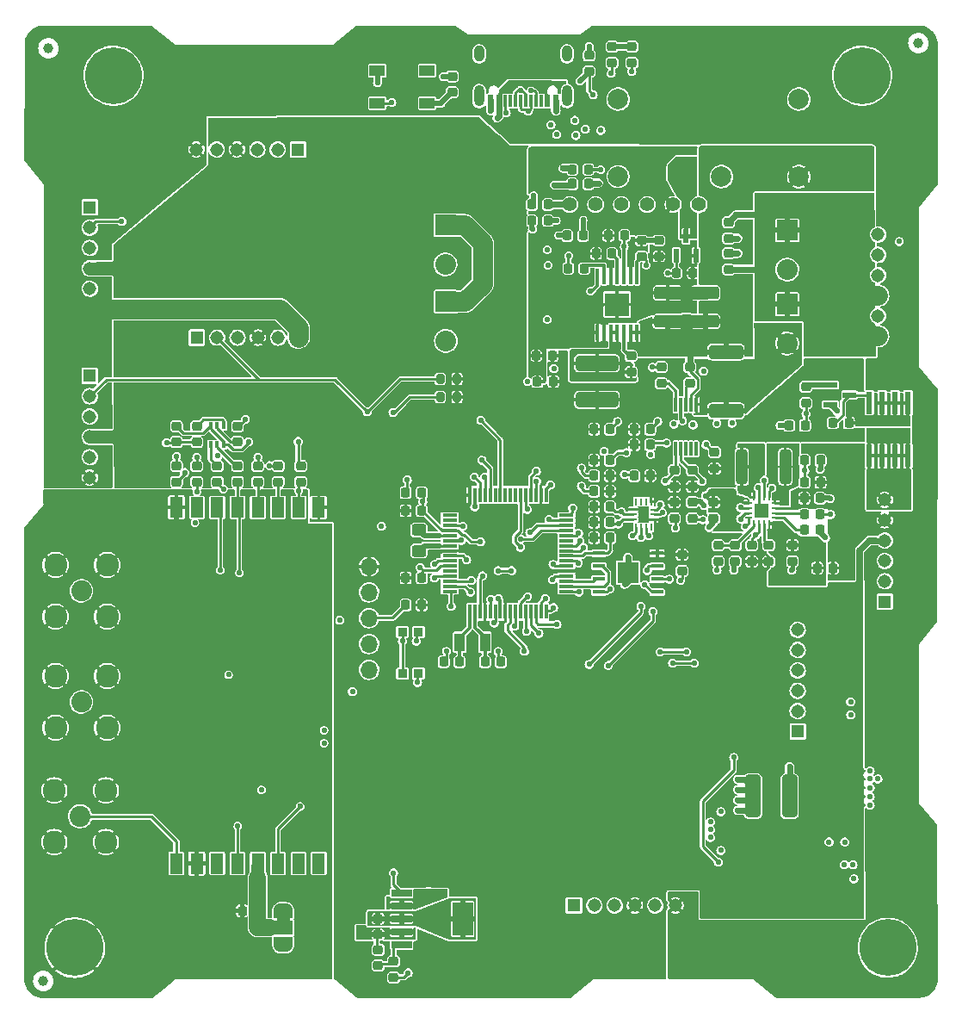
<source format=gtl>
%TF.GenerationSoftware,KiCad,Pcbnew,(6.0.5)*%
%TF.CreationDate,2022-07-09T20:18:52-07:00*%
%TF.ProjectId,mainboard,6d61696e-626f-4617-9264-2e6b69636164,rev?*%
%TF.SameCoordinates,Original*%
%TF.FileFunction,Copper,L1,Top*%
%TF.FilePolarity,Positive*%
%FSLAX46Y46*%
G04 Gerber Fmt 4.6, Leading zero omitted, Abs format (unit mm)*
G04 Created by KiCad (PCBNEW (6.0.5)) date 2022-07-09 20:18:52*
%MOMM*%
%LPD*%
G01*
G04 APERTURE LIST*
G04 Aperture macros list*
%AMRoundRect*
0 Rectangle with rounded corners*
0 $1 Rounding radius*
0 $2 $3 $4 $5 $6 $7 $8 $9 X,Y pos of 4 corners*
0 Add a 4 corners polygon primitive as box body*
4,1,4,$2,$3,$4,$5,$6,$7,$8,$9,$2,$3,0*
0 Add four circle primitives for the rounded corners*
1,1,$1+$1,$2,$3*
1,1,$1+$1,$4,$5*
1,1,$1+$1,$6,$7*
1,1,$1+$1,$8,$9*
0 Add four rect primitives between the rounded corners*
20,1,$1+$1,$2,$3,$4,$5,0*
20,1,$1+$1,$4,$5,$6,$7,0*
20,1,$1+$1,$6,$7,$8,$9,0*
20,1,$1+$1,$8,$9,$2,$3,0*%
%AMFreePoly0*
4,1,24,0.750000,-0.950000,0.000000,-0.950000,0.000000,-0.945015,-0.095001,-0.943523,-0.257687,-0.900844,-0.405497,-0.820589,-0.529897,-0.707394,-0.623705,-0.567793,-0.681505,-0.409846,-0.699153,-0.250000,-0.700000,-0.250000,-0.700000,0.250000,-0.699153,0.250000,-0.699962,0.257330,-0.678008,0.424083,-0.616912,0.580786,-0.520201,0.718391,-0.393458,0.828956,-0.244000,0.906097,-0.080456,0.945361,
0.000000,0.944940,0.000000,0.950000,0.750000,0.950000,0.750000,-0.950000,0.750000,-0.950000,$1*%
%AMFreePoly1*
4,1,22,0.000000,0.944940,0.087733,0.944480,0.250858,0.903506,0.399499,0.824804,0.525078,0.712918,0.620343,0.574307,0.679794,0.416973,0.700000,0.250000,0.700000,-0.250000,0.699846,-0.264660,0.676148,-0.431173,0.613415,-0.587228,0.515268,-0.723813,0.387374,-0.833045,0.237117,-0.908617,0.073170,-0.946165,0.000000,-0.945015,0.000000,-0.950000,-0.750000,-0.950000,-0.750000,0.950000,
0.000000,0.950000,0.000000,0.944940,0.000000,0.944940,$1*%
G04 Aperture macros list end*
%TA.AperFunction,SMDPad,CuDef*%
%ADD10RoundRect,0.218750X0.218750X0.256250X-0.218750X0.256250X-0.218750X-0.256250X0.218750X-0.256250X0*%
%TD*%
%TA.AperFunction,SMDPad,CuDef*%
%ADD11RoundRect,0.218750X-0.256250X0.218750X-0.256250X-0.218750X0.256250X-0.218750X0.256250X0.218750X0*%
%TD*%
%TA.AperFunction,SMDPad,CuDef*%
%ADD12RoundRect,0.218750X-0.218750X-0.256250X0.218750X-0.256250X0.218750X0.256250X-0.218750X0.256250X0*%
%TD*%
%TA.AperFunction,SMDPad,CuDef*%
%ADD13RoundRect,0.218750X0.256250X-0.218750X0.256250X0.218750X-0.256250X0.218750X-0.256250X-0.218750X0*%
%TD*%
%TA.AperFunction,SMDPad,CuDef*%
%ADD14R,0.304800X1.600200*%
%TD*%
%TA.AperFunction,SMDPad,CuDef*%
%ADD15R,2.460000X2.310000*%
%TD*%
%TA.AperFunction,SMDPad,CuDef*%
%ADD16R,1.320800X0.558800*%
%TD*%
%TA.AperFunction,SMDPad,CuDef*%
%ADD17R,0.300000X1.475000*%
%TD*%
%TA.AperFunction,SMDPad,CuDef*%
%ADD18R,1.475000X0.300000*%
%TD*%
%TA.AperFunction,SMDPad,CuDef*%
%ADD19R,0.609600X2.209800*%
%TD*%
%TA.AperFunction,SMDPad,CuDef*%
%ADD20RoundRect,0.250000X-0.312500X-1.450000X0.312500X-1.450000X0.312500X1.450000X-0.312500X1.450000X0*%
%TD*%
%TA.AperFunction,ComponentPad*%
%ADD21O,1.700000X1.700000*%
%TD*%
%TA.AperFunction,SMDPad,CuDef*%
%ADD22R,1.200000X0.450000*%
%TD*%
%TA.AperFunction,SMDPad,CuDef*%
%ADD23R,2.100000X2.100000*%
%TD*%
%TA.AperFunction,SMDPad,CuDef*%
%ADD24R,0.700000X0.250000*%
%TD*%
%TA.AperFunction,SMDPad,CuDef*%
%ADD25R,0.250000X0.700000*%
%TD*%
%TA.AperFunction,SMDPad,CuDef*%
%ADD26R,1.450000X1.450000*%
%TD*%
%TA.AperFunction,ComponentPad*%
%ADD27C,5.600000*%
%TD*%
%TA.AperFunction,SMDPad,CuDef*%
%ADD28C,1.000000*%
%TD*%
%TA.AperFunction,ComponentPad*%
%ADD29C,2.006600*%
%TD*%
%TA.AperFunction,ComponentPad*%
%ADD30C,2.050000*%
%TD*%
%TA.AperFunction,ComponentPad*%
%ADD31C,2.250000*%
%TD*%
%TA.AperFunction,SMDPad,CuDef*%
%ADD32R,1.500000X1.000000*%
%TD*%
%TA.AperFunction,SMDPad,CuDef*%
%ADD33R,0.250000X0.675000*%
%TD*%
%TA.AperFunction,SMDPad,CuDef*%
%ADD34R,0.675000X0.250000*%
%TD*%
%TA.AperFunction,SMDPad,CuDef*%
%ADD35RoundRect,0.250000X-0.450000X0.325000X-0.450000X-0.325000X0.450000X-0.325000X0.450000X0.325000X0*%
%TD*%
%TA.AperFunction,SMDPad,CuDef*%
%ADD36R,1.000000X1.800000*%
%TD*%
%TA.AperFunction,ComponentPad*%
%ADD37R,2.032000X2.032000*%
%TD*%
%TA.AperFunction,ComponentPad*%
%ADD38C,2.032000*%
%TD*%
%TA.AperFunction,SMDPad,CuDef*%
%ADD39RoundRect,0.250000X-1.425000X0.425000X-1.425000X-0.425000X1.425000X-0.425000X1.425000X0.425000X0*%
%TD*%
%TA.AperFunction,SMDPad,CuDef*%
%ADD40RoundRect,0.333000X-1.767000X0.417000X-1.767000X-0.417000X1.767000X-0.417000X1.767000X0.417000X0*%
%TD*%
%TA.AperFunction,SMDPad,CuDef*%
%ADD41R,0.558800X1.320800*%
%TD*%
%TA.AperFunction,SMDPad,CuDef*%
%ADD42RoundRect,0.250000X1.075000X-0.375000X1.075000X0.375000X-1.075000X0.375000X-1.075000X-0.375000X0*%
%TD*%
%TA.AperFunction,SMDPad,CuDef*%
%ADD43R,0.330200X1.350000*%
%TD*%
%TA.AperFunction,SMDPad,CuDef*%
%ADD44R,1.300000X2.000000*%
%TD*%
%TA.AperFunction,SMDPad,CuDef*%
%ADD45R,4.700000X11.500000*%
%TD*%
%TA.AperFunction,SMDPad,CuDef*%
%ADD46R,0.900000X0.900000*%
%TD*%
%TA.AperFunction,SMDPad,CuDef*%
%ADD47R,0.400000X0.650000*%
%TD*%
%TA.AperFunction,SMDPad,CuDef*%
%ADD48R,2.000000X0.650000*%
%TD*%
%TA.AperFunction,SMDPad,CuDef*%
%ADD49R,2.000000X3.200000*%
%TD*%
%TA.AperFunction,SMDPad,CuDef*%
%ADD50FreePoly0,270.000000*%
%TD*%
%TA.AperFunction,SMDPad,CuDef*%
%ADD51R,1.900000X1.400000*%
%TD*%
%TA.AperFunction,SMDPad,CuDef*%
%ADD52FreePoly1,270.000000*%
%TD*%
%TA.AperFunction,SMDPad,CuDef*%
%ADD53R,0.600000X1.150000*%
%TD*%
%TA.AperFunction,SMDPad,CuDef*%
%ADD54R,0.300000X1.150000*%
%TD*%
%TA.AperFunction,ComponentPad*%
%ADD55O,1.000000X2.100000*%
%TD*%
%TA.AperFunction,ComponentPad*%
%ADD56O,1.000000X1.600000*%
%TD*%
%TA.AperFunction,SMDPad,CuDef*%
%ADD57RoundRect,0.200000X0.200000X0.275000X-0.200000X0.275000X-0.200000X-0.275000X0.200000X-0.275000X0*%
%TD*%
%TA.AperFunction,SMDPad,CuDef*%
%ADD58RoundRect,0.333000X0.417000X1.767000X-0.417000X1.767000X-0.417000X-1.767000X0.417000X-1.767000X0*%
%TD*%
%TA.AperFunction,ComponentPad*%
%ADD59R,1.308000X1.308000*%
%TD*%
%TA.AperFunction,ComponentPad*%
%ADD60C,1.308000*%
%TD*%
%TA.AperFunction,ComponentPad*%
%ADD61C,1.400000*%
%TD*%
%TA.AperFunction,ViaPad*%
%ADD62C,0.584200*%
%TD*%
%TA.AperFunction,ViaPad*%
%ADD63C,0.600000*%
%TD*%
%TA.AperFunction,Conductor*%
%ADD64C,0.250000*%
%TD*%
%TA.AperFunction,Conductor*%
%ADD65C,0.279400*%
%TD*%
%TA.AperFunction,Conductor*%
%ADD66C,0.271780*%
%TD*%
%TA.AperFunction,Conductor*%
%ADD67C,0.508000*%
%TD*%
%TA.AperFunction,Conductor*%
%ADD68C,0.300000*%
%TD*%
%TA.AperFunction,Conductor*%
%ADD69C,0.293370*%
%TD*%
%TA.AperFunction,Conductor*%
%ADD70C,0.406400*%
%TD*%
%TA.AperFunction,Conductor*%
%ADD71C,0.234950*%
%TD*%
%TA.AperFunction,Conductor*%
%ADD72C,0.609600*%
%TD*%
%TA.AperFunction,Conductor*%
%ADD73C,1.270000*%
%TD*%
%TA.AperFunction,Conductor*%
%ADD74C,0.330200*%
%TD*%
%TA.AperFunction,Conductor*%
%ADD75C,0.271781*%
%TD*%
%TA.AperFunction,Conductor*%
%ADD76C,0.304800*%
%TD*%
%TA.AperFunction,Conductor*%
%ADD77C,1.905000*%
%TD*%
%TA.AperFunction,Conductor*%
%ADD78C,0.203200*%
%TD*%
%TA.AperFunction,Conductor*%
%ADD79C,0.228600*%
%TD*%
%TA.AperFunction,Conductor*%
%ADD80C,1.651000*%
%TD*%
G04 APERTURE END LIST*
D10*
X176809500Y-95377000D03*
X175234500Y-95377000D03*
D11*
X174053500Y-103733500D03*
X174053500Y-105308500D03*
D12*
X176475600Y-105966096D03*
X178050600Y-105966096D03*
D13*
X168402000Y-105308500D03*
X168402000Y-103733500D03*
D12*
X175205600Y-99097896D03*
X176780600Y-99097896D03*
X175205600Y-102235000D03*
X176780600Y-102235000D03*
D11*
X166291134Y-99501696D03*
X166291134Y-101076696D03*
D12*
X178028500Y-91694000D03*
X179603500Y-91694000D03*
D14*
X158766134Y-77289496D03*
X158116121Y-77289496D03*
X157466112Y-77289496D03*
X156816100Y-77289496D03*
X156166088Y-77289496D03*
X155516079Y-77289496D03*
X154866066Y-77289496D03*
X154866066Y-82826696D03*
X155516079Y-82826696D03*
X156166088Y-82826696D03*
X156816100Y-82826696D03*
X157466112Y-82826696D03*
X158116121Y-82826696D03*
X158766134Y-82826696D03*
D15*
X156816100Y-80058096D03*
D12*
X148945500Y-87630000D03*
X150520500Y-87630000D03*
X148853100Y-85090000D03*
X150428100Y-85090000D03*
D13*
X158178500Y-86703000D03*
X158178500Y-85128000D03*
D10*
X153568500Y-76517500D03*
X151993500Y-76517500D03*
X156299000Y-75057000D03*
X154724000Y-75057000D03*
D16*
X177783800Y-87995596D03*
X177783800Y-89900596D03*
X179663400Y-88948096D03*
D11*
X166751000Y-103733500D03*
X166751000Y-105308500D03*
D12*
X162661500Y-76962000D03*
X164236500Y-76962000D03*
D17*
X142300000Y-110259000D03*
X142800000Y-110259000D03*
X143300000Y-110259000D03*
X143800000Y-110259000D03*
X144300000Y-110259000D03*
X144800000Y-110259000D03*
X145300000Y-110259000D03*
X145800000Y-110259000D03*
X146300000Y-110259000D03*
X146800000Y-110259000D03*
X147300000Y-110259000D03*
X147800000Y-110259000D03*
X148300000Y-110259000D03*
X148800000Y-110259000D03*
X149300000Y-110259000D03*
X149800000Y-110259000D03*
D18*
X151788000Y-108271000D03*
X151788000Y-107771000D03*
X151788000Y-107271000D03*
X151788000Y-106771000D03*
X151788000Y-106271000D03*
X151788000Y-105771000D03*
X151788000Y-105271000D03*
X151788000Y-104771000D03*
X151788000Y-104271000D03*
X151788000Y-103771000D03*
X151788000Y-103271000D03*
X151788000Y-102771000D03*
X151788000Y-102271000D03*
X151788000Y-101771000D03*
X151788000Y-101271000D03*
X151788000Y-100771000D03*
D17*
X149800000Y-98783000D03*
X149300000Y-98783000D03*
X148800000Y-98783000D03*
X148300000Y-98783000D03*
X147800000Y-98783000D03*
X147300000Y-98783000D03*
X146800000Y-98783000D03*
X146300000Y-98783000D03*
X145800000Y-98783000D03*
X145300000Y-98783000D03*
X144800000Y-98783000D03*
X144300000Y-98783000D03*
X143800000Y-98783000D03*
X143300000Y-98783000D03*
X142800000Y-98783000D03*
X142300000Y-98783000D03*
D18*
X140312000Y-100771000D03*
X140312000Y-101271000D03*
X140312000Y-101771000D03*
X140312000Y-102271000D03*
X140312000Y-102771000D03*
X140312000Y-103271000D03*
X140312000Y-103771000D03*
X140312000Y-104271000D03*
X140312000Y-104771000D03*
X140312000Y-105271000D03*
X140312000Y-105771000D03*
X140312000Y-106271000D03*
X140312000Y-106771000D03*
X140312000Y-107271000D03*
X140312000Y-107771000D03*
X140312000Y-108271000D03*
D19*
X185420000Y-89712800D03*
X184150000Y-89712800D03*
X182880000Y-89712800D03*
X181610000Y-89712800D03*
X181610000Y-94945200D03*
X182880000Y-94945200D03*
X184150000Y-94945200D03*
X185420000Y-94945200D03*
D20*
X169058500Y-96012000D03*
X173333500Y-96012000D03*
D12*
X135991500Y-100330000D03*
X137566500Y-100330000D03*
D21*
X132384800Y-105816400D03*
X132384800Y-108356400D03*
X132384800Y-110896400D03*
X132384800Y-113436400D03*
X132384800Y-115976400D03*
D22*
X154996000Y-104521000D03*
X154996000Y-105791000D03*
X154996000Y-107061000D03*
X154996000Y-108331000D03*
X160726000Y-108331000D03*
X160726000Y-107061000D03*
X160726000Y-105791000D03*
X160726000Y-104521000D03*
D23*
X157861000Y-106426000D03*
D12*
X154533500Y-95377000D03*
X156108500Y-95377000D03*
D24*
X172316100Y-101046496D03*
X172316100Y-100546496D03*
X172316100Y-100046496D03*
X172316100Y-99546496D03*
D25*
X171766100Y-98996496D03*
X171266100Y-98996496D03*
X170766100Y-98996496D03*
X170266100Y-98996496D03*
D24*
X169716100Y-99546496D03*
X169716100Y-100046496D03*
X169716100Y-100546496D03*
X169716100Y-101046496D03*
D25*
X170266100Y-101596496D03*
X170766100Y-101596496D03*
X171266100Y-101596496D03*
X171766100Y-101596496D03*
D26*
X171016100Y-100296496D03*
D10*
X137566500Y-109601000D03*
X135991500Y-109601000D03*
D27*
X107236100Y-57564100D03*
X103426100Y-143294100D03*
X183426100Y-143294100D03*
X180896100Y-57564100D03*
D28*
X100330000Y-146558000D03*
D29*
X156892300Y-67485096D03*
X156892300Y-59865096D03*
X167052300Y-67485096D03*
X174672300Y-59865096D03*
X174672300Y-67485096D03*
D13*
X154051000Y-57155500D03*
X154051000Y-55580500D03*
D11*
X158254700Y-54711500D03*
X158254700Y-56286500D03*
D30*
X104076500Y-108204000D03*
D31*
X101536500Y-105664000D03*
X106616500Y-105664000D03*
X106616500Y-110744000D03*
X101536500Y-110744000D03*
D10*
X153949500Y-66776600D03*
X152374500Y-66776600D03*
D12*
X148437500Y-71818500D03*
X150012500Y-71818500D03*
D11*
X159194500Y-73761500D03*
X159194500Y-75336500D03*
D12*
X151866500Y-73279000D03*
X153441500Y-73279000D03*
D30*
X103949500Y-130365500D03*
D31*
X106489500Y-127825500D03*
X101409500Y-132905500D03*
X106489500Y-132905500D03*
X101409500Y-127825500D03*
D30*
X104076500Y-119126000D03*
D31*
X101536500Y-116586000D03*
X101536500Y-121666000D03*
X106616500Y-121666000D03*
X106616500Y-116586000D03*
D32*
X138086000Y-60274000D03*
X138086000Y-57074000D03*
X133186000Y-57074000D03*
X133186000Y-60274000D03*
D10*
X156108500Y-102997000D03*
X154533500Y-102997000D03*
D11*
X162433000Y-99501696D03*
X162433000Y-101076696D03*
D33*
X158635000Y-101973000D03*
X159135000Y-101973000D03*
X159635000Y-101973000D03*
X160135000Y-101973000D03*
D34*
X160397000Y-101211000D03*
X160397000Y-100711000D03*
X160397000Y-100211000D03*
D33*
X160135000Y-99449000D03*
X159635000Y-99449000D03*
X159135000Y-99449000D03*
X158635000Y-99449000D03*
D34*
X158373000Y-100211000D03*
X158373000Y-100711000D03*
X158373000Y-101211000D03*
D13*
X164211000Y-101076696D03*
X164211000Y-99501696D03*
D11*
X163195000Y-104670596D03*
X163195000Y-106245596D03*
D12*
X135991500Y-106934000D03*
X137566500Y-106934000D03*
D10*
X137566500Y-98552000D03*
X135991500Y-98552000D03*
D35*
X137287000Y-102226000D03*
X137287000Y-104276000D03*
D12*
X175205600Y-100700296D03*
X176780600Y-100700296D03*
X175234500Y-97536000D03*
X176809500Y-97536000D03*
D13*
X140589000Y-59207500D03*
X140589000Y-57632500D03*
D10*
X157505500Y-73279000D03*
X155930500Y-73279000D03*
D12*
X148399500Y-70231000D03*
X149974500Y-70231000D03*
X154533500Y-99949000D03*
X156108500Y-99949000D03*
X154533500Y-101473000D03*
X156108500Y-101473000D03*
D10*
X160045500Y-96901000D03*
X158470500Y-96901000D03*
X156108500Y-98425000D03*
X154533500Y-98425000D03*
D13*
X162433000Y-97942500D03*
X162433000Y-96367500D03*
X164211000Y-97942500D03*
X164211000Y-96367500D03*
D12*
X158470500Y-93853000D03*
X160045500Y-93853000D03*
D13*
X166370000Y-96164500D03*
X166370000Y-94589500D03*
D10*
X156108500Y-96901000D03*
X154533500Y-96901000D03*
D12*
X143789300Y-115183920D03*
X145364300Y-115183920D03*
D36*
X141294800Y-113278920D03*
X143794800Y-113278920D03*
D10*
X141300300Y-115183920D03*
X139725300Y-115183920D03*
D12*
X154533500Y-92329000D03*
X156108500Y-92329000D03*
D37*
X173532800Y-80035400D03*
D38*
X173532800Y-83891000D03*
D13*
X160909000Y-75336500D03*
X160909000Y-73761500D03*
X156293500Y-56286500D03*
X156293500Y-54711500D03*
D39*
X167513000Y-84730000D03*
X167513000Y-90530000D03*
D40*
X154813000Y-85830000D03*
X154813000Y-89430000D03*
D41*
X162623500Y-75234800D03*
X164528500Y-75234800D03*
X163576000Y-73355200D03*
D37*
X139954000Y-79781400D03*
D38*
X139954000Y-83637000D03*
D10*
X175285500Y-91948000D03*
X173710500Y-91948000D03*
D11*
X175387000Y-88160596D03*
X175387000Y-89735596D03*
D42*
X161769100Y-81712096D03*
X161769100Y-78912096D03*
X165481000Y-81712096D03*
X165481000Y-78912096D03*
D12*
X158470500Y-92329000D03*
X160045500Y-92329000D03*
D11*
X167767000Y-71983500D03*
X167767000Y-73558500D03*
X163957000Y-86207500D03*
X163957000Y-87782500D03*
D43*
X164576001Y-89905000D03*
X164075999Y-89905000D03*
X163576000Y-89905000D03*
X163076001Y-89905000D03*
X162575999Y-89905000D03*
X162575999Y-94255000D03*
X163076001Y-94255000D03*
X163576000Y-94255000D03*
X164075999Y-94255000D03*
X164576001Y-94255000D03*
D44*
X113438600Y-135011500D03*
X115438600Y-135011500D03*
X117438600Y-135011500D03*
X119438600Y-135011500D03*
X121438600Y-135011500D03*
X123438600Y-135011500D03*
X125438600Y-135011500D03*
X127438600Y-135011500D03*
X127438600Y-100011500D03*
X125438600Y-100011500D03*
X123438600Y-100011500D03*
X121438600Y-100011500D03*
X119438600Y-100011500D03*
X117438600Y-100011500D03*
X115438600Y-100011500D03*
X113438600Y-100011500D03*
D45*
X121938600Y-120411500D03*
D11*
X133266000Y-143484500D03*
X133266000Y-145059500D03*
X170053000Y-103733500D03*
X170053000Y-105308500D03*
X171703040Y-103733500D03*
X171703040Y-105308500D03*
D46*
X135661500Y-112250000D03*
X135661500Y-116350000D03*
X137261500Y-112250000D03*
X137261500Y-116350000D03*
D13*
X167767000Y-76606500D03*
X167767000Y-75031500D03*
X115438600Y-97498000D03*
X115438600Y-95923000D03*
X113438600Y-97498000D03*
X113438600Y-95923000D03*
D11*
X119438600Y-95923000D03*
X119438600Y-97498000D03*
D13*
X121438600Y-97498000D03*
X121438600Y-95923000D03*
X113438600Y-93586400D03*
X113438600Y-92011400D03*
X119438600Y-93586400D03*
X119438600Y-92011400D03*
D47*
X116788600Y-93850500D03*
X117438600Y-93850500D03*
X118088600Y-93850500D03*
X118088600Y-91950500D03*
X117438600Y-91950500D03*
X116788600Y-91950500D03*
D11*
X115438600Y-92011400D03*
X115438600Y-93586400D03*
X117438600Y-95923000D03*
X117438600Y-97498000D03*
X123438600Y-95923000D03*
X123438600Y-97498000D03*
D13*
X125666500Y-97498000D03*
X125666500Y-95923000D03*
D48*
X135600000Y-137922000D03*
X135600000Y-139192000D03*
X135600000Y-140462000D03*
X135600000Y-141732000D03*
X135600000Y-143002000D03*
D49*
X141600000Y-140462000D03*
D50*
X123939300Y-139625600D03*
D51*
X123939300Y-141325600D03*
D52*
X123939300Y-143025600D03*
D12*
X119913300Y-139674600D03*
X121488300Y-139674600D03*
D11*
X134790000Y-144627500D03*
X134790000Y-146202500D03*
X133266000Y-140436500D03*
X133266000Y-142011500D03*
D12*
X152374500Y-68199000D03*
X153949500Y-68199000D03*
D11*
X161163000Y-86207500D03*
X161163000Y-87782500D03*
D53*
X150752000Y-60038000D03*
X149952000Y-60038000D03*
D54*
X148802000Y-60038000D03*
X147802000Y-60038000D03*
X147302000Y-60038000D03*
X146302000Y-60038000D03*
D53*
X145152000Y-60038000D03*
X144352000Y-60038000D03*
D54*
X145802000Y-60038000D03*
X146802000Y-60038000D03*
X148302000Y-60038000D03*
X149302000Y-60038000D03*
D55*
X143232000Y-59563000D03*
X151872000Y-59563000D03*
D56*
X151872000Y-55413000D03*
X143232000Y-55413000D03*
D57*
X141033000Y-89154000D03*
X139383000Y-89154000D03*
X141033000Y-87376000D03*
X139383000Y-87376000D03*
D58*
X173758000Y-128397000D03*
X170158000Y-128397000D03*
D59*
X182473600Y-83181200D03*
D60*
X182473600Y-81181200D03*
X182473600Y-79181200D03*
X182473600Y-77181200D03*
X182473600Y-75181200D03*
X182473600Y-73181200D03*
D59*
X174561500Y-122030500D03*
D60*
X174561500Y-120030500D03*
X174561500Y-118030500D03*
X174561500Y-116030500D03*
X174561500Y-114030500D03*
X174561500Y-112030500D03*
D59*
X183134000Y-109267000D03*
D60*
X183134000Y-107267000D03*
X183134000Y-105267000D03*
X183134000Y-103267000D03*
X183134000Y-101267000D03*
X183134000Y-99267000D03*
D59*
X152543500Y-139128500D03*
D60*
X154543500Y-139128500D03*
X156543500Y-139128500D03*
X158543500Y-139128500D03*
X160543500Y-139128500D03*
X162543500Y-139128500D03*
D59*
X104902000Y-70501500D03*
D60*
X104902000Y-72501500D03*
X104902000Y-74501500D03*
X104902000Y-76501500D03*
X104902000Y-78501500D03*
X104902000Y-80501500D03*
D59*
X115446800Y-83312000D03*
D60*
X117446800Y-83312000D03*
X119446800Y-83312000D03*
X121446800Y-83312000D03*
X123446800Y-83312000D03*
X125446800Y-83312000D03*
D59*
X125396000Y-64820800D03*
D60*
X123396000Y-64820800D03*
X121396000Y-64820800D03*
X119396000Y-64820800D03*
X117396000Y-64820800D03*
X115396000Y-64820800D03*
D59*
X104902000Y-87075000D03*
D60*
X104902000Y-89075000D03*
X104902000Y-91075000D03*
X104902000Y-93075000D03*
X104902000Y-95075000D03*
X104902000Y-97075000D03*
D37*
X139903200Y-72263000D03*
D38*
X139903200Y-76118600D03*
D37*
X173532800Y-72771000D03*
D38*
X173532800Y-76626600D03*
D28*
X186436000Y-54356000D03*
X100838000Y-54864000D03*
D61*
X152146000Y-70231000D03*
X154686000Y-70231000D03*
X157226000Y-70231000D03*
X159766000Y-70231000D03*
X162306000Y-70231000D03*
X164846000Y-70231000D03*
D62*
X129511100Y-111084196D03*
X115757000Y-111300096D03*
X115706200Y-115262496D03*
X111997800Y-117221000D03*
X108441800Y-112722496D03*
X115757000Y-112468496D03*
X118678000Y-111046096D03*
X113521800Y-110233296D03*
X114592100Y-117345296D03*
X114588600Y-110233296D03*
X108441800Y-113738496D03*
X118678000Y-113992496D03*
X118678000Y-112519296D03*
X172056100Y-98092096D03*
X115757000Y-110233296D03*
X112458500Y-110233296D03*
X108441800Y-114754496D03*
X115706200Y-114297296D03*
X170766100Y-100046496D03*
X171361237Y-100649596D03*
X113191600Y-114856096D03*
X113191600Y-112697096D03*
X111032600Y-114856096D03*
X111032600Y-112697096D03*
D63*
X114490500Y-130492500D03*
X112712500Y-130492500D03*
X108018580Y-129528060D03*
X109283500Y-132667500D03*
X110553500Y-132667500D03*
X109283500Y-131397500D03*
X110553500Y-131397500D03*
X109288580Y-127038860D03*
X111828580Y-129528060D03*
X111828580Y-127038860D03*
X109288580Y-129528060D03*
X110558580Y-127038860D03*
X110558580Y-128308860D03*
X111828580Y-128308860D03*
X109288580Y-128308860D03*
X110558580Y-129528060D03*
D62*
X114617500Y-116306600D03*
D63*
X142156000Y-141605000D03*
X142156000Y-139446000D03*
D62*
X107835700Y-120142000D03*
X108902500Y-120142000D03*
X110426500Y-118618000D03*
X109664500Y-119380000D03*
X111442500Y-118872000D03*
X109918500Y-120396000D03*
X110680500Y-119634000D03*
X108394500Y-107188000D03*
X109410500Y-107696000D03*
X110934500Y-109220000D03*
X110172500Y-108458000D03*
X111188500Y-108204000D03*
X110426500Y-107442000D03*
X109410500Y-106680000D03*
X108290360Y-106166920D03*
X154813000Y-73533000D03*
X145093023Y-114167920D03*
X140004800Y-114167920D03*
X109504480Y-110848140D03*
X108635800Y-117706140D03*
X107904280Y-118437660D03*
X109296200Y-116862860D03*
D63*
X113601500Y-131381500D03*
X108013500Y-131397500D03*
X111823500Y-132667500D03*
X111823500Y-134175500D03*
X115379500Y-136588500D03*
X111823500Y-136588500D03*
X113093500Y-136588500D03*
X114236500Y-136588500D03*
X110553500Y-136588500D03*
X109283500Y-136588500D03*
X110553500Y-134175500D03*
X109283500Y-134175500D03*
X116395500Y-136588500D03*
X113601500Y-129528060D03*
X116395500Y-131635500D03*
D62*
X111188500Y-117856000D03*
X112204500Y-118237000D03*
X111569500Y-109855000D03*
X112077500Y-109093000D03*
X112098378Y-113778150D03*
D63*
X141013000Y-141605000D03*
X172847028Y-91948000D03*
X111823500Y-135318500D03*
X110553500Y-135318500D03*
X109283500Y-135318500D03*
X116395500Y-132667500D03*
D62*
X114998500Y-132675400D03*
D63*
X135600000Y-140462000D03*
X118688600Y-123444000D03*
X120078500Y-123444000D03*
X119443500Y-121856500D03*
X119443500Y-124777500D03*
X141600000Y-140462000D03*
X141013000Y-139446000D03*
X139362000Y-140462000D03*
D62*
X137160000Y-117221000D03*
X139700000Y-57657968D03*
X160274000Y-86233000D03*
X118681500Y-115316000D03*
X157558670Y-107554376D03*
X157861000Y-104902000D03*
X177291990Y-102997000D03*
X161036000Y-99758500D03*
X150241000Y-97789990D03*
X141478000Y-103251000D03*
X163039415Y-107164853D03*
X165862000Y-101981000D03*
X162534600Y-102044500D03*
X169416121Y-101880720D03*
X170688000Y-98057978D03*
X178435000Y-90550992D03*
X177736512Y-99123500D03*
X163228020Y-91485720D03*
X161226500Y-100520500D03*
X176784000Y-96265946D03*
X133223000Y-58229500D03*
X159880538Y-102796073D03*
X136230508Y-145763830D03*
X150495000Y-105613194D03*
X114998500Y-131635500D03*
X173990000Y-106172026D03*
X163576000Y-75691990D03*
X156083000Y-108004589D03*
X165353581Y-99822000D03*
X113445596Y-101663500D03*
X137033000Y-113157000D03*
X159131000Y-102976402D03*
X168275004Y-106172000D03*
X142787262Y-99949008D03*
X145109398Y-108964855D03*
X132905500Y-128143000D03*
X130683000Y-145921200D03*
X123420500Y-143025600D03*
X124447300Y-143025600D03*
X147891500Y-105791000D03*
X141478000Y-98044000D03*
X152984198Y-106222800D03*
X162687000Y-86360036D03*
X134175500Y-128143000D03*
X161284439Y-101229348D03*
X140991989Y-66805564D03*
X114490500Y-97599506D03*
X135890000Y-102616000D03*
X129857500Y-127635000D03*
X165290500Y-86614000D03*
X139446000Y-60261500D03*
X145112578Y-107801400D03*
X135445500Y-128143000D03*
X165417500Y-96329500D03*
X129667000Y-145921200D03*
X148977822Y-100028890D03*
X163309300Y-97398840D03*
X132884707Y-96647000D03*
X159639000Y-76200054D03*
X151447500Y-85026500D03*
X121794254Y-127775956D03*
X142450000Y-107190600D03*
X141986000Y-105156000D03*
X138862333Y-105615821D03*
X143353747Y-103387546D03*
X137667998Y-99440984D03*
X135661400Y-113131600D03*
X137750000Y-138250000D03*
X181688000Y-126697000D03*
X147977860Y-87627462D03*
X149923500Y-81534000D03*
X138250000Y-137750000D03*
X165484200Y-98853386D03*
X181688000Y-129286000D03*
X168783000Y-99187000D03*
X181688000Y-127557000D03*
X149923500Y-74676000D03*
X181688000Y-125906000D03*
X182450000Y-126697000D03*
X181688000Y-128446000D03*
X142748000Y-97028038D03*
X147269194Y-58978800D03*
X150291802Y-62382400D03*
X143764000Y-97028000D03*
X150850602Y-63347600D03*
X148056596Y-61061600D03*
X152999440Y-102562660D03*
X161797996Y-76962000D03*
X180594000Y-90424000D03*
X180085958Y-89662000D03*
X162486000Y-66192400D03*
X165222346Y-101218996D03*
X149733000Y-108966000D03*
X120532173Y-93576117D03*
X150088600Y-101193600D03*
X125412492Y-93535508D03*
X148209022Y-102489000D03*
X121448264Y-95068454D03*
X115436533Y-95098030D03*
X147319996Y-103124000D03*
X122593101Y-95897700D03*
X113439862Y-95017519D03*
X161925000Y-107061000D03*
X152971500Y-105473500D03*
X150444200Y-107111800D03*
X159766000Y-106206909D03*
X153035000Y-108331000D03*
X159512000Y-107612136D03*
X138532000Y-102771000D03*
X152019000Y-75247500D03*
X157479994Y-74358508D03*
X150545649Y-109859944D03*
X166624000Y-106172000D03*
X175260000Y-96392984D03*
X171295947Y-97331943D03*
X168946932Y-101139000D03*
X168940526Y-100029000D03*
X136144000Y-97310585D03*
X143498559Y-95365551D03*
X147980062Y-108780025D03*
X170434000Y-102743000D03*
X127952500Y-121920000D03*
X140462002Y-109728000D03*
X127952500Y-123190002D03*
X142367000Y-108331000D03*
X118554500Y-116459008D03*
X130746500Y-118110000D03*
X138811000Y-106934000D03*
X117747136Y-106172000D03*
X119634000Y-106426000D03*
X137414000Y-105918000D03*
D63*
X125603000Y-129413000D03*
D62*
X144706619Y-111365136D03*
X145880510Y-61214000D03*
X148310596Y-59055000D03*
X154061149Y-54689867D03*
X168656000Y-75031500D03*
X148463044Y-72644000D03*
X151028400Y-73279000D03*
X150774400Y-61036200D03*
D63*
X151485600Y-66675004D03*
D62*
X168656000Y-73558500D03*
X144353278Y-61020960D03*
X148590000Y-69342000D03*
X144983204Y-61722000D03*
X153162000Y-58077110D03*
X149415516Y-58928000D03*
X155194000Y-62941200D03*
X154432000Y-59435984D03*
X154051000Y-115443000D03*
X157688280Y-94625160D03*
X162384740Y-91815920D03*
X153141198Y-103331750D03*
X159131000Y-109728000D03*
X155927424Y-115541424D03*
X160308924Y-110264576D03*
X153289000Y-96139000D03*
X166598578Y-91749582D03*
X153479963Y-103957098D03*
X168503500Y-71247000D03*
X150622000Y-68326000D03*
X154965400Y-68122800D03*
X119468900Y-131330700D03*
X144372787Y-109067600D03*
X134620000Y-60198000D03*
X143383000Y-91440000D03*
X173199100Y-99235096D03*
X177800000Y-100711000D03*
X150824832Y-71831568D03*
X153441400Y-71755000D03*
X117510713Y-94924644D03*
X141605000Y-101853986D03*
X120205500Y-91376500D03*
X133604000Y-101854000D03*
X158305500Y-102806500D03*
X150558500Y-86360000D03*
X154178000Y-78740048D03*
X157226000Y-100457000D03*
X160091120Y-94791540D03*
X160782000Y-91567000D03*
X155506422Y-94485460D03*
X156926280Y-101630480D03*
X156845000Y-91567000D03*
X118046500Y-98234500D03*
X125438600Y-98361500D03*
X157507940Y-96758760D03*
X153289000Y-97917000D03*
X153672540Y-62844680D03*
X164266880Y-91892120D03*
X161544000Y-97409000D03*
X168109902Y-91729560D03*
X165163504Y-97472500D03*
X152734044Y-63439050D03*
X161655760Y-93681540D03*
X165549580Y-93840300D03*
X149987000Y-76200000D03*
X147955000Y-100202990D03*
X156210000Y-57340502D03*
X152628600Y-61950600D03*
X158242000Y-57150000D03*
X155204192Y-66804794D03*
X124447300Y-139625600D03*
X123420500Y-139625600D03*
X131598000Y-142250000D03*
X131598000Y-141500000D03*
X147290304Y-103915696D03*
X134793991Y-135936991D03*
X114236500Y-96583500D03*
X115439817Y-98487335D03*
X112458500Y-93662500D03*
X115252500Y-101536500D03*
X168656000Y-126746000D03*
X168656000Y-128778000D03*
X179146200Y-135128000D03*
X167005000Y-129921000D03*
X168656000Y-129794000D03*
X180086000Y-136525000D03*
X167005000Y-133731000D03*
X168656000Y-127762000D03*
X179197000Y-132892800D03*
X180009800Y-135128000D03*
X177647600Y-132892800D03*
X165989000Y-131699000D03*
X165989000Y-132461000D03*
X165989000Y-130937000D03*
X173758000Y-125498000D03*
X147675600Y-114147600D03*
X161036000Y-114198400D03*
X179768809Y-119113609D03*
X163626800Y-114198400D03*
X143560800Y-106730800D03*
X162255200Y-115316000D03*
X184556400Y-73863200D03*
X179781200Y-120396000D03*
X145084800Y-106222800D03*
X164388800Y-115316000D03*
X146405600Y-106222800D03*
X148844014Y-96456500D03*
X134747026Y-90678000D03*
X108051600Y-71903043D03*
X148855000Y-97472496D03*
X132207000Y-90614500D03*
X168275000Y-124587000D03*
X146717088Y-111681407D03*
X166751000Y-134874000D03*
X149098000Y-112395000D03*
X150876000Y-111506000D03*
X147878800Y-112191800D03*
X175387000Y-90805000D03*
X152425400Y-100075998D03*
D64*
X171766100Y-98996496D02*
X171766100Y-98382096D01*
X171766100Y-98382096D02*
X172056100Y-98092096D01*
X170766100Y-98996496D02*
X170766100Y-100046496D01*
D65*
X171016100Y-100296496D02*
X171361237Y-100641634D01*
X171361237Y-100641634D02*
X171361237Y-100649596D01*
D64*
X171016100Y-100296496D02*
X170766100Y-100046496D01*
D66*
X140004800Y-114904420D02*
X140004800Y-114167920D01*
X145093023Y-114912643D02*
X145093023Y-114167920D01*
X145364300Y-115183920D02*
X145093023Y-114912643D01*
X139725300Y-115183920D02*
X140004800Y-114904420D01*
D67*
X173710500Y-91948000D02*
X172847028Y-91948000D01*
D65*
X163195000Y-107009268D02*
X163039415Y-107164853D01*
D64*
X170766100Y-98136078D02*
X170688000Y-98057978D01*
D67*
X113438600Y-100289596D02*
X113445596Y-100296592D01*
X168402000Y-105308500D02*
X168275004Y-105435496D01*
D68*
X142800000Y-98783000D02*
X142800000Y-99936270D01*
D67*
X166291134Y-101551866D02*
X165862000Y-101981000D01*
D68*
X149800000Y-98851000D02*
X149800000Y-98256000D01*
D66*
X150652806Y-105771000D02*
X150495000Y-105613194D01*
D69*
X134790000Y-146202500D02*
X135791838Y-146202500D01*
D65*
X162547300Y-102031800D02*
X162534600Y-102044500D01*
D67*
X164131996Y-99441000D02*
X164973000Y-99441000D01*
X176780600Y-102485610D02*
X177291990Y-102997000D01*
D65*
X162547300Y-101076696D02*
X162547300Y-102031800D01*
D69*
X160299500Y-86207500D02*
X160274000Y-86233000D01*
D67*
X113445596Y-101250409D02*
X113445596Y-101663500D01*
X163576010Y-75692000D02*
X163576000Y-75691990D01*
D64*
X160710500Y-100211000D02*
X161036000Y-99885500D01*
D67*
X133223000Y-58229500D02*
X133223000Y-57111000D01*
D70*
X174053500Y-105308500D02*
X174053500Y-106108526D01*
D64*
X159803673Y-102796073D02*
X159880538Y-102796073D01*
X169716100Y-101046496D02*
X169716100Y-101580741D01*
D68*
X140380000Y-103271000D02*
X141458000Y-103271000D01*
D67*
X139725468Y-57632500D02*
X139700000Y-57657968D01*
D64*
X159635000Y-101998000D02*
X159635000Y-102627400D01*
D67*
X113445596Y-100296592D02*
X113445596Y-101250409D01*
D68*
X150241000Y-97815000D02*
X150241000Y-97789990D01*
D67*
X176780600Y-102235000D02*
X176780600Y-102485610D01*
D64*
X161035994Y-99695016D02*
X161036000Y-99695022D01*
D67*
X177783800Y-89900596D02*
X178434196Y-90550992D01*
D64*
X159635000Y-102627400D02*
X159803673Y-102796073D01*
D68*
X141458000Y-103271000D02*
X141478000Y-103251000D01*
D71*
X137033000Y-112478500D02*
X137033000Y-113157000D01*
D64*
X161036000Y-99695022D02*
X161036000Y-99758500D01*
D72*
X157861000Y-107252046D02*
X157558670Y-107554376D01*
D64*
X160397000Y-100211000D02*
X160710500Y-100211000D01*
X159135000Y-102972402D02*
X159131000Y-102976402D01*
D67*
X176809500Y-96240446D02*
X176784000Y-96265946D01*
D64*
X161036000Y-100711000D02*
X161226500Y-100520500D01*
D67*
X164973000Y-99441000D02*
X165353581Y-99821581D01*
D72*
X157861000Y-106426000D02*
X157861000Y-107252046D01*
D64*
X160397000Y-100711000D02*
X161036000Y-100711000D01*
D73*
X165481000Y-78912096D02*
X161769100Y-78912096D01*
D65*
X154996000Y-108331000D02*
X155756589Y-108331000D01*
D67*
X177710908Y-99097896D02*
X177736512Y-99123500D01*
D74*
X163076001Y-91333701D02*
X163228020Y-91485720D01*
D67*
X165353581Y-99821581D02*
X165353581Y-99822000D01*
D68*
X145300000Y-110191000D02*
X145300000Y-109155457D01*
D71*
X137261500Y-112250000D02*
X137033000Y-112478500D01*
D67*
X176809500Y-95377000D02*
X176809500Y-96240446D01*
X176843100Y-99097896D02*
X177710908Y-99097896D01*
D69*
X161163000Y-86207500D02*
X160299500Y-86207500D01*
D64*
X169716100Y-101580741D02*
X169416121Y-101880720D01*
D68*
X149800000Y-98256000D02*
X150241000Y-97815000D01*
D74*
X163076001Y-90032000D02*
X163076001Y-91333701D01*
D72*
X157861000Y-106426000D02*
X157861000Y-104902000D01*
D64*
X170766100Y-98996496D02*
X170766100Y-98136078D01*
D67*
X168275004Y-105435496D02*
X168275004Y-106172000D01*
D64*
X159135000Y-101998000D02*
X159135000Y-102972402D01*
D70*
X174053500Y-106108526D02*
X173990000Y-106172026D01*
D71*
X142800000Y-99936270D02*
X142787262Y-99949008D01*
X137160000Y-116451500D02*
X137160000Y-117221000D01*
D69*
X135791838Y-146202500D02*
X136230508Y-145763830D01*
D67*
X166291134Y-101076696D02*
X166291134Y-101551866D01*
D65*
X163195000Y-106245596D02*
X163195000Y-107009268D01*
X155756589Y-108331000D02*
X156083000Y-108004589D01*
D67*
X140589000Y-57632500D02*
X139725468Y-57632500D01*
D68*
X145300000Y-109155457D02*
X145109398Y-108964855D01*
D67*
X178434196Y-90550992D02*
X178435000Y-90550992D01*
D64*
X161036000Y-99885500D02*
X161036000Y-99758500D01*
D66*
X151720000Y-105771000D02*
X150652806Y-105771000D01*
D71*
X137261500Y-116350000D02*
X137160000Y-116451500D01*
D75*
X159321500Y-75336500D02*
X159639000Y-75654000D01*
D65*
X139433500Y-60274000D02*
X139446000Y-60261500D01*
D66*
X165582500Y-96164500D02*
X165417500Y-96329500D01*
D65*
X171675100Y-105356596D02*
X171675100Y-104873100D01*
D75*
X159639000Y-75654000D02*
X159639000Y-76200054D01*
D67*
X138086000Y-60274000D02*
X139433500Y-60274000D01*
D66*
X140380000Y-104271000D02*
X139589320Y-104271000D01*
X160397000Y-101211000D02*
X160528000Y-101342000D01*
D67*
X140589000Y-59207500D02*
X140500000Y-59207500D01*
D72*
X183134000Y-103267000D02*
X181594000Y-103267000D01*
X181594000Y-103267000D02*
X180657500Y-104203500D01*
D66*
X160528000Y-101342000D02*
X160528000Y-101536500D01*
D64*
X161266091Y-101211000D02*
X161284439Y-101229348D01*
D65*
X171675100Y-105356596D02*
X171675100Y-105894096D01*
D76*
X158766134Y-77289496D02*
X158766134Y-75891866D01*
D67*
X140500000Y-59207500D02*
X139446000Y-60261500D01*
D65*
X171675100Y-104873100D02*
X171323000Y-104521000D01*
D73*
X104902000Y-93075000D02*
X107991400Y-93075000D01*
D76*
X158766134Y-75891866D02*
X159321500Y-75336500D01*
D73*
X104902000Y-76501500D02*
X107743500Y-76501500D01*
D66*
X166370000Y-96164500D02*
X165582500Y-96164500D01*
X139589320Y-104271000D02*
X139268200Y-104495600D01*
D65*
X171675100Y-105894096D02*
X171524196Y-106045000D01*
D64*
X160422000Y-101211000D02*
X161266091Y-101211000D01*
D72*
X180657500Y-104203500D02*
X180657500Y-107696000D01*
D66*
X142369600Y-107271000D02*
X142450000Y-107190600D01*
X140380000Y-107271000D02*
X142369600Y-107271000D01*
X140380000Y-104771000D02*
X141601000Y-104771000D01*
X135991500Y-109601000D02*
X134721600Y-110870900D01*
X134721600Y-110870900D02*
X132486500Y-110870900D01*
X132486500Y-110870900D02*
X132461000Y-110896400D01*
X141601000Y-104771000D02*
X141986000Y-105156000D01*
X139207154Y-105271000D02*
X138862333Y-105615821D01*
X140380000Y-105271000D02*
X139207154Y-105271000D01*
D71*
X135661500Y-113131500D02*
X135661400Y-113131600D01*
X135661500Y-113131700D02*
X135661400Y-113131600D01*
D66*
X139550008Y-102271000D02*
X139955810Y-102271000D01*
X141073601Y-102271000D02*
X141498610Y-102696009D01*
X141498610Y-102696009D02*
X141744397Y-102696009D01*
X141744397Y-102696009D02*
X142435934Y-103387546D01*
D71*
X135661500Y-116350000D02*
X135661500Y-113131700D01*
D66*
X142435934Y-103387546D02*
X143353747Y-103387546D01*
X140380000Y-102271000D02*
X141073601Y-102271000D01*
D71*
X135661500Y-112250000D02*
X135661500Y-113131500D01*
D66*
X137667998Y-99440984D02*
X137667998Y-100388990D01*
X137667998Y-100388990D02*
X139550008Y-102271000D01*
X137693500Y-99415482D02*
X137667998Y-99440984D01*
X137693500Y-98552000D02*
X137693500Y-99415482D01*
D64*
X172316100Y-100046496D02*
X174518500Y-100046496D01*
D77*
X123561195Y-80501500D02*
X125446800Y-82387105D01*
X125446800Y-82387105D02*
X125446800Y-83312000D01*
X104902000Y-80501500D02*
X123561195Y-80501500D01*
D64*
X170268205Y-101598601D02*
X170268205Y-101867295D01*
X170266100Y-101596496D02*
X170268205Y-101598601D01*
X170268205Y-101867295D02*
X168402000Y-103733500D01*
D66*
X168402000Y-103733500D02*
X166751000Y-103733500D01*
X166291134Y-99501696D02*
X166132510Y-99501696D01*
D69*
X164417231Y-87071305D02*
X164414305Y-87071305D01*
X164705695Y-88278305D02*
X164705695Y-87359769D01*
D64*
X169716100Y-99546496D02*
X169241556Y-99546496D01*
D78*
X169588180Y-99187000D02*
X169716100Y-99314920D01*
D69*
X163957000Y-86614000D02*
X163957000Y-86207500D01*
D78*
X169716100Y-99314920D02*
X169716100Y-99546496D01*
D69*
X164705695Y-87359769D02*
X164417231Y-87071305D01*
X164075999Y-88908001D02*
X164705695Y-88278305D01*
X164075999Y-89905000D02*
X164075999Y-88908001D01*
D66*
X165484200Y-98802800D02*
X165484200Y-98853386D01*
D72*
X163957000Y-86207500D02*
X163957000Y-85043000D01*
D69*
X164414305Y-87071305D02*
X163957000Y-86614000D01*
D66*
X165836599Y-98450401D02*
X165484200Y-98802800D01*
X166132510Y-99501696D02*
X165484200Y-98853386D01*
D78*
X168783000Y-99187000D02*
X169588180Y-99187000D01*
D66*
X166154099Y-98450401D02*
X165836599Y-98450401D01*
D73*
X165481000Y-81712096D02*
X161769100Y-81712096D01*
D69*
X143300000Y-97580038D02*
X142748000Y-97028038D01*
D65*
X146806600Y-60061800D02*
X146806600Y-59207400D01*
X147035200Y-58978800D02*
X147269194Y-58978800D01*
D69*
X143300000Y-98851000D02*
X143300000Y-97580038D01*
D65*
X147806600Y-60061800D02*
X147806600Y-59378028D01*
X147806600Y-59378028D02*
X147407372Y-58978800D01*
X146806600Y-59207400D02*
X147035200Y-58978800D01*
X147407372Y-58978800D02*
X147269194Y-58978800D01*
X147306600Y-60819600D02*
X147396200Y-60909200D01*
X147396200Y-60909200D02*
X147904196Y-60909200D01*
D69*
X143800000Y-97064000D02*
X143764000Y-97028000D01*
X143800000Y-98851000D02*
X143800000Y-97064000D01*
D65*
X148056600Y-61061600D02*
X148056596Y-61061600D01*
X148306600Y-60811600D02*
X148056600Y-61061600D01*
X147306600Y-60061800D02*
X147306600Y-60819600D01*
X147904196Y-60909200D02*
X148056596Y-61061600D01*
X148306600Y-60061800D02*
X148306600Y-60811600D01*
D69*
X162623500Y-76924000D02*
X162661500Y-76962000D01*
D65*
X152791100Y-102771000D02*
X152999440Y-102562660D01*
D69*
X162661500Y-76962000D02*
X161797996Y-76962000D01*
D65*
X151720000Y-102771000D02*
X152791100Y-102771000D01*
D69*
X162623500Y-75234800D02*
X162623500Y-76924000D01*
D76*
X153886000Y-76200000D02*
X155511500Y-76200000D01*
X155511500Y-76200000D02*
X155516079Y-76204579D01*
X153568500Y-76517500D02*
X153886000Y-76200000D01*
X155516079Y-76204579D02*
X155516079Y-77289496D01*
D67*
X160909000Y-73761500D02*
X159321500Y-73761500D01*
D76*
X158116121Y-77289496D02*
X158116121Y-74801879D01*
D64*
X172316100Y-100546496D02*
X172732500Y-100546496D01*
D75*
X175051800Y-100546496D02*
X175205600Y-100700296D01*
X172732500Y-100546496D02*
X175051800Y-100546496D01*
D76*
X156299000Y-75057000D02*
X156299000Y-75082500D01*
X156816100Y-76756096D02*
X156816100Y-77289496D01*
X156299000Y-75082500D02*
X156816100Y-75599600D01*
X156816100Y-75599600D02*
X156816100Y-76756096D01*
D67*
X179705000Y-90583091D02*
X179864091Y-90424000D01*
X179603500Y-91567000D02*
X179603500Y-90684591D01*
X179864091Y-90424000D02*
X180594000Y-90424000D01*
X177783800Y-87995596D02*
X175552000Y-87995596D01*
D75*
X175387000Y-88160596D02*
X175663596Y-87884000D01*
D67*
X175552000Y-87995596D02*
X175387000Y-88160596D01*
D68*
X141300300Y-115183920D02*
X141300300Y-113284420D01*
X141300300Y-113284420D02*
X141294800Y-113278920D01*
X141294800Y-112832200D02*
X141294800Y-113278920D01*
X142300000Y-110259000D02*
X142300000Y-111827000D01*
X142300000Y-111827000D02*
X141294800Y-112832200D01*
X143789300Y-115183920D02*
X143789300Y-113284420D01*
X143789300Y-113284420D02*
X143794800Y-113278920D01*
X143794800Y-112806800D02*
X143794800Y-113278920D01*
X142800000Y-111812000D02*
X143794800Y-112806800D01*
X142800000Y-110259000D02*
X142800000Y-111812000D01*
D66*
X149300000Y-110191000D02*
X149300000Y-109399000D01*
D65*
X164322696Y-101076696D02*
X164464996Y-101218996D01*
D66*
X149440901Y-109258099D02*
X149733000Y-108966000D01*
X149300000Y-109399000D02*
X149440901Y-109258099D01*
D65*
X164464996Y-101218996D02*
X165222346Y-101218996D01*
D71*
X150166000Y-101271000D02*
X150088600Y-101193600D01*
X118088600Y-93565557D02*
X116788600Y-92265557D01*
X120532173Y-93622943D02*
X120532173Y-93576117D01*
X118088600Y-93850500D02*
X118542550Y-93850500D01*
X118088600Y-93850500D02*
X118088600Y-93565557D01*
X125412500Y-93535516D02*
X125412492Y-93535508D01*
X116788600Y-92265557D02*
X116788600Y-91950500D01*
X125412500Y-95923000D02*
X125412500Y-93535516D01*
X151720000Y-101271000D02*
X150166000Y-101271000D01*
X118989550Y-94297500D02*
X119857616Y-94297500D01*
X118542550Y-93850500D02*
X118989550Y-94297500D01*
X119857616Y-94297500D02*
X120532173Y-93622943D01*
X113438600Y-92011400D02*
X114120585Y-92693385D01*
X114120585Y-92693385D02*
X116045715Y-92693385D01*
X116045715Y-92693385D02*
X116788600Y-91950500D01*
X121438600Y-95078118D02*
X121448264Y-95068454D01*
X121438600Y-95923000D02*
X121438600Y-95078118D01*
X151720000Y-101771000D02*
X148927022Y-101771000D01*
X115438600Y-95100097D02*
X115436533Y-95098030D01*
X148927022Y-101771000D02*
X148209022Y-102489000D01*
X115438600Y-95923000D02*
X115438600Y-95100097D01*
X113438600Y-95923000D02*
X113438600Y-95018781D01*
X123438600Y-95923000D02*
X122618401Y-95923000D01*
X122618401Y-95923000D02*
X122593101Y-95897700D01*
X148495135Y-103124000D02*
X147319996Y-103124000D01*
X113438600Y-95018781D02*
X113439862Y-95017519D01*
X149348135Y-102271000D02*
X148495135Y-103124000D01*
X151720000Y-102271000D02*
X149348135Y-102271000D01*
D66*
X156108500Y-104241500D02*
X156108500Y-103251000D01*
X153670000Y-104521000D02*
X155829000Y-104521000D01*
X155829000Y-104521000D02*
X156108500Y-104241500D01*
X153420000Y-104771000D02*
X153670000Y-104521000D01*
X151720000Y-104771000D02*
X153420000Y-104771000D01*
D65*
X152769000Y-105271000D02*
X152971500Y-105473500D01*
X151720000Y-105271000D02*
X152769000Y-105271000D01*
D66*
X160711000Y-107061000D02*
X161925000Y-107061000D01*
D65*
X150705600Y-106771000D02*
X150444200Y-107032400D01*
D66*
X160711000Y-105791000D02*
X159914220Y-105791000D01*
X159766000Y-105939220D02*
X159766000Y-106206909D01*
X159914220Y-105791000D02*
X159766000Y-105939220D01*
D65*
X151720000Y-106771000D02*
X150705600Y-106771000D01*
X150444200Y-107032400D02*
X150444200Y-107111800D01*
D66*
X154412500Y-107271000D02*
X154622500Y-107061000D01*
X151720000Y-107271000D02*
X154412500Y-107271000D01*
X154622500Y-107061000D02*
X155011000Y-107061000D01*
D65*
X155892500Y-107376972D02*
X155892500Y-106372500D01*
X151720000Y-107771000D02*
X155498472Y-107771000D01*
X155498472Y-107771000D02*
X155892500Y-107376972D01*
X155311000Y-105791000D02*
X155011000Y-105791000D01*
X155892500Y-106372500D02*
X155311000Y-105791000D01*
D66*
X152975000Y-108271000D02*
X153035000Y-108331000D01*
X151720000Y-108271000D02*
X152975000Y-108271000D01*
X160230864Y-108331000D02*
X159512000Y-107612136D01*
X160711000Y-108331000D02*
X160230864Y-108331000D01*
D67*
X137832000Y-102771000D02*
X138532000Y-102771000D01*
D69*
X140312000Y-102771000D02*
X139319000Y-102771000D01*
D67*
X137287000Y-102226000D02*
X137832000Y-102771000D01*
X138532000Y-102771000D02*
X139319000Y-102771000D01*
D76*
X157466112Y-77289496D02*
X157466112Y-74372390D01*
D65*
X157479994Y-72987006D02*
X157479994Y-74358508D01*
X151993500Y-76136500D02*
X151993500Y-75273000D01*
D76*
X157466112Y-74372390D02*
X157479994Y-74358508D01*
D65*
X151993500Y-75273000D02*
X152019000Y-75247500D01*
D69*
X140312000Y-103771000D02*
X139319000Y-103771000D01*
D67*
X137792000Y-103771000D02*
X139319000Y-103771000D01*
X137287000Y-104276000D02*
X137792000Y-103771000D01*
D66*
X166624000Y-105435500D02*
X166624000Y-106172000D01*
X166751000Y-105308500D02*
X166624000Y-105435500D01*
X149800000Y-110191000D02*
X150228818Y-110191000D01*
X150545649Y-109874169D02*
X150545649Y-109859944D01*
X150228818Y-110191000D02*
X150545649Y-109874169D01*
D65*
X175234500Y-96367484D02*
X175260000Y-96392984D01*
D64*
X171266100Y-98996496D02*
X171266100Y-97361790D01*
D65*
X175234500Y-96418484D02*
X175260000Y-96392984D01*
D64*
X171266100Y-97361790D02*
X171295947Y-97331943D01*
D65*
X175234500Y-95377000D02*
X175234500Y-96367484D01*
X175234500Y-97790000D02*
X175234500Y-96418484D01*
D64*
X168946932Y-100971065D02*
X168946932Y-101139000D01*
X169371501Y-100546496D02*
X168946932Y-100971065D01*
D75*
X168946834Y-101091902D02*
X168946932Y-101092000D01*
D64*
X169716100Y-100546496D02*
X169371501Y-100546496D01*
D75*
X168946932Y-101092000D02*
X168946932Y-101139000D01*
D64*
X169716100Y-100046496D02*
X168939504Y-100046496D01*
D66*
X168939504Y-100046496D02*
X168940526Y-100045474D01*
X168940526Y-100045474D02*
X168940526Y-100029000D01*
D75*
X171266100Y-103310096D02*
X171675100Y-103719096D01*
D64*
X171266100Y-101596496D02*
X171266100Y-102298500D01*
D75*
X171266100Y-103310096D02*
X171266100Y-102298500D01*
D76*
X158051500Y-85128000D02*
X158178500Y-85128000D01*
X157466112Y-84542612D02*
X158051500Y-85128000D01*
X157466112Y-82826696D02*
X157466112Y-84542612D01*
D75*
X173182496Y-101046496D02*
X172316100Y-101046496D01*
X174371000Y-102235000D02*
X173182496Y-101046496D01*
X175205600Y-102235000D02*
X174371000Y-102235000D01*
D64*
X170119040Y-98407220D02*
X169832020Y-98407220D01*
X170266100Y-98996496D02*
X170266100Y-98554280D01*
D78*
X170266100Y-98996496D02*
X170240696Y-99021900D01*
D64*
X170266100Y-98554280D02*
X170119040Y-98407220D01*
D78*
X169745649Y-98879649D02*
X169735500Y-98869500D01*
X169890068Y-99021900D02*
X169747817Y-98879649D01*
X170240696Y-99021900D02*
X169890068Y-99021900D01*
X169747817Y-98879649D02*
X169745649Y-98879649D01*
D66*
X136118500Y-98552000D02*
X136118500Y-97336085D01*
X136118500Y-97336085D02*
X136144000Y-97310585D01*
X144318991Y-96185983D02*
X143498559Y-95365551D01*
X144318991Y-98832009D02*
X144318991Y-96185983D01*
D64*
X170766100Y-102410900D02*
X170434000Y-102743000D01*
X170053000Y-103124000D02*
X170053000Y-103733500D01*
D65*
X147300000Y-109367000D02*
X147886975Y-108780025D01*
D64*
X170766100Y-102220400D02*
X170766100Y-102410900D01*
X170766100Y-101596496D02*
X170766100Y-102220400D01*
D65*
X147300000Y-110191000D02*
X147300000Y-109367000D01*
X147886975Y-108780025D02*
X147980062Y-108780025D01*
D64*
X170434000Y-102743000D02*
X170053000Y-103124000D01*
D71*
X140380000Y-108271000D02*
X140462002Y-108353002D01*
X140462002Y-108353002D02*
X140462002Y-109728000D01*
X141807000Y-107771000D02*
X142367000Y-108331000D01*
X140380000Y-107771000D02*
X141807000Y-107771000D01*
D66*
X138974000Y-106771000D02*
X138811000Y-106934000D01*
X140380000Y-106771000D02*
X138974000Y-106771000D01*
D65*
X117747136Y-104662132D02*
X117747136Y-106172000D01*
D66*
X117747136Y-104662132D02*
X117747136Y-100320036D01*
X117747136Y-100320036D02*
X117438600Y-100011500D01*
D71*
X137756901Y-106210099D02*
X137706099Y-106210099D01*
X137766423Y-106200577D02*
X137566500Y-106400500D01*
X137566500Y-106400500D02*
X137566500Y-106934000D01*
X119438600Y-97935500D02*
X119438600Y-100011500D01*
X139464443Y-105791000D02*
X139446000Y-105791000D01*
X119634000Y-106426000D02*
X119634000Y-100206900D01*
X139036423Y-106200577D02*
X137766423Y-106200577D01*
X139446000Y-105791000D02*
X139036423Y-106200577D01*
X139484443Y-105771000D02*
X139464443Y-105791000D01*
X140380000Y-105771000D02*
X139484443Y-105771000D01*
X137766423Y-106200577D02*
X137756901Y-106210099D01*
X119438600Y-97498000D02*
X119438600Y-97935500D01*
X119634000Y-100206900D02*
X119438600Y-100011500D01*
X137706099Y-106210099D02*
X137414000Y-105918000D01*
D66*
X144800000Y-110191000D02*
X144800000Y-111271755D01*
X123438600Y-135011500D02*
X123438600Y-131577400D01*
X123438600Y-131577400D02*
X125603000Y-129413000D01*
X144800000Y-111271755D02*
X144706619Y-111365136D01*
X145806600Y-61140090D02*
X145880510Y-61214000D01*
X145806600Y-60061800D02*
X145806600Y-61140090D01*
D65*
X148806600Y-60061800D02*
X148806600Y-59207400D01*
X148654200Y-59055000D02*
X148310596Y-59055000D01*
X148806600Y-59207400D02*
X148654200Y-59055000D01*
D67*
X154051000Y-54700016D02*
X154061149Y-54689867D01*
X154051000Y-55620500D02*
X154051000Y-54700016D01*
D72*
X167767000Y-75031500D02*
X168656000Y-75031500D01*
D77*
X139903200Y-72263000D02*
X141808200Y-72263000D01*
D67*
X151866500Y-73279000D02*
X151028400Y-73279000D01*
X148399500Y-70231000D02*
X148590000Y-70040500D01*
D72*
X150756600Y-61018400D02*
X150774400Y-61036200D01*
D67*
X148437500Y-71818500D02*
X148437500Y-72618456D01*
D72*
X152374500Y-66675000D02*
X151485604Y-66675000D01*
D67*
X148437500Y-72618456D02*
X148463044Y-72644000D01*
D77*
X143560800Y-78028800D02*
X141808200Y-79781400D01*
X141808200Y-79781400D02*
X139954000Y-79781400D01*
X141808200Y-72263000D02*
X143560800Y-74015600D01*
D72*
X150756600Y-60061800D02*
X150756600Y-61018400D01*
D66*
X144356600Y-61017638D02*
X144353278Y-61020960D01*
D77*
X143560800Y-74015600D02*
X143560800Y-78028800D01*
D72*
X144356600Y-59944000D02*
X144356600Y-60977000D01*
D66*
X144356600Y-60977000D02*
X144356600Y-61017638D01*
D67*
X148590000Y-70040500D02*
X148590000Y-69342000D01*
D72*
X167767000Y-73558500D02*
X168656000Y-73558500D01*
D65*
X149956600Y-60061800D02*
X149809200Y-59914400D01*
X145313401Y-59283605D02*
X145567401Y-59029605D01*
D72*
X145156600Y-60061800D02*
X145156600Y-61548604D01*
D65*
X145156600Y-60061800D02*
X145313401Y-59904999D01*
D72*
X145156600Y-61548604D02*
X144983204Y-61722000D01*
D67*
X153169390Y-58077110D02*
X153162000Y-58077110D01*
D65*
X149809200Y-59321684D02*
X149707615Y-59220099D01*
X145313401Y-59904999D02*
X145313401Y-59283605D01*
D72*
X146151599Y-58445407D02*
X146151599Y-58445401D01*
D65*
X145567401Y-59029605D02*
X145859500Y-58737506D01*
X154051000Y-59054984D02*
X154432000Y-59435984D01*
X149707615Y-59220099D02*
X149415516Y-58928000D01*
D72*
X145859500Y-58737506D02*
X146151599Y-58445407D01*
D67*
X154051000Y-57195500D02*
X153169390Y-58077110D01*
D65*
X149809200Y-59914400D02*
X149809200Y-59321684D01*
X154051000Y-57155500D02*
X154051000Y-59054984D01*
D71*
X159131000Y-110363000D02*
X154051000Y-115443000D01*
X159131000Y-109728000D02*
X159131000Y-110363000D01*
X151720000Y-103771000D02*
X152726780Y-103771000D01*
X152726780Y-103771000D02*
X153141198Y-103356582D01*
X156860340Y-94625160D02*
X156108500Y-95377000D01*
X157688280Y-94625160D02*
X156860340Y-94625160D01*
X153141198Y-103356582D02*
X153141198Y-103331750D01*
X160308924Y-111159924D02*
X155927424Y-115541424D01*
X153289000Y-96520000D02*
X153289000Y-96139000D01*
X153670000Y-96901000D02*
X153289000Y-96520000D01*
X160308924Y-110264576D02*
X160308924Y-111159924D01*
X153166061Y-104271000D02*
X153479963Y-103957098D01*
X154533500Y-96901000D02*
X153670000Y-96901000D01*
X151720000Y-104271000D02*
X153166061Y-104271000D01*
D72*
X168503500Y-71247000D02*
X168503500Y-71247000D01*
X171870404Y-71247000D02*
X171917100Y-71293696D01*
D77*
X182473600Y-83181200D02*
X181131200Y-83181200D01*
D72*
X168503500Y-71247000D02*
X171870404Y-71247000D01*
X167767000Y-71983500D02*
X168503500Y-71247000D01*
D77*
X182473600Y-79181200D02*
X181372000Y-79181200D01*
D72*
X170408500Y-76606500D02*
X170434000Y-76581000D01*
X167767000Y-76606500D02*
X170408500Y-76606500D01*
D69*
X161823500Y-87782500D02*
X161163000Y-87782500D01*
X162575999Y-89905000D02*
X162575999Y-88534999D01*
X162575999Y-88534999D02*
X161823500Y-87782500D01*
D72*
X152374500Y-68326000D02*
X150622000Y-68326000D01*
X153949500Y-68173500D02*
X154000200Y-68122800D01*
X153949500Y-68199000D02*
X153949500Y-68173500D01*
X154000200Y-68122800D02*
X154965400Y-68122800D01*
D67*
X158254700Y-54711500D02*
X156293500Y-54711500D01*
D66*
X144300000Y-109140387D02*
X144372787Y-109067600D01*
X119468900Y-131330700D02*
X119468900Y-134981200D01*
X144300000Y-110191000D02*
X144300000Y-109140387D01*
X119468900Y-134981200D02*
X119438600Y-135011500D01*
D65*
X134544000Y-60274000D02*
X134620000Y-60198000D01*
D79*
X145300000Y-93357000D02*
X143383000Y-91440000D01*
X145300000Y-98851000D02*
X145300000Y-93357000D01*
D65*
X133186000Y-60274000D02*
X134544000Y-60274000D01*
D75*
X172887700Y-99546496D02*
X173199100Y-99235096D01*
D64*
X173199100Y-99546496D02*
X173199100Y-99235096D01*
X172316100Y-99546496D02*
X172310100Y-99546496D01*
X172310100Y-99546496D02*
X172310100Y-98854096D01*
X172316100Y-99546496D02*
X173199100Y-99546496D01*
D75*
X176780600Y-100700296D02*
X176791304Y-100711000D01*
X176791304Y-100711000D02*
X177800000Y-100711000D01*
D67*
X150012500Y-71818500D02*
X150811764Y-71818500D01*
X150811764Y-71818500D02*
X150824832Y-71831568D01*
D72*
X149974500Y-70231000D02*
X152146000Y-70231000D01*
D67*
X153441500Y-71755100D02*
X153441400Y-71755000D01*
X153441500Y-73279000D02*
X153441500Y-71755100D01*
D71*
X119438600Y-92011400D02*
X119570600Y-92011400D01*
X141522014Y-101771000D02*
X141605000Y-101853986D01*
X119570600Y-92011400D02*
X120205500Y-91376500D01*
X140380000Y-101771000D02*
X141522014Y-101771000D01*
D64*
X158635000Y-102477000D02*
X158305500Y-102806500D01*
X158635000Y-101973000D02*
X158635000Y-102477000D01*
D76*
X154866066Y-77289496D02*
X154866066Y-78210708D01*
D65*
X154336726Y-78740048D02*
X154178000Y-78740048D01*
D76*
X154866066Y-78210708D02*
X154336726Y-78740048D01*
D71*
X156616500Y-100457000D02*
X156108500Y-99949000D01*
X158373000Y-100711000D02*
X157480000Y-100711000D01*
X157480000Y-100711000D02*
X157226000Y-100457000D01*
X157226000Y-100457000D02*
X156616500Y-100457000D01*
D66*
X160680500Y-91694000D02*
X160045500Y-92329000D01*
X160782000Y-91694000D02*
X160680500Y-91694000D01*
D71*
X156265980Y-101630480D02*
X156926280Y-101630480D01*
X157345760Y-101211000D02*
X156926280Y-101630480D01*
X158373000Y-101211000D02*
X157345760Y-101211000D01*
X156108500Y-101473000D02*
X156265980Y-101630480D01*
D66*
X156845000Y-91694000D02*
X156743500Y-91694000D01*
X156743500Y-91694000D02*
X156108500Y-92329000D01*
D71*
X123438600Y-97498000D02*
X123438600Y-97935500D01*
X123438600Y-97935500D02*
X123438600Y-100011500D01*
X121438600Y-97498000D02*
X121438600Y-100011500D01*
X125438600Y-98361500D02*
X125438600Y-100011500D01*
X125438600Y-98361500D02*
X125438600Y-97725900D01*
X117438600Y-97498000D02*
X117438600Y-97626600D01*
X117438600Y-97626600D02*
X118046500Y-98234500D01*
X125438600Y-97725900D02*
X125666500Y-97498000D01*
D66*
X158328260Y-96758760D02*
X158470500Y-96901000D01*
X157507940Y-96758760D02*
X158328260Y-96758760D01*
X154533500Y-98425000D02*
X153543000Y-98425000D01*
X153289000Y-98171000D02*
X153289000Y-97917000D01*
X153543000Y-98425000D02*
X153289000Y-98171000D01*
D71*
X162575999Y-96224501D02*
X162433000Y-96367500D01*
X162433000Y-96367500D02*
X162433000Y-96520000D01*
X162575999Y-94382000D02*
X162575999Y-96224501D01*
X162433000Y-96520000D02*
X161544000Y-97409000D01*
X163076001Y-95385001D02*
X164058500Y-96367500D01*
X164211000Y-96367500D02*
X164240737Y-96367500D01*
X163076001Y-94382000D02*
X163076001Y-95385001D01*
X164058500Y-96367500D02*
X164211000Y-96367500D01*
X165163504Y-97290267D02*
X165163504Y-97472500D01*
X164240737Y-96367500D02*
X165163504Y-97290267D01*
D66*
X160216960Y-93681540D02*
X161655760Y-93681540D01*
X160045500Y-93853000D02*
X160216960Y-93681540D01*
X166298780Y-94589500D02*
X165549580Y-93840300D01*
X166370000Y-94589500D02*
X166298780Y-94589500D01*
X147800000Y-100047990D02*
X147955000Y-100202990D01*
X147800000Y-98851000D02*
X147800000Y-100047990D01*
X156293500Y-57257002D02*
X156210000Y-57340502D01*
X156293500Y-56286500D02*
X156293500Y-57257002D01*
X158254700Y-56286500D02*
X158254700Y-57137300D01*
D68*
X155204192Y-66804794D02*
X154175306Y-66804794D01*
D66*
X158254700Y-57137300D02*
X158242000Y-57150000D01*
D69*
X163576000Y-88163500D02*
X163957000Y-87782500D01*
X163576000Y-89905000D02*
X163576000Y-88163500D01*
D73*
X123933900Y-141325600D02*
X122586846Y-141325600D01*
D80*
X121425900Y-141325600D02*
X121425900Y-136372600D01*
D73*
X121425900Y-135303600D02*
X121425900Y-136372600D01*
D80*
X121425900Y-141325600D02*
X122586846Y-141325600D01*
D69*
X133139000Y-143484500D02*
X133139000Y-142011500D01*
D73*
X123939300Y-139625600D02*
X123939300Y-141325600D01*
D66*
X134793991Y-137115991D02*
X135600000Y-137922000D01*
X134793991Y-135936991D02*
X134793991Y-137115991D01*
X146765005Y-103390397D02*
X147290304Y-103915696D01*
X147300000Y-98783000D02*
X147300000Y-102322608D01*
X146765005Y-102857603D02*
X146765005Y-103390397D01*
X147300000Y-102322608D02*
X146765005Y-102857603D01*
D71*
X117942602Y-91381024D02*
X118088600Y-91527022D01*
X118088600Y-91527022D02*
X118088600Y-91950500D01*
X116068976Y-91381024D02*
X117942602Y-91381024D01*
X115438600Y-92011400D02*
X116068976Y-91381024D01*
X117438600Y-94074410D02*
X119287190Y-95923000D01*
X119287190Y-95923000D02*
X119438600Y-95923000D01*
X117438600Y-93850500D02*
X117438600Y-94074410D01*
X117438600Y-92234660D02*
X118790340Y-93586400D01*
X118790340Y-93586400D02*
X119438600Y-93586400D01*
X117438600Y-91950500D02*
X117438600Y-92234660D01*
X116788600Y-93850500D02*
X116788600Y-95273000D01*
X116788600Y-95273000D02*
X117438600Y-95923000D01*
D69*
X164576001Y-89905000D02*
X164576001Y-89169999D01*
X164576001Y-89169999D02*
X164719000Y-89027000D01*
D71*
X114236500Y-96700100D02*
X114236500Y-96583500D01*
X113438600Y-97498000D02*
X114236500Y-96700100D01*
X115439817Y-97499217D02*
X115439817Y-98487335D01*
X115438600Y-97498000D02*
X115439817Y-97499217D01*
X115438600Y-93586400D02*
X113438600Y-93586400D01*
X113362500Y-93662500D02*
X112458500Y-93662500D01*
X113438600Y-93586400D02*
X113362500Y-93662500D01*
D66*
X179663400Y-88948096D02*
X181594596Y-88948096D01*
X179023008Y-89588488D02*
X179663400Y-88948096D01*
X178028500Y-91567000D02*
X178367389Y-91567000D01*
X181610000Y-88963500D02*
X181610000Y-89712800D01*
X179023008Y-90911381D02*
X179023008Y-89588488D01*
X181594596Y-88948096D02*
X181610000Y-88963500D01*
X178367389Y-91567000D02*
X179023008Y-90911381D01*
D69*
X134790000Y-144780000D02*
X134663000Y-144907000D01*
X133418500Y-144907000D02*
X133266000Y-145059500D01*
X135600000Y-143002000D02*
X134917000Y-143002000D01*
X134790000Y-143129000D02*
X134917000Y-143002000D01*
X134790000Y-144627500D02*
X134790000Y-143129000D01*
X134663000Y-144907000D02*
X133418500Y-144907000D01*
X134790000Y-144627500D02*
X134790000Y-144780000D01*
X113438600Y-132864520D02*
X111003676Y-130429596D01*
X111003676Y-130429596D02*
X105370168Y-130429596D01*
X105370168Y-130429596D02*
X103920600Y-130429596D01*
X113438600Y-135011500D02*
X113438600Y-132864520D01*
D72*
X168656000Y-127762000D02*
X169523000Y-127762000D01*
X169777000Y-128778000D02*
X170158000Y-128397000D01*
X168656000Y-128778000D02*
X169777000Y-128778000D01*
X170158000Y-129308000D02*
X170158000Y-128397000D01*
X169291000Y-126746000D02*
X170158000Y-127613000D01*
X168656000Y-126746000D02*
X169291000Y-126746000D01*
X169523000Y-127762000D02*
X170158000Y-128397000D01*
X170158000Y-127613000D02*
X170158000Y-128397000D01*
X170158000Y-128397000D02*
X170158000Y-129092000D01*
X169456000Y-129794000D02*
X168656000Y-129794000D01*
X170158000Y-129092000D02*
X169456000Y-129794000D01*
X173758000Y-125498000D02*
X173758000Y-125498000D01*
X173758000Y-128397000D02*
X173758000Y-125498000D01*
D66*
X163626800Y-114198400D02*
X163626800Y-114198400D01*
X146300000Y-110191000D02*
X146300000Y-111277107D01*
X145986500Y-112102900D02*
X147675600Y-113792000D01*
X161036000Y-114198400D02*
X163626800Y-114198400D01*
X145986500Y-111590607D02*
X145986500Y-112102900D01*
X146300000Y-111277107D02*
X145986500Y-111590607D01*
X147675600Y-113792000D02*
X147675600Y-114147600D01*
X143560800Y-106730800D02*
X143560800Y-106730800D01*
X146405600Y-106222800D02*
X146405600Y-106222800D01*
X164388800Y-115316000D02*
X164388800Y-115316000D01*
X143300000Y-110259000D02*
X143300000Y-106991600D01*
X162255200Y-115316000D02*
X164388800Y-115316000D01*
X145084800Y-106222800D02*
X146405600Y-106222800D01*
X143300000Y-106991600D02*
X143560800Y-106730800D01*
D71*
X148300000Y-98851000D02*
X148300000Y-97000514D01*
X139383000Y-89154000D02*
X136398000Y-89154000D01*
X148300000Y-97000514D02*
X148844014Y-96456500D01*
X136398000Y-89154000D02*
X134747026Y-90804974D01*
X148800000Y-97527496D02*
X148855000Y-97472496D01*
X105500457Y-71903043D02*
X104902000Y-72501500D01*
X148800000Y-98851000D02*
X148800000Y-97527496D01*
X106537500Y-87439500D02*
X104902000Y-89075000D01*
X135445500Y-87376000D02*
X132207000Y-90614500D01*
X108051600Y-71903043D02*
X105500457Y-71903043D01*
X121574300Y-87439500D02*
X106537500Y-87439500D01*
X121574300Y-87439500D02*
X117446800Y-83312000D01*
X132207000Y-90614500D02*
X129032000Y-87439500D01*
X139383000Y-87376000D02*
X135445500Y-87376000D01*
X129032000Y-87439500D02*
X121574300Y-87439500D01*
D66*
X165227000Y-128905000D02*
X165227000Y-133350000D01*
X168275000Y-125857000D02*
X165227000Y-128905000D01*
X165227000Y-133350000D02*
X166751000Y-134874000D01*
D65*
X146800000Y-110191000D02*
X146800000Y-111598495D01*
D66*
X168275000Y-124587000D02*
X168275000Y-125857000D01*
D65*
X146800000Y-111598495D02*
X146717088Y-111681407D01*
D69*
X148717000Y-112014000D02*
X149098000Y-112395000D01*
X148300000Y-111597000D02*
X148717000Y-112014000D01*
X148300000Y-110259000D02*
X148300000Y-111597000D01*
X148800000Y-110259000D02*
X148800000Y-111289870D01*
X149016130Y-111506000D02*
X150876000Y-111506000D01*
X148800000Y-111289870D02*
X149016130Y-111506000D01*
D71*
X147800000Y-110191000D02*
X147800000Y-112113000D01*
X147800000Y-112113000D02*
X147878800Y-112191800D01*
D75*
X175387000Y-91846500D02*
X175387000Y-90805000D01*
X175285500Y-91948000D02*
X175387000Y-91846500D01*
D66*
X151720000Y-100771000D02*
X152136800Y-100771000D01*
D75*
X175387000Y-89735596D02*
X175387000Y-90805000D01*
D66*
X152136800Y-100771000D02*
X152399998Y-100507802D01*
X152399998Y-100050596D02*
X152425400Y-100075998D01*
X152399998Y-100507802D02*
X152399998Y-100050596D01*
%TA.AperFunction,Conductor*%
G36*
X181873158Y-64451446D02*
G01*
X181948441Y-64466425D01*
X181975556Y-64477659D01*
X182033097Y-64516121D01*
X182053844Y-64536878D01*
X182092277Y-64594432D01*
X182103500Y-64621550D01*
X182118448Y-64696845D01*
X182119887Y-64711518D01*
X182118100Y-68854933D01*
X182100487Y-68903262D01*
X182055927Y-68928963D01*
X182042901Y-68930100D01*
X170382200Y-68930100D01*
X170381429Y-68930134D01*
X170381412Y-68930134D01*
X170372753Y-68930512D01*
X170368443Y-68930700D01*
X170367660Y-68930768D01*
X170367652Y-68930769D01*
X170359478Y-68931484D01*
X170355385Y-68931842D01*
X170351469Y-68933077D01*
X170351467Y-68933077D01*
X170294106Y-68951162D01*
X170294104Y-68951163D01*
X170290193Y-68952396D01*
X170286641Y-68954447D01*
X170286638Y-68954448D01*
X170247078Y-68977288D01*
X170245644Y-68978116D01*
X170223096Y-68993905D01*
X170176215Y-69060859D01*
X170174531Y-69065487D01*
X170174529Y-69065490D01*
X170166766Y-69086821D01*
X170158622Y-69109197D01*
X170158052Y-69112428D01*
X170158052Y-69112429D01*
X170149669Y-69159970D01*
X170149668Y-69159976D01*
X170149100Y-69163200D01*
X170149100Y-70714100D01*
X170131507Y-70762438D01*
X170086958Y-70788158D01*
X170073900Y-70789300D01*
X168535143Y-70789300D01*
X168526304Y-70788779D01*
X168521057Y-70788158D01*
X168488960Y-70784359D01*
X168483430Y-70785369D01*
X168483427Y-70785369D01*
X168450778Y-70791332D01*
X168429488Y-70795220D01*
X168427196Y-70795602D01*
X168403779Y-70799122D01*
X168372956Y-70803756D01*
X168372953Y-70803757D01*
X168367398Y-70804592D01*
X168362485Y-70806952D01*
X168362123Y-70807040D01*
X168361820Y-70807144D01*
X168359578Y-70807872D01*
X168359275Y-70807965D01*
X168358931Y-70808106D01*
X168353568Y-70809085D01*
X168348581Y-70811676D01*
X168348580Y-70811676D01*
X168299940Y-70836943D01*
X168297826Y-70837999D01*
X168248400Y-70861733D01*
X168248397Y-70861735D01*
X168243328Y-70864169D01*
X168239320Y-70867874D01*
X168238381Y-70868434D01*
X168235227Y-70870559D01*
X168231432Y-70872531D01*
X168226305Y-70876909D01*
X168187735Y-70915479D01*
X168185607Y-70917526D01*
X168142262Y-70957594D01*
X168139439Y-70962454D01*
X168136705Y-70965867D01*
X168131190Y-70972024D01*
X167732140Y-71371074D01*
X167685520Y-71392814D01*
X167678966Y-71393100D01*
X167475524Y-71393100D01*
X167472808Y-71393500D01*
X167472805Y-71393500D01*
X167431138Y-71399634D01*
X167402476Y-71403853D01*
X167397232Y-71406428D01*
X167397231Y-71406428D01*
X167296988Y-71455645D01*
X167296987Y-71455646D01*
X167291412Y-71458383D01*
X167287025Y-71462777D01*
X167287023Y-71462779D01*
X167208393Y-71541547D01*
X167204000Y-71545948D01*
X167201271Y-71551532D01*
X167201269Y-71551534D01*
X167163496Y-71628811D01*
X167149665Y-71657106D01*
X167148823Y-71662880D01*
X167142722Y-71704700D01*
X167139100Y-71729524D01*
X167139100Y-72237476D01*
X167149853Y-72310524D01*
X167152428Y-72315768D01*
X167152428Y-72315769D01*
X167178669Y-72369214D01*
X167204383Y-72421588D01*
X167208777Y-72425975D01*
X167208779Y-72425977D01*
X167287547Y-72504607D01*
X167291948Y-72509000D01*
X167297532Y-72511729D01*
X167297534Y-72511731D01*
X167372497Y-72548373D01*
X167403106Y-72563335D01*
X167442014Y-72569011D01*
X167472821Y-72573506D01*
X167472826Y-72573506D01*
X167475524Y-72573900D01*
X168058476Y-72573900D01*
X168061192Y-72573500D01*
X168061195Y-72573500D01*
X168102862Y-72567366D01*
X168131524Y-72563147D01*
X168236246Y-72511731D01*
X168237012Y-72511355D01*
X168237013Y-72511354D01*
X168242588Y-72508617D01*
X168246975Y-72504223D01*
X168246977Y-72504221D01*
X168325607Y-72425453D01*
X168325608Y-72425452D01*
X168330000Y-72421052D01*
X168332729Y-72415468D01*
X168332731Y-72415466D01*
X168381773Y-72315135D01*
X168384335Y-72309894D01*
X168390011Y-72270986D01*
X168394506Y-72240179D01*
X168394506Y-72240174D01*
X168394900Y-72237476D01*
X168394900Y-72034034D01*
X168412493Y-71985696D01*
X168416926Y-71980859D01*
X168671061Y-71726725D01*
X168717681Y-71704986D01*
X168724235Y-71704700D01*
X170073900Y-71704700D01*
X170122238Y-71722293D01*
X170147958Y-71766842D01*
X170149100Y-71779900D01*
X170149100Y-76073600D01*
X170131507Y-76121938D01*
X170086958Y-76147658D01*
X170073900Y-76148800D01*
X168341081Y-76148800D01*
X168292743Y-76131207D01*
X168287953Y-76126821D01*
X168242052Y-76081000D01*
X168236468Y-76078271D01*
X168236466Y-76078269D01*
X168140376Y-76031300D01*
X168130894Y-76026665D01*
X168091986Y-76020989D01*
X168061179Y-76016494D01*
X168061174Y-76016494D01*
X168058476Y-76016100D01*
X167475524Y-76016100D01*
X167472808Y-76016500D01*
X167472805Y-76016500D01*
X167431138Y-76022634D01*
X167402476Y-76026853D01*
X167397232Y-76029428D01*
X167397231Y-76029428D01*
X167296988Y-76078645D01*
X167296987Y-76078646D01*
X167291412Y-76081383D01*
X167287025Y-76085777D01*
X167287023Y-76085779D01*
X167208393Y-76164547D01*
X167204000Y-76168948D01*
X167201271Y-76174532D01*
X167201269Y-76174534D01*
X167188795Y-76200054D01*
X167149665Y-76280106D01*
X167148823Y-76285880D01*
X167140247Y-76344665D01*
X167139100Y-76352524D01*
X167139100Y-76860476D01*
X167149853Y-76933524D01*
X167152428Y-76938768D01*
X167152428Y-76938769D01*
X167161138Y-76956508D01*
X167204383Y-77044588D01*
X167208777Y-77048975D01*
X167208779Y-77048977D01*
X167287547Y-77127607D01*
X167291948Y-77132000D01*
X167297532Y-77134729D01*
X167297534Y-77134731D01*
X167374811Y-77172504D01*
X167403106Y-77186335D01*
X167442014Y-77192011D01*
X167472821Y-77196506D01*
X167472826Y-77196506D01*
X167475524Y-77196900D01*
X168058476Y-77196900D01*
X168061192Y-77196500D01*
X168061195Y-77196500D01*
X168102862Y-77190366D01*
X168131524Y-77186147D01*
X168141600Y-77181200D01*
X168237012Y-77134355D01*
X168237013Y-77134354D01*
X168242588Y-77131617D01*
X168246975Y-77127223D01*
X168246977Y-77127221D01*
X168287854Y-77086272D01*
X168334456Y-77064492D01*
X168341075Y-77064200D01*
X170073900Y-77064200D01*
X170122238Y-77081793D01*
X170147958Y-77126342D01*
X170149100Y-77139400D01*
X170149100Y-79754520D01*
X170149094Y-79755461D01*
X170148960Y-79766164D01*
X170148960Y-79766168D01*
X170132778Y-81060743D01*
X170129074Y-81357124D01*
X170126003Y-81602787D01*
X170126508Y-81617532D01*
X170127644Y-81631530D01*
X170148281Y-81697707D01*
X170150365Y-81701316D01*
X170150366Y-81701319D01*
X170161857Y-81721221D01*
X170170790Y-81771879D01*
X170158637Y-81801515D01*
X170153431Y-81809063D01*
X170153428Y-81809069D01*
X170150630Y-81813126D01*
X170133381Y-81861587D01*
X170124243Y-81915659D01*
X170124266Y-81918940D01*
X170124266Y-81918944D01*
X170129616Y-82670599D01*
X170131300Y-82907252D01*
X170138116Y-83864845D01*
X170145333Y-84878855D01*
X170146607Y-85057894D01*
X170133937Y-85100203D01*
X170113913Y-85130171D01*
X170093171Y-85150913D01*
X170035637Y-85189356D01*
X170008532Y-85200583D01*
X169933264Y-85215555D01*
X169918593Y-85217000D01*
X169415600Y-85217000D01*
X169367262Y-85199407D01*
X169341542Y-85154858D01*
X169340400Y-85141800D01*
X169340400Y-84997259D01*
X169336703Y-84987102D01*
X169331331Y-84984000D01*
X165698859Y-84984000D01*
X165688702Y-84987697D01*
X165685600Y-84993069D01*
X165685600Y-85141800D01*
X165668007Y-85190138D01*
X165623458Y-85215858D01*
X165610400Y-85217000D01*
X158881600Y-85217000D01*
X158833262Y-85199407D01*
X158807542Y-85154858D01*
X158806400Y-85141800D01*
X158806400Y-84874024D01*
X158795647Y-84800976D01*
X158762327Y-84733111D01*
X158743855Y-84695488D01*
X158743854Y-84695487D01*
X158741117Y-84689912D01*
X158736723Y-84685525D01*
X158736721Y-84685523D01*
X158657953Y-84606893D01*
X158657952Y-84606892D01*
X158653552Y-84602500D01*
X158647968Y-84599771D01*
X158647966Y-84599769D01*
X158547635Y-84550727D01*
X158547636Y-84550727D01*
X158542394Y-84548165D01*
X158503486Y-84542489D01*
X158472679Y-84537994D01*
X158472674Y-84537994D01*
X158469976Y-84537600D01*
X157924008Y-84537600D01*
X157875670Y-84520007D01*
X157870834Y-84515574D01*
X157818001Y-84462741D01*
X165685600Y-84462741D01*
X165689297Y-84472898D01*
X165694669Y-84476000D01*
X167245741Y-84476000D01*
X167255898Y-84472303D01*
X167259000Y-84466931D01*
X167259000Y-84462741D01*
X167767000Y-84462741D01*
X167770697Y-84472898D01*
X167776069Y-84476000D01*
X169327141Y-84476000D01*
X169337298Y-84472303D01*
X169340400Y-84466931D01*
X169340400Y-84276284D01*
X169339938Y-84270412D01*
X169326402Y-84184949D01*
X169322789Y-84173829D01*
X169270295Y-84070804D01*
X169263416Y-84061337D01*
X169181663Y-83979584D01*
X169172196Y-83972705D01*
X169069171Y-83920211D01*
X169058051Y-83916598D01*
X168972588Y-83903062D01*
X168966716Y-83902600D01*
X167780259Y-83902600D01*
X167770102Y-83906297D01*
X167767000Y-83911669D01*
X167767000Y-84462741D01*
X167259000Y-84462741D01*
X167259000Y-83915859D01*
X167255303Y-83905702D01*
X167249931Y-83902600D01*
X166059284Y-83902600D01*
X166053412Y-83903062D01*
X165967949Y-83916598D01*
X165956829Y-83920211D01*
X165853804Y-83972705D01*
X165844337Y-83979584D01*
X165762584Y-84061337D01*
X165755705Y-84070804D01*
X165703211Y-84173829D01*
X165699598Y-84184949D01*
X165686062Y-84270412D01*
X165685600Y-84276284D01*
X165685600Y-84462741D01*
X157818001Y-84462741D01*
X157793438Y-84438178D01*
X157771698Y-84391558D01*
X157771412Y-84385004D01*
X157771412Y-83822279D01*
X157789005Y-83773941D01*
X157833554Y-83748221D01*
X157888392Y-83759753D01*
X157898098Y-83766238D01*
X157911523Y-83771799D01*
X157945084Y-83778475D01*
X157950876Y-83779045D01*
X157960619Y-83775499D01*
X157963721Y-83770127D01*
X157963721Y-83765937D01*
X158268521Y-83765937D01*
X158272218Y-83776094D01*
X158277590Y-83779196D01*
X158279837Y-83779196D01*
X158287158Y-83778475D01*
X158320719Y-83771799D01*
X158334144Y-83766238D01*
X158372241Y-83740782D01*
X158387747Y-83725276D01*
X158390265Y-83727794D01*
X158420171Y-83705920D01*
X158471497Y-83709346D01*
X158492649Y-83727135D01*
X158494508Y-83725276D01*
X158510014Y-83740782D01*
X158548111Y-83766238D01*
X158561536Y-83771799D01*
X158595097Y-83778475D01*
X158600889Y-83779045D01*
X158610632Y-83775499D01*
X158613734Y-83770127D01*
X158613734Y-83765937D01*
X158918534Y-83765937D01*
X158922231Y-83776094D01*
X158927603Y-83779196D01*
X158929850Y-83779196D01*
X158937171Y-83778475D01*
X158970732Y-83771799D01*
X158984157Y-83766238D01*
X159022254Y-83740782D01*
X159032520Y-83730516D01*
X159057976Y-83692419D01*
X159063537Y-83678994D01*
X159070213Y-83645433D01*
X159070934Y-83638112D01*
X159070934Y-82992355D01*
X159067237Y-82982198D01*
X159061865Y-82979096D01*
X158931793Y-82979096D01*
X158921636Y-82982793D01*
X158918534Y-82988165D01*
X158918534Y-83765937D01*
X158613734Y-83765937D01*
X158613734Y-82992355D01*
X158610037Y-82982198D01*
X158604665Y-82979096D01*
X158474593Y-82979096D01*
X158469062Y-82981109D01*
X158417622Y-82981109D01*
X158413306Y-82979096D01*
X158281780Y-82979096D01*
X158271623Y-82982793D01*
X158268521Y-82988165D01*
X158268521Y-83765937D01*
X157963721Y-83765937D01*
X157963721Y-82749496D01*
X157981314Y-82701158D01*
X158025863Y-82675438D01*
X158038921Y-82674296D01*
X158407662Y-82674296D01*
X158413193Y-82672283D01*
X158464633Y-82672283D01*
X158468949Y-82674296D01*
X159057675Y-82674296D01*
X159067832Y-82670599D01*
X159070934Y-82665227D01*
X159070934Y-82115812D01*
X160291700Y-82115812D01*
X160292162Y-82121684D01*
X160305698Y-82207147D01*
X160309311Y-82218267D01*
X160361805Y-82321292D01*
X160368684Y-82330759D01*
X160450437Y-82412512D01*
X160459904Y-82419391D01*
X160562929Y-82471885D01*
X160574049Y-82475498D01*
X160659512Y-82489034D01*
X160665384Y-82489496D01*
X161501841Y-82489496D01*
X161511998Y-82485799D01*
X161515100Y-82480427D01*
X161515100Y-82476237D01*
X162023100Y-82476237D01*
X162026797Y-82486394D01*
X162032169Y-82489496D01*
X162872816Y-82489496D01*
X162878688Y-82489034D01*
X162964151Y-82475498D01*
X162975271Y-82471885D01*
X163078296Y-82419391D01*
X163087763Y-82412512D01*
X163169516Y-82330759D01*
X163176395Y-82321292D01*
X163228889Y-82218267D01*
X163232502Y-82207147D01*
X163246038Y-82121684D01*
X163246500Y-82115812D01*
X164003600Y-82115812D01*
X164004062Y-82121684D01*
X164017598Y-82207147D01*
X164021211Y-82218267D01*
X164073705Y-82321292D01*
X164080584Y-82330759D01*
X164162337Y-82412512D01*
X164171804Y-82419391D01*
X164274829Y-82471885D01*
X164285949Y-82475498D01*
X164371412Y-82489034D01*
X164377284Y-82489496D01*
X165213741Y-82489496D01*
X165223898Y-82485799D01*
X165227000Y-82480427D01*
X165227000Y-82476237D01*
X165735000Y-82476237D01*
X165738697Y-82486394D01*
X165744069Y-82489496D01*
X166584716Y-82489496D01*
X166590588Y-82489034D01*
X166676051Y-82475498D01*
X166687171Y-82471885D01*
X166790196Y-82419391D01*
X166799663Y-82412512D01*
X166881416Y-82330759D01*
X166888295Y-82321292D01*
X166940789Y-82218267D01*
X166944402Y-82207147D01*
X166957938Y-82121684D01*
X166958400Y-82115812D01*
X166958400Y-81979355D01*
X166954703Y-81969198D01*
X166949331Y-81966096D01*
X165748259Y-81966096D01*
X165738102Y-81969793D01*
X165735000Y-81975165D01*
X165735000Y-82476237D01*
X165227000Y-82476237D01*
X165227000Y-81979355D01*
X165223303Y-81969198D01*
X165217931Y-81966096D01*
X164016859Y-81966096D01*
X164006702Y-81969793D01*
X164003600Y-81975165D01*
X164003600Y-82115812D01*
X163246500Y-82115812D01*
X163246500Y-81979355D01*
X163242803Y-81969198D01*
X163237431Y-81966096D01*
X162036359Y-81966096D01*
X162026202Y-81969793D01*
X162023100Y-81975165D01*
X162023100Y-82476237D01*
X161515100Y-82476237D01*
X161515100Y-81979355D01*
X161511403Y-81969198D01*
X161506031Y-81966096D01*
X160304959Y-81966096D01*
X160294802Y-81969793D01*
X160291700Y-81975165D01*
X160291700Y-82115812D01*
X159070934Y-82115812D01*
X159070934Y-82015280D01*
X159070213Y-82007959D01*
X159063537Y-81974398D01*
X159057976Y-81960973D01*
X159032520Y-81922876D01*
X159022254Y-81912610D01*
X158984157Y-81887154D01*
X158970731Y-81881592D01*
X158953137Y-81878093D01*
X158909160Y-81851409D01*
X158892624Y-81802699D01*
X158911267Y-81754756D01*
X158940811Y-81734150D01*
X160189505Y-81253883D01*
X160240936Y-81252952D01*
X160280934Y-81285298D01*
X160291700Y-81324071D01*
X160291700Y-81444837D01*
X160295397Y-81454994D01*
X160300769Y-81458096D01*
X163233241Y-81458096D01*
X163243398Y-81454399D01*
X163246500Y-81449027D01*
X163246500Y-81308380D01*
X163246038Y-81302508D01*
X163232502Y-81217045D01*
X163228889Y-81205925D01*
X163192924Y-81135340D01*
X163186655Y-81084284D01*
X163214671Y-81041143D01*
X163259928Y-81026000D01*
X163990172Y-81026000D01*
X164038510Y-81043593D01*
X164064230Y-81088142D01*
X164057176Y-81135340D01*
X164021211Y-81205925D01*
X164017598Y-81217045D01*
X164004062Y-81302508D01*
X164003600Y-81308380D01*
X164003600Y-81444837D01*
X164007297Y-81454994D01*
X164012669Y-81458096D01*
X165213741Y-81458096D01*
X165223898Y-81454399D01*
X165227000Y-81449027D01*
X165227000Y-81444837D01*
X165735000Y-81444837D01*
X165738697Y-81454994D01*
X165744069Y-81458096D01*
X166945141Y-81458096D01*
X166955298Y-81454399D01*
X166958400Y-81449027D01*
X166958400Y-81308380D01*
X166957938Y-81302508D01*
X166944402Y-81217045D01*
X166940789Y-81205925D01*
X166888295Y-81102900D01*
X166881416Y-81093433D01*
X166799663Y-81011680D01*
X166790196Y-81004801D01*
X166687171Y-80952307D01*
X166676051Y-80948694D01*
X166590588Y-80935158D01*
X166584716Y-80934696D01*
X165748259Y-80934696D01*
X165738102Y-80938393D01*
X165735000Y-80943765D01*
X165735000Y-81444837D01*
X165227000Y-81444837D01*
X165227000Y-80947955D01*
X165223303Y-80937798D01*
X165217931Y-80934696D01*
X164905269Y-80934696D01*
X164856931Y-80917103D01*
X164846000Y-80898170D01*
X164846000Y-79775196D01*
X164863593Y-79726858D01*
X164908142Y-79701138D01*
X164921200Y-79699996D01*
X165525441Y-79699996D01*
X165527532Y-79699761D01*
X165527540Y-79699761D01*
X165610411Y-79690465D01*
X165618794Y-79689996D01*
X166587708Y-79689996D01*
X166590624Y-79689534D01*
X166590626Y-79689534D01*
X166676208Y-79675979D01*
X166682055Y-79675053D01*
X166795771Y-79617112D01*
X166886016Y-79526867D01*
X166943957Y-79413151D01*
X166958900Y-79318804D01*
X166958900Y-78505388D01*
X166943957Y-78411041D01*
X166886016Y-78297325D01*
X166795771Y-78207080D01*
X166682055Y-78149139D01*
X166651040Y-78144227D01*
X166590626Y-78134658D01*
X166590624Y-78134658D01*
X166587708Y-78134196D01*
X165614807Y-78134196D01*
X165605382Y-78133603D01*
X165533271Y-78124493D01*
X165530920Y-78124196D01*
X164921200Y-78124196D01*
X164872862Y-78106603D01*
X164847142Y-78062054D01*
X164846000Y-78048996D01*
X164846000Y-76093827D01*
X164863593Y-76045489D01*
X164879415Y-76031305D01*
X164918134Y-76005434D01*
X164922248Y-75999277D01*
X164947813Y-75961017D01*
X164947814Y-75961016D01*
X164951928Y-75954858D01*
X164957489Y-75926900D01*
X164960079Y-75913882D01*
X164960079Y-75913881D01*
X164960800Y-75910257D01*
X164960800Y-75285476D01*
X167139100Y-75285476D01*
X167149853Y-75358524D01*
X167152428Y-75363768D01*
X167152428Y-75363769D01*
X167198033Y-75456654D01*
X167204383Y-75469588D01*
X167208777Y-75473975D01*
X167208779Y-75473977D01*
X167287306Y-75552366D01*
X167291948Y-75557000D01*
X167297532Y-75559729D01*
X167297534Y-75559731D01*
X167358254Y-75589411D01*
X167403106Y-75611335D01*
X167442014Y-75617011D01*
X167472821Y-75621506D01*
X167472826Y-75621506D01*
X167475524Y-75621900D01*
X168058476Y-75621900D01*
X168061192Y-75621500D01*
X168061195Y-75621500D01*
X168102862Y-75615366D01*
X168131524Y-75611147D01*
X168216310Y-75569519D01*
X168237012Y-75559355D01*
X168237013Y-75559354D01*
X168242588Y-75556617D01*
X168246975Y-75552223D01*
X168246977Y-75552221D01*
X168287854Y-75511272D01*
X168334456Y-75489492D01*
X168341075Y-75489200D01*
X168690388Y-75489200D01*
X168693165Y-75488783D01*
X168693172Y-75488782D01*
X168753344Y-75479735D01*
X168792102Y-75473908D01*
X168801099Y-75469588D01*
X168911105Y-75416764D01*
X168911104Y-75416764D01*
X168916172Y-75414331D01*
X168982798Y-75352742D01*
X169013109Y-75324723D01*
X169013110Y-75324722D01*
X169017238Y-75320906D01*
X169060414Y-75246574D01*
X169083542Y-75206757D01*
X169083543Y-75206753D01*
X169086366Y-75201894D01*
X169087635Y-75196420D01*
X169087636Y-75196417D01*
X169116174Y-75073290D01*
X169117443Y-75067816D01*
X169107723Y-74930528D01*
X169058063Y-74802167D01*
X169040789Y-74780254D01*
X168976334Y-74698494D01*
X168972856Y-74694082D01*
X168859635Y-74615830D01*
X168728409Y-74574329D01*
X168723665Y-74573956D01*
X168723164Y-74573916D01*
X168723160Y-74573916D01*
X168721688Y-74573800D01*
X168341081Y-74573800D01*
X168292743Y-74556207D01*
X168287953Y-74551821D01*
X168284499Y-74548373D01*
X168242052Y-74506000D01*
X168236468Y-74503271D01*
X168236466Y-74503269D01*
X168148058Y-74460055D01*
X168130894Y-74451665D01*
X168091986Y-74445989D01*
X168061179Y-74441494D01*
X168061174Y-74441494D01*
X168058476Y-74441100D01*
X167475524Y-74441100D01*
X167472808Y-74441500D01*
X167472805Y-74441500D01*
X167431138Y-74447634D01*
X167402476Y-74451853D01*
X167397232Y-74454428D01*
X167397231Y-74454428D01*
X167296988Y-74503645D01*
X167296987Y-74503646D01*
X167291412Y-74506383D01*
X167287025Y-74510777D01*
X167287023Y-74510779D01*
X167222295Y-74575621D01*
X167204000Y-74593948D01*
X167201271Y-74599532D01*
X167201269Y-74599534D01*
X167166616Y-74670428D01*
X167149665Y-74705106D01*
X167139100Y-74777524D01*
X167139100Y-75285476D01*
X164960800Y-75285476D01*
X164960799Y-74559344D01*
X164951928Y-74514742D01*
X164918134Y-74464166D01*
X164879419Y-74438297D01*
X164849004Y-74396816D01*
X164846000Y-74375773D01*
X164846000Y-73812476D01*
X167139100Y-73812476D01*
X167149853Y-73885524D01*
X167152428Y-73890768D01*
X167152428Y-73890769D01*
X167194580Y-73976621D01*
X167204383Y-73996588D01*
X167208777Y-74000975D01*
X167208779Y-74000977D01*
X167287547Y-74079607D01*
X167291948Y-74084000D01*
X167297532Y-74086729D01*
X167297534Y-74086731D01*
X167374811Y-74124504D01*
X167403106Y-74138335D01*
X167442014Y-74144011D01*
X167472821Y-74148506D01*
X167472826Y-74148506D01*
X167475524Y-74148900D01*
X168058476Y-74148900D01*
X168061192Y-74148500D01*
X168061195Y-74148500D01*
X168102862Y-74142366D01*
X168131524Y-74138147D01*
X168236246Y-74086731D01*
X168237012Y-74086355D01*
X168237013Y-74086354D01*
X168242588Y-74083617D01*
X168246975Y-74079223D01*
X168246977Y-74079221D01*
X168287854Y-74038272D01*
X168334456Y-74016492D01*
X168341075Y-74016200D01*
X168690388Y-74016200D01*
X168693165Y-74015783D01*
X168693172Y-74015782D01*
X168753344Y-74006735D01*
X168792102Y-74000908D01*
X168801099Y-73996588D01*
X168911105Y-73943764D01*
X168911104Y-73943764D01*
X168916172Y-73941331D01*
X169017238Y-73847906D01*
X169071442Y-73754588D01*
X169083542Y-73733757D01*
X169083543Y-73733753D01*
X169086366Y-73728894D01*
X169087635Y-73723420D01*
X169087636Y-73723417D01*
X169116174Y-73600290D01*
X169117443Y-73594816D01*
X169107723Y-73457528D01*
X169058063Y-73329167D01*
X169053527Y-73323412D01*
X168976334Y-73225494D01*
X168972856Y-73221082D01*
X168859635Y-73142830D01*
X168728409Y-73101329D01*
X168723665Y-73100956D01*
X168723164Y-73100916D01*
X168723160Y-73100916D01*
X168721688Y-73100800D01*
X168341081Y-73100800D01*
X168292743Y-73083207D01*
X168287953Y-73078821D01*
X168246839Y-73037779D01*
X168242052Y-73033000D01*
X168236468Y-73030271D01*
X168236466Y-73030269D01*
X168149018Y-72987524D01*
X168130894Y-72978665D01*
X168091986Y-72972989D01*
X168061179Y-72968494D01*
X168061174Y-72968494D01*
X168058476Y-72968100D01*
X167475524Y-72968100D01*
X167472808Y-72968500D01*
X167472805Y-72968500D01*
X167431138Y-72974634D01*
X167402476Y-72978853D01*
X167397232Y-72981428D01*
X167397231Y-72981428D01*
X167296988Y-73030645D01*
X167296987Y-73030646D01*
X167291412Y-73033383D01*
X167287025Y-73037777D01*
X167287023Y-73037779D01*
X167222295Y-73102621D01*
X167204000Y-73120948D01*
X167201271Y-73126532D01*
X167201269Y-73126534D01*
X167179485Y-73171100D01*
X167149665Y-73232106D01*
X167139100Y-73304524D01*
X167139100Y-73812476D01*
X164846000Y-73812476D01*
X164846000Y-71159100D01*
X164863593Y-71110762D01*
X164908142Y-71085042D01*
X164921200Y-71083900D01*
X164935643Y-71083900D01*
X165023327Y-71065262D01*
X165107161Y-71047443D01*
X165107165Y-71047442D01*
X165111012Y-71046624D01*
X165274799Y-70973702D01*
X165354936Y-70915479D01*
X165416655Y-70870638D01*
X165416657Y-70870636D01*
X165419845Y-70868320D01*
X165473180Y-70809085D01*
X165537176Y-70738010D01*
X165537178Y-70738007D01*
X165539811Y-70735083D01*
X165629455Y-70579817D01*
X165684857Y-70409305D01*
X165703598Y-70231000D01*
X165684857Y-70052695D01*
X165629455Y-69882183D01*
X165539811Y-69726917D01*
X165419845Y-69593680D01*
X165274799Y-69488298D01*
X165111012Y-69415376D01*
X165107165Y-69414558D01*
X165107161Y-69414557D01*
X165023328Y-69396738D01*
X164935643Y-69378100D01*
X164921200Y-69378100D01*
X164872862Y-69360507D01*
X164847142Y-69315958D01*
X164846000Y-69302900D01*
X164846000Y-67454701D01*
X165891545Y-67454701D01*
X165891770Y-67458135D01*
X165891770Y-67458137D01*
X165894152Y-67494473D01*
X165905443Y-67666740D01*
X165957749Y-67872697D01*
X166046712Y-68065672D01*
X166169352Y-68239205D01*
X166171815Y-68241604D01*
X166171819Y-68241609D01*
X166240336Y-68308354D01*
X166321563Y-68387481D01*
X166324432Y-68389398D01*
X166495378Y-68503621D01*
X166495381Y-68503622D01*
X166498246Y-68505537D01*
X166501410Y-68506896D01*
X166501413Y-68506898D01*
X166690318Y-68588058D01*
X166690320Y-68588059D01*
X166693484Y-68589418D01*
X166805042Y-68614661D01*
X166897375Y-68635554D01*
X166897377Y-68635554D01*
X166900739Y-68636315D01*
X167022752Y-68641109D01*
X167109626Y-68644523D01*
X167109630Y-68644523D01*
X167113070Y-68644658D01*
X167116475Y-68644164D01*
X167116480Y-68644164D01*
X167265229Y-68622596D01*
X167323366Y-68614166D01*
X167328074Y-68612568D01*
X167521320Y-68546970D01*
X167521323Y-68546968D01*
X167524583Y-68545862D01*
X167673134Y-68462670D01*
X174059167Y-68462670D01*
X174060067Y-68466028D01*
X174060176Y-68466135D01*
X174115617Y-68503180D01*
X174121652Y-68506457D01*
X174310473Y-68587581D01*
X174316999Y-68589701D01*
X174517442Y-68635056D01*
X174524252Y-68635952D01*
X174729600Y-68644021D01*
X174736454Y-68643662D01*
X174939834Y-68614173D01*
X174946519Y-68612568D01*
X175141116Y-68546511D01*
X175147384Y-68543720D01*
X175279613Y-68469669D01*
X175286670Y-68461480D01*
X175286694Y-68459597D01*
X175285183Y-68457190D01*
X174681677Y-67853683D01*
X174671878Y-67849114D01*
X174665887Y-67850719D01*
X174063736Y-68452871D01*
X174059167Y-68462670D01*
X167673134Y-68462670D01*
X167709984Y-68442033D01*
X167873359Y-68306155D01*
X168009237Y-68142780D01*
X168113066Y-67957379D01*
X168142947Y-67869354D01*
X168180260Y-67759432D01*
X168181370Y-67756162D01*
X168211862Y-67545866D01*
X168213453Y-67485096D01*
X168212592Y-67475719D01*
X168210977Y-67458150D01*
X173512272Y-67458150D01*
X173525714Y-67663223D01*
X173526788Y-67670003D01*
X173577373Y-67869186D01*
X173579667Y-67875663D01*
X173665700Y-68062281D01*
X173669143Y-68068245D01*
X173686665Y-68093039D01*
X173695546Y-68099200D01*
X173699334Y-68098851D01*
X174303713Y-67494473D01*
X174307888Y-67485518D01*
X175036318Y-67485518D01*
X175037923Y-67491509D01*
X175641017Y-68094602D01*
X175650816Y-68099171D01*
X175652633Y-68098684D01*
X175654540Y-68096576D01*
X175730924Y-67960180D01*
X175733715Y-67953912D01*
X175799772Y-67759315D01*
X175801377Y-67752630D01*
X175831043Y-67548026D01*
X175831418Y-67543628D01*
X175832893Y-67487312D01*
X175832749Y-67482894D01*
X175813831Y-67277017D01*
X175812580Y-67270265D01*
X175756796Y-67072473D01*
X175754337Y-67066065D01*
X175663442Y-66881748D01*
X175659857Y-66875899D01*
X175659605Y-66875560D01*
X175650565Y-66869634D01*
X175646491Y-66870116D01*
X175040887Y-67475719D01*
X175036318Y-67485518D01*
X174307888Y-67485518D01*
X174308282Y-67484674D01*
X174306677Y-67478683D01*
X173702087Y-66874094D01*
X173692288Y-66869525D01*
X173690989Y-66869873D01*
X173688527Y-66872668D01*
X173601601Y-67037887D01*
X173598978Y-67044219D01*
X173538033Y-67240494D01*
X173536607Y-67247204D01*
X173512452Y-67451295D01*
X173512272Y-67458150D01*
X168210977Y-67458150D01*
X168205162Y-67394866D01*
X168194009Y-67273493D01*
X168136330Y-67068976D01*
X168042346Y-66878395D01*
X167915205Y-66708133D01*
X167759165Y-66563891D01*
X167727543Y-66543939D01*
X167672943Y-66509489D01*
X174058870Y-66509489D01*
X174058902Y-66511907D01*
X174059962Y-66513547D01*
X174662923Y-67116509D01*
X174672722Y-67121078D01*
X174678713Y-67119473D01*
X175280600Y-66517585D01*
X175285169Y-66507786D01*
X175284406Y-66504938D01*
X175283645Y-66504213D01*
X175202136Y-66452784D01*
X175196029Y-66449673D01*
X175005140Y-66373517D01*
X174998564Y-66371569D01*
X174797004Y-66331476D01*
X174790175Y-66330758D01*
X174584679Y-66328068D01*
X174577841Y-66328606D01*
X174375293Y-66363410D01*
X174368671Y-66365185D01*
X174175861Y-66436316D01*
X174169663Y-66439273D01*
X174065710Y-66501118D01*
X174058870Y-66509489D01*
X167672943Y-66509489D01*
X167582363Y-66452337D01*
X167582357Y-66452334D01*
X167579452Y-66450501D01*
X167382085Y-66371760D01*
X167173674Y-66330304D01*
X167038464Y-66328534D01*
X166964639Y-66327567D01*
X166964638Y-66327567D01*
X166961197Y-66327522D01*
X166957805Y-66328105D01*
X166957803Y-66328105D01*
X166755163Y-66362925D01*
X166755161Y-66362925D01*
X166751771Y-66363508D01*
X166552411Y-66437056D01*
X166369791Y-66545703D01*
X166367198Y-66547977D01*
X166263944Y-66638529D01*
X166210029Y-66685811D01*
X166207895Y-66688517D01*
X166207893Y-66688520D01*
X166190253Y-66710897D01*
X166078475Y-66852687D01*
X166076872Y-66855734D01*
X166076870Y-66855737D01*
X166064949Y-66878395D01*
X165979535Y-67040742D01*
X165916521Y-67243679D01*
X165891545Y-67454701D01*
X164846000Y-67454701D01*
X164846000Y-64711407D01*
X164847445Y-64696736D01*
X164862417Y-64621468D01*
X164873644Y-64594363D01*
X164912087Y-64536829D01*
X164932829Y-64516087D01*
X164990363Y-64477644D01*
X165017468Y-64466417D01*
X165092736Y-64451445D01*
X165107407Y-64450000D01*
X181858483Y-64450000D01*
X181873158Y-64451446D01*
G37*
%TD.AperFunction*%
%TA.AperFunction,Conductor*%
G36*
X136834767Y-52634027D02*
G01*
X140858951Y-52641860D01*
X140902026Y-52655522D01*
X142107024Y-53501843D01*
X142116977Y-53510207D01*
X142131953Y-53525183D01*
X142141517Y-53527746D01*
X142141518Y-53527746D01*
X142161745Y-53533165D01*
X142168106Y-53535176D01*
X142187780Y-53542369D01*
X142187782Y-53542369D01*
X142197078Y-53545768D01*
X142206829Y-53544063D01*
X142217942Y-53542120D01*
X142230894Y-53540996D01*
X152986122Y-53540996D01*
X152999191Y-53542140D01*
X153010125Y-53544070D01*
X153010127Y-53544070D01*
X153019874Y-53545790D01*
X153029178Y-53542405D01*
X153029180Y-53542405D01*
X153049040Y-53535180D01*
X153055267Y-53533216D01*
X153085247Y-53525183D01*
X153100096Y-53510334D01*
X153110146Y-53501902D01*
X154304910Y-52665568D01*
X154348011Y-52651974D01*
X180845041Y-52643756D01*
X186476083Y-52642009D01*
X186495568Y-52644572D01*
X186506100Y-52647394D01*
X186515663Y-52644832D01*
X186524917Y-52644832D01*
X186534665Y-52643872D01*
X186549311Y-52644832D01*
X186742276Y-52657480D01*
X186752029Y-52658764D01*
X186979333Y-52703977D01*
X186988834Y-52706523D01*
X187208285Y-52781017D01*
X187217373Y-52784781D01*
X187321302Y-52836033D01*
X187425235Y-52887287D01*
X187433751Y-52892204D01*
X187626444Y-53020958D01*
X187634246Y-53026945D01*
X187808499Y-53179760D01*
X187815440Y-53186701D01*
X187959248Y-53350683D01*
X187968254Y-53360952D01*
X187974241Y-53368755D01*
X188091384Y-53544070D01*
X188102996Y-53561449D01*
X188107913Y-53569965D01*
X188159167Y-53673898D01*
X188210419Y-53777827D01*
X188214183Y-53786915D01*
X188288677Y-54006366D01*
X188291223Y-54015867D01*
X188336436Y-54243171D01*
X188337720Y-54252924D01*
X188346178Y-54381968D01*
X188351045Y-54456210D01*
X188351328Y-54460535D01*
X188350368Y-54470283D01*
X188350368Y-54479538D01*
X188347806Y-54489100D01*
X188350368Y-54498661D01*
X188350368Y-54498662D01*
X188350666Y-54499774D01*
X188353228Y-54519168D01*
X188355025Y-56469923D01*
X188365791Y-68155606D01*
X188365827Y-68194871D01*
X188349224Y-68242071D01*
X186833496Y-70126490D01*
X186527787Y-70506560D01*
X186522364Y-70512602D01*
X186502113Y-70532853D01*
X186499551Y-70542415D01*
X186499549Y-70542418D01*
X186496055Y-70555457D01*
X186492218Y-70566350D01*
X186482774Y-70587752D01*
X186483841Y-70597593D01*
X186485862Y-70616232D01*
X186486300Y-70624338D01*
X186486300Y-86042862D01*
X186485862Y-86050968D01*
X186482774Y-86079448D01*
X186486770Y-86088503D01*
X186492218Y-86100849D01*
X186496055Y-86111743D01*
X186499549Y-86124782D01*
X186499551Y-86124785D01*
X186502113Y-86134347D01*
X186522364Y-86154598D01*
X186527787Y-86160640D01*
X187804868Y-87748362D01*
X188336563Y-88409388D01*
X188353166Y-88456650D01*
X188315463Y-110060913D01*
X188313499Y-111186127D01*
X188296896Y-111233128D01*
X186558342Y-113394573D01*
X186527787Y-113432560D01*
X186522364Y-113438602D01*
X186502113Y-113458853D01*
X186499551Y-113468415D01*
X186499549Y-113468418D01*
X186496055Y-113481457D01*
X186492218Y-113492350D01*
X186482774Y-113513752D01*
X186483841Y-113523593D01*
X186485862Y-113542232D01*
X186486300Y-113550338D01*
X186486300Y-128968862D01*
X186485862Y-128976968D01*
X186483841Y-128995607D01*
X186482774Y-129005448D01*
X186486770Y-129014503D01*
X186492218Y-129026849D01*
X186496055Y-129037743D01*
X186499549Y-129050782D01*
X186499551Y-129050785D01*
X186502113Y-129060347D01*
X186522364Y-129080598D01*
X186527787Y-129086640D01*
X188004526Y-130922585D01*
X188288081Y-131275113D01*
X188304684Y-131322084D01*
X188337312Y-146608059D01*
X188335867Y-146622891D01*
X188291223Y-146847333D01*
X188288677Y-146856834D01*
X188214183Y-147076285D01*
X188210419Y-147085373D01*
X188111462Y-147286040D01*
X188107915Y-147293232D01*
X188102996Y-147301751D01*
X187974242Y-147494444D01*
X187968255Y-147502246D01*
X187815440Y-147676499D01*
X187808499Y-147683440D01*
X187670632Y-147804346D01*
X187634248Y-147836254D01*
X187626444Y-147842242D01*
X187433751Y-147970996D01*
X187425235Y-147975913D01*
X187321303Y-148027167D01*
X187217373Y-148078419D01*
X187208285Y-148082183D01*
X186988834Y-148156677D01*
X186979333Y-148159223D01*
X186752029Y-148204436D01*
X186742276Y-148205720D01*
X186588399Y-148215806D01*
X186534665Y-148219328D01*
X186524917Y-148218368D01*
X186515662Y-148218368D01*
X186506100Y-148215806D01*
X186495531Y-148218638D01*
X186476068Y-148221200D01*
X172463114Y-148221200D01*
X172416412Y-148204940D01*
X172358716Y-148159223D01*
X170132879Y-146395538D01*
X170126406Y-146389772D01*
X170106747Y-146370113D01*
X170083336Y-146363840D01*
X170072952Y-146360226D01*
X170050703Y-146350601D01*
X170023823Y-146353715D01*
X170023088Y-146353800D01*
X170014434Y-146354300D01*
X161873200Y-146354300D01*
X161824862Y-146336707D01*
X161799142Y-146292158D01*
X161798000Y-146279100D01*
X161798000Y-143201190D01*
X180469656Y-143201190D01*
X180469713Y-143203362D01*
X180478312Y-143531740D01*
X180478570Y-143541611D01*
X180526552Y-143878751D01*
X180612966Y-144208143D01*
X180736667Y-144525419D01*
X180896015Y-144826374D01*
X180897237Y-144828152D01*
X180897240Y-144828157D01*
X181087675Y-145105243D01*
X181087681Y-145105251D01*
X181088897Y-145107020D01*
X181090313Y-145108643D01*
X181273308Y-145318414D01*
X181312758Y-145363637D01*
X181314358Y-145365093D01*
X181314363Y-145365098D01*
X181563024Y-145591361D01*
X181564631Y-145592823D01*
X181566388Y-145594085D01*
X181566391Y-145594088D01*
X181684534Y-145678982D01*
X181841176Y-145791541D01*
X181843071Y-145792596D01*
X181843073Y-145792597D01*
X181945491Y-145849602D01*
X182138728Y-145957156D01*
X182453344Y-146087475D01*
X182780853Y-146180768D01*
X182782972Y-146181115D01*
X182782981Y-146181117D01*
X182979311Y-146213267D01*
X183116915Y-146235800D01*
X183119064Y-146235901D01*
X183119070Y-146235902D01*
X183365571Y-146247527D01*
X183457075Y-146251842D01*
X183459231Y-146251695D01*
X183459235Y-146251695D01*
X183738849Y-146232632D01*
X183796824Y-146228680D01*
X183798950Y-146228286D01*
X184129529Y-146167017D01*
X184129533Y-146167016D01*
X184131659Y-146166622D01*
X184343738Y-146101378D01*
X184455083Y-146067124D01*
X184455087Y-146067122D01*
X184457143Y-146066490D01*
X184631356Y-145990016D01*
X184766972Y-145930485D01*
X184766977Y-145930483D01*
X184768960Y-145929612D01*
X185062979Y-145757801D01*
X185064710Y-145756501D01*
X185064715Y-145756498D01*
X185296570Y-145582416D01*
X185335302Y-145553335D01*
X185582319Y-145318925D01*
X185721374Y-145152617D01*
X185799368Y-145059338D01*
X185799373Y-145059331D01*
X185800757Y-145057676D01*
X185987720Y-144773052D01*
X186140730Y-144468825D01*
X186257759Y-144149028D01*
X186312123Y-143922588D01*
X186336749Y-143820014D01*
X186336751Y-143820005D01*
X186337256Y-143817900D01*
X186378167Y-143479828D01*
X186384004Y-143294100D01*
X186364401Y-142954127D01*
X186364027Y-142951983D01*
X186306226Y-142620796D01*
X186306225Y-142620792D01*
X186305853Y-142618660D01*
X186209135Y-142292146D01*
X186155059Y-142165366D01*
X186076375Y-141980895D01*
X186076374Y-141980892D01*
X186075529Y-141978912D01*
X185906807Y-141683110D01*
X185848905Y-141604286D01*
X185706487Y-141410407D01*
X185706483Y-141410402D01*
X185705204Y-141408661D01*
X185604008Y-141299761D01*
X185474874Y-141160796D01*
X185474868Y-141160790D01*
X185473393Y-141159203D01*
X185214446Y-140938041D01*
X184931796Y-140748108D01*
X184780492Y-140670014D01*
X184631111Y-140592912D01*
X184631103Y-140592909D01*
X184629188Y-140591920D01*
X184387516Y-140500600D01*
X184312659Y-140472314D01*
X184312656Y-140472313D01*
X184310634Y-140471549D01*
X183980356Y-140388589D01*
X183978208Y-140388306D01*
X183978207Y-140388306D01*
X183857365Y-140372397D01*
X183642732Y-140344140D01*
X183640574Y-140344106D01*
X183640573Y-140344106D01*
X183304401Y-140338825D01*
X183302236Y-140338791D01*
X183300086Y-140339006D01*
X183300077Y-140339006D01*
X182965545Y-140372397D01*
X182965543Y-140372397D01*
X182963382Y-140372613D01*
X182961269Y-140373074D01*
X182961261Y-140373075D01*
X182766341Y-140415575D01*
X182630661Y-140445158D01*
X182308483Y-140555464D01*
X182306530Y-140556396D01*
X182306524Y-140556398D01*
X182193005Y-140610544D01*
X182001119Y-140702069D01*
X181712642Y-140883030D01*
X181446876Y-141095949D01*
X181207343Y-141338003D01*
X181206016Y-141339695D01*
X181206011Y-141339701D01*
X181022338Y-141573948D01*
X180997219Y-141605984D01*
X180996093Y-141607822D01*
X180996092Y-141607823D01*
X180825095Y-141886866D01*
X180819289Y-141896340D01*
X180818376Y-141898307D01*
X180713697Y-142123819D01*
X180675910Y-142205223D01*
X180568984Y-142528538D01*
X180568545Y-142530658D01*
X180544953Y-142644581D01*
X180499927Y-142862000D01*
X180491705Y-142954127D01*
X180475643Y-143134110D01*
X180469656Y-143201190D01*
X161798000Y-143201190D01*
X161798000Y-139803830D01*
X162106887Y-139803830D01*
X162107737Y-139807002D01*
X162108082Y-139807336D01*
X162174095Y-139850535D01*
X162181547Y-139854299D01*
X162343243Y-139914434D01*
X162351347Y-139916454D01*
X162522330Y-139939268D01*
X162530701Y-139939443D01*
X162702485Y-139923809D01*
X162710672Y-139922129D01*
X162874742Y-139868821D01*
X162882342Y-139865373D01*
X162974044Y-139810708D01*
X162980874Y-139802333D01*
X162980840Y-139799898D01*
X162979794Y-139798281D01*
X162552877Y-139371364D01*
X162543078Y-139366795D01*
X162537087Y-139368400D01*
X162111456Y-139794031D01*
X162106887Y-139803830D01*
X161798000Y-139803830D01*
X161798000Y-139640851D01*
X161815593Y-139592513D01*
X161860142Y-139566793D01*
X161871624Y-139565668D01*
X161872369Y-139565652D01*
X161873782Y-139564731D01*
X162300636Y-139137877D01*
X162304811Y-139128922D01*
X162781795Y-139128922D01*
X162783400Y-139134913D01*
X163209047Y-139560560D01*
X163218846Y-139565129D01*
X163222155Y-139564242D01*
X163222319Y-139564075D01*
X163262941Y-139502933D01*
X163266755Y-139495510D01*
X163328014Y-139334246D01*
X163330094Y-139326145D01*
X163354358Y-139153496D01*
X163354720Y-139148801D01*
X163354970Y-139130861D01*
X163354739Y-139126148D01*
X163335306Y-138952898D01*
X163333453Y-138944738D01*
X163276722Y-138781830D01*
X163273113Y-138774296D01*
X163225560Y-138698197D01*
X163217043Y-138691543D01*
X163214184Y-138691643D01*
X163213179Y-138692308D01*
X162786364Y-139119123D01*
X162781795Y-139128922D01*
X162304811Y-139128922D01*
X162305205Y-139128078D01*
X162303600Y-139122087D01*
X161877955Y-138696442D01*
X161845173Y-138681155D01*
X161841430Y-138680828D01*
X161805051Y-138644460D01*
X161798000Y-138612669D01*
X161798000Y-138454890D01*
X162106434Y-138454890D01*
X162106510Y-138457608D01*
X162107303Y-138458816D01*
X162534123Y-138885636D01*
X162543922Y-138890205D01*
X162549913Y-138888600D01*
X162975600Y-138462913D01*
X162980169Y-138453114D01*
X162979392Y-138450215D01*
X162978698Y-138449551D01*
X162902790Y-138401379D01*
X162895279Y-138397715D01*
X162732763Y-138339847D01*
X162724636Y-138337941D01*
X162553338Y-138317515D01*
X162544985Y-138317456D01*
X162373427Y-138335488D01*
X162365258Y-138337284D01*
X162201962Y-138392874D01*
X162194397Y-138396433D01*
X162113148Y-138446419D01*
X162106434Y-138454890D01*
X161798000Y-138454890D01*
X161798000Y-137870200D01*
X161815593Y-137821862D01*
X161860142Y-137796142D01*
X161873200Y-137795000D01*
X164707300Y-137795000D01*
X164755638Y-137812593D01*
X164781358Y-137857142D01*
X164782500Y-137870200D01*
X164782500Y-140589000D01*
X181229000Y-140589000D01*
X181204914Y-131051083D01*
X181201263Y-129605109D01*
X181218735Y-129556727D01*
X181263218Y-129530895D01*
X181313898Y-129539699D01*
X181334027Y-129556531D01*
X181388343Y-129621148D01*
X181392802Y-129624116D01*
X181392803Y-129624117D01*
X181489992Y-129688812D01*
X181489995Y-129688813D01*
X181494453Y-129691781D01*
X181616121Y-129729793D01*
X181681688Y-129730995D01*
X181738206Y-129732031D01*
X181738208Y-129732031D01*
X181743568Y-129732129D01*
X181748739Y-129730719D01*
X181748741Y-129730719D01*
X181813280Y-129713123D01*
X181866548Y-129698600D01*
X181975175Y-129631904D01*
X182043399Y-129556531D01*
X182057119Y-129541373D01*
X182057119Y-129541372D01*
X182060715Y-129537400D01*
X182116294Y-129422686D01*
X182137442Y-129296984D01*
X182137478Y-129294072D01*
X182137541Y-129288910D01*
X182137541Y-129288904D01*
X182137576Y-129286000D01*
X182124353Y-129193670D01*
X182120265Y-129165122D01*
X182120264Y-129165118D01*
X182119505Y-129159819D01*
X182086233Y-129086640D01*
X182068965Y-129048662D01*
X182068964Y-129048661D01*
X182066746Y-129043782D01*
X182005697Y-128972930D01*
X181987035Y-128951272D01*
X181987034Y-128951271D01*
X181983540Y-128947216D01*
X181956433Y-128929646D01*
X181925440Y-128888591D01*
X181928088Y-128837219D01*
X181957987Y-128802458D01*
X181970609Y-128794708D01*
X181970611Y-128794706D01*
X181975175Y-128791904D01*
X182060715Y-128697400D01*
X182074408Y-128669139D01*
X182113957Y-128587509D01*
X182116294Y-128582686D01*
X182137442Y-128456984D01*
X182137478Y-128454072D01*
X182137541Y-128448910D01*
X182137541Y-128448904D01*
X182137576Y-128446000D01*
X182121764Y-128335592D01*
X182120265Y-128325122D01*
X182120264Y-128325118D01*
X182119505Y-128319819D01*
X182073984Y-128219700D01*
X182068965Y-128208662D01*
X182068964Y-128208661D01*
X182066746Y-128203782D01*
X181983540Y-128107216D01*
X181917610Y-128064482D01*
X181886617Y-128023427D01*
X181889265Y-127972055D01*
X181919164Y-127937294D01*
X181975175Y-127902904D01*
X182047937Y-127822517D01*
X182057119Y-127812373D01*
X182057119Y-127812372D01*
X182060715Y-127808400D01*
X182071113Y-127786940D01*
X182113957Y-127698509D01*
X182116294Y-127693686D01*
X182137442Y-127567984D01*
X182137478Y-127565072D01*
X182137541Y-127559910D01*
X182137541Y-127559904D01*
X182137576Y-127557000D01*
X182120415Y-127437172D01*
X182120265Y-127436122D01*
X182120264Y-127436118D01*
X182119505Y-127430819D01*
X182074265Y-127331318D01*
X182068965Y-127319662D01*
X182068964Y-127319661D01*
X182066746Y-127314782D01*
X182005778Y-127244024D01*
X181987035Y-127222272D01*
X181987034Y-127222271D01*
X181983540Y-127218216D01*
X181940587Y-127190375D01*
X181909594Y-127149320D01*
X181912242Y-127097948D01*
X181942142Y-127063186D01*
X181970611Y-127045706D01*
X181975175Y-127042904D01*
X182012837Y-127001295D01*
X182058319Y-126977264D01*
X182108606Y-126988090D01*
X182126153Y-127003370D01*
X182150343Y-127032148D01*
X182154802Y-127035116D01*
X182154803Y-127035117D01*
X182251992Y-127099812D01*
X182251995Y-127099813D01*
X182256453Y-127102781D01*
X182378121Y-127140793D01*
X182443688Y-127141995D01*
X182500206Y-127143031D01*
X182500208Y-127143031D01*
X182505568Y-127143129D01*
X182510739Y-127141719D01*
X182510741Y-127141719D01*
X182575280Y-127124123D01*
X182628548Y-127109600D01*
X182737175Y-127042904D01*
X182822715Y-126948400D01*
X182829891Y-126933590D01*
X182875957Y-126838509D01*
X182878294Y-126833686D01*
X182899442Y-126707984D01*
X182899478Y-126705072D01*
X182899541Y-126699910D01*
X182899541Y-126699904D01*
X182899576Y-126697000D01*
X182891928Y-126643597D01*
X182882265Y-126576122D01*
X182882264Y-126576118D01*
X182881505Y-126570819D01*
X182828746Y-126454782D01*
X182812620Y-126436066D01*
X182749035Y-126362272D01*
X182749034Y-126362271D01*
X182745540Y-126358216D01*
X182638576Y-126288885D01*
X182571134Y-126268716D01*
X182521586Y-126253897D01*
X182521583Y-126253897D01*
X182516452Y-126252362D01*
X182511097Y-126252329D01*
X182511095Y-126252329D01*
X182454429Y-126251983D01*
X182388986Y-126251584D01*
X182266424Y-126286612D01*
X182158621Y-126354631D01*
X182140545Y-126375098D01*
X182125501Y-126392132D01*
X182080316Y-126416716D01*
X182029900Y-126406505D01*
X182012167Y-126391440D01*
X182007890Y-126386476D01*
X181983540Y-126358216D01*
X181981671Y-126357005D01*
X181957441Y-126313105D01*
X181967347Y-126262628D01*
X181975977Y-126251017D01*
X182060715Y-126157400D01*
X182064032Y-126150555D01*
X182113957Y-126047509D01*
X182116294Y-126042686D01*
X182137442Y-125916984D01*
X182137478Y-125914064D01*
X182137541Y-125908910D01*
X182137541Y-125908904D01*
X182137576Y-125906000D01*
X182127720Y-125837177D01*
X182120265Y-125785122D01*
X182120264Y-125785118D01*
X182119505Y-125779819D01*
X182070440Y-125671905D01*
X182068965Y-125668662D01*
X182068964Y-125668661D01*
X182066746Y-125663782D01*
X182052563Y-125647321D01*
X181987035Y-125571272D01*
X181987034Y-125571271D01*
X181983540Y-125567216D01*
X181932782Y-125534316D01*
X181881069Y-125500797D01*
X181881068Y-125500796D01*
X181876576Y-125497885D01*
X181809134Y-125477716D01*
X181759586Y-125462897D01*
X181759583Y-125462897D01*
X181754452Y-125461362D01*
X181749097Y-125461329D01*
X181749095Y-125461329D01*
X181692429Y-125460983D01*
X181626986Y-125460584D01*
X181504424Y-125495612D01*
X181396621Y-125563631D01*
X181393077Y-125567644D01*
X181322708Y-125647321D01*
X181277523Y-125671905D01*
X181227107Y-125661694D01*
X181195050Y-125621464D01*
X181191143Y-125597731D01*
X181190893Y-125498469D01*
X181178200Y-120472200D01*
X181188956Y-108597943D01*
X182327100Y-108597943D01*
X182327101Y-109936056D01*
X182335972Y-109980658D01*
X182369766Y-110031234D01*
X182375923Y-110035348D01*
X182414183Y-110060913D01*
X182414184Y-110060914D01*
X182420342Y-110065028D01*
X182464943Y-110073900D01*
X183133909Y-110073900D01*
X183803056Y-110073899D01*
X183847658Y-110065028D01*
X183898234Y-110031234D01*
X183904165Y-110022358D01*
X183927913Y-109986817D01*
X183927914Y-109986816D01*
X183932028Y-109980658D01*
X183935029Y-109965573D01*
X183940179Y-109939682D01*
X183940179Y-109939681D01*
X183940900Y-109936057D01*
X183940899Y-108597944D01*
X183932028Y-108553342D01*
X183898234Y-108502766D01*
X183866629Y-108481648D01*
X183853817Y-108473087D01*
X183853816Y-108473086D01*
X183847658Y-108468972D01*
X183803057Y-108460100D01*
X183134091Y-108460100D01*
X182464944Y-108460101D01*
X182420342Y-108468972D01*
X182369766Y-108502766D01*
X182365652Y-108508923D01*
X182355782Y-108523695D01*
X182335972Y-108553342D01*
X182327100Y-108597943D01*
X181188956Y-108597943D01*
X181190172Y-107255663D01*
X182322073Y-107255663D01*
X182339738Y-107435826D01*
X182396879Y-107607598D01*
X182409779Y-107628899D01*
X182488477Y-107758845D01*
X182488480Y-107758848D01*
X182490656Y-107762442D01*
X182520757Y-107793612D01*
X182613489Y-107889639D01*
X182613492Y-107889642D01*
X182616408Y-107892661D01*
X182644263Y-107910889D01*
X182699881Y-107947284D01*
X182767885Y-107991785D01*
X182771816Y-107993247D01*
X182771818Y-107993248D01*
X182933621Y-108053422D01*
X182937558Y-108054886D01*
X183116995Y-108078828D01*
X183121172Y-108078448D01*
X183121176Y-108078448D01*
X183293095Y-108062802D01*
X183293099Y-108062801D01*
X183297276Y-108062421D01*
X183393525Y-108031148D01*
X183465450Y-108007779D01*
X183465455Y-108007777D01*
X183469443Y-108006481D01*
X183491642Y-107993248D01*
X183621330Y-107915938D01*
X183621331Y-107915937D01*
X183624938Y-107913787D01*
X183756033Y-107788947D01*
X183777022Y-107757356D01*
X183853888Y-107641663D01*
X183853889Y-107641660D01*
X183856211Y-107638166D01*
X183920495Y-107468938D01*
X183921384Y-107462616D01*
X183944445Y-107298524D01*
X183945689Y-107289673D01*
X183946006Y-107267000D01*
X183932142Y-107143400D01*
X183926296Y-107091278D01*
X183926295Y-107091274D01*
X183925827Y-107087101D01*
X183866293Y-106916144D01*
X183770364Y-106762624D01*
X183763739Y-106755952D01*
X183699222Y-106690984D01*
X183642806Y-106634173D01*
X183489960Y-106537174D01*
X183319422Y-106476448D01*
X183139669Y-106455014D01*
X183135492Y-106455453D01*
X183135489Y-106455453D01*
X182963818Y-106473496D01*
X182963816Y-106473496D01*
X182959634Y-106473936D01*
X182903772Y-106492953D01*
X182802139Y-106527552D01*
X182788265Y-106532275D01*
X182784688Y-106534476D01*
X182784683Y-106534478D01*
X182691783Y-106591631D01*
X182634079Y-106627131D01*
X182572766Y-106687173D01*
X182512732Y-106745962D01*
X182504740Y-106753788D01*
X182502466Y-106757316D01*
X182502464Y-106757319D01*
X182430221Y-106869420D01*
X182406677Y-106905954D01*
X182344762Y-107076063D01*
X182336255Y-107143400D01*
X182322715Y-107250584D01*
X182322073Y-107255663D01*
X181190172Y-107255663D01*
X181190235Y-107186239D01*
X181181185Y-107186243D01*
X181167720Y-107178453D01*
X181137217Y-107164223D01*
X181115485Y-107117599D01*
X181115200Y-107111057D01*
X181115200Y-105255663D01*
X182322073Y-105255663D01*
X182339738Y-105435826D01*
X182396879Y-105607598D01*
X182399057Y-105611194D01*
X182488477Y-105758845D01*
X182488480Y-105758848D01*
X182490656Y-105762442D01*
X182534176Y-105807508D01*
X182613489Y-105889639D01*
X182613492Y-105889642D01*
X182616408Y-105892661D01*
X182767885Y-105991785D01*
X182771816Y-105993247D01*
X182771818Y-105993248D01*
X182933621Y-106053422D01*
X182937558Y-106054886D01*
X183116995Y-106078828D01*
X183121172Y-106078448D01*
X183121176Y-106078448D01*
X183293095Y-106062802D01*
X183293099Y-106062801D01*
X183297276Y-106062421D01*
X183393805Y-106031057D01*
X183465450Y-106007779D01*
X183465455Y-106007777D01*
X183469443Y-106006481D01*
X183491642Y-105993248D01*
X183621330Y-105915938D01*
X183621331Y-105915937D01*
X183624938Y-105913787D01*
X183756033Y-105788947D01*
X183776059Y-105758805D01*
X183853888Y-105641663D01*
X183853889Y-105641660D01*
X183856211Y-105638166D01*
X183920495Y-105468938D01*
X183929074Y-105407899D01*
X183941941Y-105316342D01*
X183945689Y-105289673D01*
X183946006Y-105267000D01*
X183934964Y-105168556D01*
X183926296Y-105091278D01*
X183926295Y-105091274D01*
X183925827Y-105087101D01*
X183866293Y-104916144D01*
X183770364Y-104762624D01*
X183761590Y-104753788D01*
X183650408Y-104641828D01*
X183642806Y-104634173D01*
X183489960Y-104537174D01*
X183319422Y-104476448D01*
X183139669Y-104455014D01*
X183135492Y-104455453D01*
X183135489Y-104455453D01*
X182963818Y-104473496D01*
X182963816Y-104473496D01*
X182959634Y-104473936D01*
X182788265Y-104532275D01*
X182784688Y-104534476D01*
X182784683Y-104534478D01*
X182676632Y-104600952D01*
X182634079Y-104627131D01*
X182631077Y-104630071D01*
X182518079Y-104740726D01*
X182504740Y-104753788D01*
X182502466Y-104757316D01*
X182502464Y-104757319D01*
X182416940Y-104890028D01*
X182406677Y-104905954D01*
X182344762Y-105076063D01*
X182340987Y-105105943D01*
X182322758Y-105250243D01*
X182322073Y-105255663D01*
X181115200Y-105255663D01*
X181115200Y-104424233D01*
X181132793Y-104375895D01*
X181137226Y-104371059D01*
X181761560Y-103746726D01*
X181808180Y-103724986D01*
X181814734Y-103724700D01*
X182425425Y-103724700D01*
X182473763Y-103742293D01*
X182485421Y-103755892D01*
X182485912Y-103755514D01*
X182488479Y-103758848D01*
X182490656Y-103762442D01*
X182493574Y-103765463D01*
X182493575Y-103765465D01*
X182613489Y-103889639D01*
X182613492Y-103889642D01*
X182616408Y-103892661D01*
X182644263Y-103910889D01*
X182760434Y-103986909D01*
X182767885Y-103991785D01*
X182771816Y-103993247D01*
X182771818Y-103993248D01*
X182930825Y-104052382D01*
X182937558Y-104054886D01*
X183116995Y-104078828D01*
X183121172Y-104078448D01*
X183121176Y-104078448D01*
X183293095Y-104062802D01*
X183293099Y-104062801D01*
X183297276Y-104062421D01*
X183420788Y-104022290D01*
X183465450Y-104007779D01*
X183465455Y-104007777D01*
X183469443Y-104006481D01*
X183479267Y-104000625D01*
X183621330Y-103915938D01*
X183621331Y-103915937D01*
X183624938Y-103913787D01*
X183756033Y-103788947D01*
X183805243Y-103714880D01*
X183853888Y-103641663D01*
X183853889Y-103641660D01*
X183856211Y-103638166D01*
X183920495Y-103468938D01*
X183927032Y-103422429D01*
X183945360Y-103292013D01*
X183945689Y-103289673D01*
X183946006Y-103267000D01*
X183934319Y-103162809D01*
X183926296Y-103091278D01*
X183926295Y-103091274D01*
X183925827Y-103087101D01*
X183866293Y-102916144D01*
X183770364Y-102762624D01*
X183761590Y-102753788D01*
X183678277Y-102669892D01*
X183642806Y-102634173D01*
X183489960Y-102537174D01*
X183319422Y-102476448D01*
X183139669Y-102455014D01*
X183135492Y-102455453D01*
X183135489Y-102455453D01*
X182963818Y-102473496D01*
X182963816Y-102473496D01*
X182959634Y-102473936D01*
X182955650Y-102475292D01*
X182955651Y-102475292D01*
X182817505Y-102522321D01*
X182788265Y-102532275D01*
X182784688Y-102534476D01*
X182784683Y-102534478D01*
X182678953Y-102599524D01*
X182634079Y-102627131D01*
X182580742Y-102679362D01*
X182521986Y-102736900D01*
X182504740Y-102753788D01*
X182502464Y-102757319D01*
X182502462Y-102757322D01*
X182491176Y-102774835D01*
X182450203Y-102805937D01*
X182427965Y-102809300D01*
X181625649Y-102809300D01*
X181616810Y-102808779D01*
X181612003Y-102808210D01*
X181579460Y-102804358D01*
X181573930Y-102805368D01*
X181573929Y-102805368D01*
X181562659Y-102807426D01*
X181519962Y-102815224D01*
X181517680Y-102815604D01*
X181474305Y-102822125D01*
X181464144Y-102823653D01*
X181457898Y-102824592D01*
X181452981Y-102826953D01*
X181452613Y-102827043D01*
X181452333Y-102827139D01*
X181450095Y-102827866D01*
X181449786Y-102827961D01*
X181449434Y-102828105D01*
X181444069Y-102829085D01*
X181439083Y-102831675D01*
X181439080Y-102831676D01*
X181390434Y-102856946D01*
X181388321Y-102858002D01*
X181333828Y-102884169D01*
X181329822Y-102887872D01*
X181328899Y-102888423D01*
X181325740Y-102890552D01*
X181321932Y-102892530D01*
X181316806Y-102896909D01*
X181278247Y-102935468D01*
X181276119Y-102937515D01*
X181232762Y-102977594D01*
X181229937Y-102982457D01*
X181227199Y-102985875D01*
X181221684Y-102992031D01*
X180356237Y-103857477D01*
X180349619Y-103863359D01*
X180320082Y-103886644D01*
X180316889Y-103891264D01*
X180316888Y-103891265D01*
X180285708Y-103936379D01*
X180284334Y-103938301D01*
X180248432Y-103986909D01*
X180246626Y-103992053D01*
X180246430Y-103992375D01*
X180246287Y-103992667D01*
X180245223Y-103994755D01*
X180245078Y-103995029D01*
X180244932Y-103995376D01*
X180241830Y-103999865D01*
X180240135Y-104005226D01*
X180240134Y-104005227D01*
X180223602Y-104057500D01*
X180222854Y-104059740D01*
X180204690Y-104111462D01*
X180204689Y-104111468D01*
X180202828Y-104116767D01*
X180202614Y-104122216D01*
X180202350Y-104123260D01*
X180201619Y-104127011D01*
X180200329Y-104131091D01*
X180199800Y-104137812D01*
X180199800Y-104192365D01*
X180199742Y-104195317D01*
X180197425Y-104254293D01*
X180198866Y-104259729D01*
X180199346Y-104264073D01*
X180199800Y-104272326D01*
X180199800Y-107111554D01*
X180182207Y-107159892D01*
X180137658Y-107185612D01*
X180124637Y-107186754D01*
X177623235Y-107187963D01*
X177574890Y-107170393D01*
X177549149Y-107125857D01*
X177548000Y-107112763D01*
X177548000Y-106617205D01*
X177565593Y-106568867D01*
X177610142Y-106543147D01*
X177656225Y-106549645D01*
X177719105Y-106580382D01*
X177730129Y-106583789D01*
X177793966Y-106593101D01*
X177799402Y-106593496D01*
X177872241Y-106593496D01*
X177882398Y-106589799D01*
X177885500Y-106584427D01*
X177885500Y-106580236D01*
X178215700Y-106580236D01*
X178219397Y-106590393D01*
X178224769Y-106593495D01*
X178301780Y-106593495D01*
X178307250Y-106593094D01*
X178371698Y-106583608D01*
X178382723Y-106580182D01*
X178482815Y-106531039D01*
X178492781Y-106523905D01*
X178571297Y-106445252D01*
X178578417Y-106435270D01*
X178627386Y-106335091D01*
X178630793Y-106324067D01*
X178640105Y-106260230D01*
X178640500Y-106254794D01*
X178640500Y-106144455D01*
X178636803Y-106134298D01*
X178631431Y-106131196D01*
X178228959Y-106131196D01*
X178218802Y-106134893D01*
X178215700Y-106140265D01*
X178215700Y-106580236D01*
X177885500Y-106580236D01*
X177885500Y-105787737D01*
X178215700Y-105787737D01*
X178219397Y-105797894D01*
X178224769Y-105800996D01*
X178627240Y-105800996D01*
X178637397Y-105797299D01*
X178640499Y-105791927D01*
X178640499Y-105677416D01*
X178640098Y-105671946D01*
X178630612Y-105607498D01*
X178627186Y-105596473D01*
X178578043Y-105496381D01*
X178570909Y-105486415D01*
X178492256Y-105407899D01*
X178482274Y-105400779D01*
X178382095Y-105351810D01*
X178371071Y-105348403D01*
X178307234Y-105339091D01*
X178301798Y-105338696D01*
X178228959Y-105338696D01*
X178218802Y-105342393D01*
X178215700Y-105347765D01*
X178215700Y-105787737D01*
X177885500Y-105787737D01*
X177885500Y-105351956D01*
X177881803Y-105341799D01*
X177876431Y-105338697D01*
X177799420Y-105338697D01*
X177793950Y-105339098D01*
X177729502Y-105348584D01*
X177718480Y-105352009D01*
X177656343Y-105382517D01*
X177605199Y-105388028D01*
X177562478Y-105359375D01*
X177548000Y-105315014D01*
X177548000Y-103517743D01*
X177547518Y-103505418D01*
X177546602Y-103493719D01*
X177546728Y-103493709D01*
X177546000Y-103485855D01*
X177546000Y-103404757D01*
X177563593Y-103356419D01*
X177573164Y-103346898D01*
X177574595Y-103345710D01*
X177579165Y-103342904D01*
X177607545Y-103311550D01*
X177661109Y-103252373D01*
X177661109Y-103252372D01*
X177664705Y-103248400D01*
X177720284Y-103133686D01*
X177741432Y-103007984D01*
X177741468Y-103005072D01*
X177741531Y-102999910D01*
X177741531Y-102999904D01*
X177741566Y-102997000D01*
X177728901Y-102908564D01*
X177724255Y-102876122D01*
X177724254Y-102876118D01*
X177723495Y-102870819D01*
X177720249Y-102863678D01*
X177672955Y-102759662D01*
X177672954Y-102759661D01*
X177670736Y-102754782D01*
X177641390Y-102720724D01*
X177591027Y-102662274D01*
X177591025Y-102662272D01*
X177587530Y-102658216D01*
X177580294Y-102653526D01*
X177549304Y-102612471D01*
X177546000Y-102590425D01*
X177546000Y-101942330D01*
X182697387Y-101942330D01*
X182698237Y-101945502D01*
X182698582Y-101945836D01*
X182764595Y-101989035D01*
X182772047Y-101992799D01*
X182933743Y-102052934D01*
X182941847Y-102054954D01*
X183112830Y-102077768D01*
X183121201Y-102077943D01*
X183292985Y-102062309D01*
X183301172Y-102060629D01*
X183465242Y-102007321D01*
X183472842Y-102003873D01*
X183564544Y-101949208D01*
X183571374Y-101940833D01*
X183571340Y-101938398D01*
X183570294Y-101936781D01*
X183143377Y-101509864D01*
X183133578Y-101505295D01*
X183127587Y-101506900D01*
X182701956Y-101932531D01*
X182697387Y-101942330D01*
X177546000Y-101942330D01*
X177546000Y-101259858D01*
X182322987Y-101259858D01*
X182339820Y-101431539D01*
X182341557Y-101439709D01*
X182396009Y-101603397D01*
X182399514Y-101610983D01*
X182451871Y-101697433D01*
X182460293Y-101704205D01*
X182462871Y-101704151D01*
X182464282Y-101703231D01*
X182891136Y-101276377D01*
X182895311Y-101267422D01*
X183372295Y-101267422D01*
X183373900Y-101273413D01*
X183799547Y-101699060D01*
X183809346Y-101703629D01*
X183812655Y-101702742D01*
X183812819Y-101702575D01*
X183853441Y-101641433D01*
X183857255Y-101634010D01*
X183918514Y-101472746D01*
X183920594Y-101464645D01*
X183944858Y-101291996D01*
X183945220Y-101287301D01*
X183945470Y-101269361D01*
X183945239Y-101264648D01*
X183925806Y-101091398D01*
X183923953Y-101083238D01*
X183867222Y-100920330D01*
X183863613Y-100912796D01*
X183816060Y-100836697D01*
X183807543Y-100830043D01*
X183804684Y-100830143D01*
X183803679Y-100830808D01*
X183376864Y-101257623D01*
X183372295Y-101267422D01*
X182895311Y-101267422D01*
X182895705Y-101266578D01*
X182894100Y-101260587D01*
X182468455Y-100834942D01*
X182458656Y-100830373D01*
X182455620Y-100831186D01*
X182455122Y-100831704D01*
X182409401Y-100902649D01*
X182405691Y-100910123D01*
X182346690Y-101072228D01*
X182344724Y-101080355D01*
X182323103Y-101251496D01*
X182322987Y-101259858D01*
X177546000Y-101259858D01*
X177546000Y-101200172D01*
X177563593Y-101151834D01*
X177608142Y-101126114D01*
X177643623Y-101128394D01*
X177728121Y-101154793D01*
X177793688Y-101155995D01*
X177850206Y-101157031D01*
X177850208Y-101157031D01*
X177855568Y-101157129D01*
X177860739Y-101155719D01*
X177860741Y-101155719D01*
X177960964Y-101128394D01*
X177978548Y-101123600D01*
X178087175Y-101056904D01*
X178172715Y-100962400D01*
X178180548Y-100946234D01*
X178202564Y-100900793D01*
X178228294Y-100847686D01*
X178249442Y-100721984D01*
X178249478Y-100719072D01*
X178249541Y-100713910D01*
X178249541Y-100713904D01*
X178249576Y-100711000D01*
X178240379Y-100646783D01*
X178232265Y-100590122D01*
X178232264Y-100590118D01*
X178231505Y-100584819D01*
X178227905Y-100576900D01*
X178180965Y-100473662D01*
X178180964Y-100473661D01*
X178178746Y-100468782D01*
X178170286Y-100458963D01*
X178099035Y-100376272D01*
X178099034Y-100376271D01*
X178095540Y-100372216D01*
X178062894Y-100351056D01*
X177993069Y-100305797D01*
X177993068Y-100305796D01*
X177988576Y-100302885D01*
X177903588Y-100277468D01*
X177871586Y-100267897D01*
X177871583Y-100267897D01*
X177866452Y-100266362D01*
X177861097Y-100266329D01*
X177861095Y-100266329D01*
X177804429Y-100265983D01*
X177738986Y-100265584D01*
X177641865Y-100293341D01*
X177590553Y-100289708D01*
X177553582Y-100253942D01*
X177546000Y-100221036D01*
X177546000Y-100203000D01*
X177315082Y-100203000D01*
X177266744Y-100185407D01*
X177261954Y-100181021D01*
X177222553Y-100141689D01*
X177222552Y-100141688D01*
X177218152Y-100137296D01*
X177212568Y-100134567D01*
X177212566Y-100134565D01*
X177115220Y-100086982D01*
X177106994Y-100082961D01*
X177064825Y-100076809D01*
X177037279Y-100072790D01*
X177037274Y-100072790D01*
X177034576Y-100072396D01*
X176526624Y-100072396D01*
X176523908Y-100072796D01*
X176523905Y-100072796D01*
X176496645Y-100076809D01*
X176453576Y-100083149D01*
X176448332Y-100085724D01*
X176448331Y-100085724D01*
X176348088Y-100134941D01*
X176348087Y-100134942D01*
X176342512Y-100137679D01*
X176338125Y-100142073D01*
X176338123Y-100142075D01*
X176299338Y-100180928D01*
X176252736Y-100202708D01*
X176246117Y-100203000D01*
X175740082Y-100203000D01*
X175691744Y-100185407D01*
X175686954Y-100181021D01*
X175647553Y-100141689D01*
X175647552Y-100141688D01*
X175643152Y-100137296D01*
X175637568Y-100134567D01*
X175637566Y-100134565D01*
X175540220Y-100086982D01*
X175531994Y-100082961D01*
X175489825Y-100076809D01*
X175462279Y-100072790D01*
X175462274Y-100072790D01*
X175459576Y-100072396D01*
X174951624Y-100072396D01*
X174948908Y-100072796D01*
X174948905Y-100072796D01*
X174921645Y-100076809D01*
X174878576Y-100083149D01*
X174873332Y-100085724D01*
X174873331Y-100085724D01*
X174773088Y-100134941D01*
X174773087Y-100134942D01*
X174767512Y-100137679D01*
X174763125Y-100142073D01*
X174763123Y-100142075D01*
X174724338Y-100180928D01*
X174677736Y-100202708D01*
X174671117Y-100203000D01*
X173938200Y-100203000D01*
X173889862Y-100185407D01*
X173864142Y-100140858D01*
X173863000Y-100127800D01*
X173863000Y-99852461D01*
X173868724Y-99823683D01*
X173880468Y-99795330D01*
X173881880Y-99791922D01*
X173893900Y-99731496D01*
X173893900Y-99386576D01*
X174615701Y-99386576D01*
X174616102Y-99392046D01*
X174625588Y-99456494D01*
X174629014Y-99467519D01*
X174678157Y-99567611D01*
X174685291Y-99577577D01*
X174763944Y-99656093D01*
X174773926Y-99663213D01*
X174874105Y-99712182D01*
X174885129Y-99715589D01*
X174948966Y-99724901D01*
X174954402Y-99725296D01*
X175027241Y-99725296D01*
X175037398Y-99721599D01*
X175040500Y-99716227D01*
X175040500Y-99712036D01*
X175370700Y-99712036D01*
X175374397Y-99722193D01*
X175379769Y-99725295D01*
X175456780Y-99725295D01*
X175462250Y-99724894D01*
X175526698Y-99715408D01*
X175537723Y-99711982D01*
X175637815Y-99662839D01*
X175647781Y-99655705D01*
X175726297Y-99577052D01*
X175733417Y-99567070D01*
X175782386Y-99466891D01*
X175785793Y-99455867D01*
X175795105Y-99392030D01*
X175795298Y-99389372D01*
X176190200Y-99389372D01*
X176200953Y-99462420D01*
X176203528Y-99467664D01*
X176203528Y-99467665D01*
X176251658Y-99565693D01*
X176255483Y-99573484D01*
X176259877Y-99577871D01*
X176259879Y-99577873D01*
X176338647Y-99656503D01*
X176343048Y-99660896D01*
X176348632Y-99663625D01*
X176348634Y-99663627D01*
X176407466Y-99692384D01*
X176454206Y-99715231D01*
X176493114Y-99720907D01*
X176523921Y-99725402D01*
X176523926Y-99725402D01*
X176526624Y-99725796D01*
X177034576Y-99725796D01*
X177037292Y-99725396D01*
X177037295Y-99725396D01*
X177078962Y-99719262D01*
X177107624Y-99715043D01*
X177112869Y-99712468D01*
X177213112Y-99663251D01*
X177213113Y-99663250D01*
X177218688Y-99660513D01*
X177223075Y-99656119D01*
X177223077Y-99656117D01*
X177301707Y-99577349D01*
X177301708Y-99577348D01*
X177306100Y-99572948D01*
X177318797Y-99546972D01*
X177355830Y-99511271D01*
X177386358Y-99504796D01*
X177483442Y-99504796D01*
X177525112Y-99517397D01*
X177538504Y-99526312D01*
X177538507Y-99526313D01*
X177542965Y-99529281D01*
X177664633Y-99567293D01*
X177730200Y-99568495D01*
X177786718Y-99569531D01*
X177786720Y-99569531D01*
X177792080Y-99569629D01*
X177797251Y-99568219D01*
X177797253Y-99568219D01*
X177875183Y-99546972D01*
X177915060Y-99536100D01*
X178023687Y-99469404D01*
X178109227Y-99374900D01*
X178164806Y-99260186D01*
X178185954Y-99134484D01*
X178185990Y-99131572D01*
X178186053Y-99126410D01*
X178186053Y-99126404D01*
X178186088Y-99123500D01*
X178175052Y-99046440D01*
X178168777Y-99002622D01*
X178168776Y-99002618D01*
X178168017Y-98997319D01*
X178157545Y-98974286D01*
X178117477Y-98886162D01*
X178117476Y-98886161D01*
X178115258Y-98881282D01*
X178082683Y-98843476D01*
X178035547Y-98788772D01*
X178035546Y-98788771D01*
X178032052Y-98784716D01*
X178027561Y-98781805D01*
X177929581Y-98718297D01*
X177929580Y-98718296D01*
X177925088Y-98715385D01*
X177852244Y-98693600D01*
X177808098Y-98680397D01*
X177808095Y-98680397D01*
X177802964Y-98678862D01*
X177797609Y-98678829D01*
X177797607Y-98678829D01*
X177740941Y-98678483D01*
X177675498Y-98678084D01*
X177640449Y-98688101D01*
X177619784Y-98690996D01*
X177386295Y-98690996D01*
X177337957Y-98673403D01*
X177318792Y-98648939D01*
X177308454Y-98627883D01*
X177305717Y-98622308D01*
X177301323Y-98617921D01*
X177301321Y-98617919D01*
X177222553Y-98539289D01*
X177222552Y-98539288D01*
X177218152Y-98534896D01*
X177212568Y-98532167D01*
X177212566Y-98532165D01*
X177117916Y-98485900D01*
X177106994Y-98480561D01*
X177068086Y-98474885D01*
X177037279Y-98470390D01*
X177037274Y-98470390D01*
X177034576Y-98469996D01*
X176526624Y-98469996D01*
X176523908Y-98470396D01*
X176523905Y-98470396D01*
X176482238Y-98476530D01*
X176453576Y-98480749D01*
X176448332Y-98483324D01*
X176448331Y-98483324D01*
X176348088Y-98532541D01*
X176348087Y-98532542D01*
X176342512Y-98535279D01*
X176338125Y-98539673D01*
X176338123Y-98539675D01*
X176260016Y-98617919D01*
X176255100Y-98622844D01*
X176252371Y-98628428D01*
X176252369Y-98628430D01*
X176226854Y-98680629D01*
X176200765Y-98734002D01*
X176199923Y-98739776D01*
X176192775Y-98788772D01*
X176190200Y-98806420D01*
X176190200Y-99389372D01*
X175795298Y-99389372D01*
X175795500Y-99386594D01*
X175795500Y-99276255D01*
X175791803Y-99266098D01*
X175786431Y-99262996D01*
X175383959Y-99262996D01*
X175373802Y-99266693D01*
X175370700Y-99272065D01*
X175370700Y-99712036D01*
X175040500Y-99712036D01*
X175040500Y-99276255D01*
X175036803Y-99266098D01*
X175031431Y-99262996D01*
X174628960Y-99262996D01*
X174618803Y-99266693D01*
X174615701Y-99272065D01*
X174615701Y-99386576D01*
X173893900Y-99386576D01*
X173893900Y-98919537D01*
X174615700Y-98919537D01*
X174619397Y-98929694D01*
X174624769Y-98932796D01*
X175027241Y-98932796D01*
X175037398Y-98929099D01*
X175040500Y-98923727D01*
X175040500Y-98919537D01*
X175370700Y-98919537D01*
X175374397Y-98929694D01*
X175379769Y-98932796D01*
X175782240Y-98932796D01*
X175792397Y-98929099D01*
X175795499Y-98923727D01*
X175795499Y-98809216D01*
X175795098Y-98803746D01*
X175785612Y-98739298D01*
X175782186Y-98728273D01*
X175733043Y-98628181D01*
X175725909Y-98618215D01*
X175647256Y-98539699D01*
X175637274Y-98532579D01*
X175537095Y-98483610D01*
X175526071Y-98480203D01*
X175462234Y-98470891D01*
X175456798Y-98470496D01*
X175383959Y-98470496D01*
X175373802Y-98474193D01*
X175370700Y-98479565D01*
X175370700Y-98919537D01*
X175040500Y-98919537D01*
X175040500Y-98483756D01*
X175036803Y-98473599D01*
X175031431Y-98470497D01*
X174954420Y-98470497D01*
X174948950Y-98470898D01*
X174884502Y-98480384D01*
X174873477Y-98483810D01*
X174773385Y-98532953D01*
X174763419Y-98540087D01*
X174684903Y-98618740D01*
X174677783Y-98628722D01*
X174628814Y-98728901D01*
X174625407Y-98739925D01*
X174616095Y-98803762D01*
X174615700Y-98809198D01*
X174615700Y-98919537D01*
X173893900Y-98919537D01*
X173893900Y-98442064D01*
X173911493Y-98393726D01*
X173935470Y-98374803D01*
X174645103Y-98019987D01*
X174696205Y-98014106D01*
X174731861Y-98034027D01*
X174792161Y-98094221D01*
X174796948Y-98099000D01*
X174802532Y-98101729D01*
X174802534Y-98101731D01*
X174851028Y-98125435D01*
X174908106Y-98153335D01*
X174947014Y-98159011D01*
X174977821Y-98163506D01*
X174977826Y-98163506D01*
X174980524Y-98163900D01*
X175488476Y-98163900D01*
X175491192Y-98163500D01*
X175491195Y-98163500D01*
X175532862Y-98157366D01*
X175561524Y-98153147D01*
X175566769Y-98150572D01*
X175667012Y-98101355D01*
X175667013Y-98101354D01*
X175672588Y-98098617D01*
X175676975Y-98094223D01*
X175676977Y-98094221D01*
X175755607Y-98015453D01*
X175755608Y-98015452D01*
X175760000Y-98011052D01*
X175762729Y-98005468D01*
X175762731Y-98005466D01*
X175808658Y-97911508D01*
X175814335Y-97899894D01*
X175823499Y-97837079D01*
X175824506Y-97830179D01*
X175824506Y-97830174D01*
X175824900Y-97827476D01*
X175824900Y-97824680D01*
X176219601Y-97824680D01*
X176220002Y-97830150D01*
X176229488Y-97894598D01*
X176232914Y-97905623D01*
X176282057Y-98005715D01*
X176289191Y-98015681D01*
X176367844Y-98094197D01*
X176377826Y-98101317D01*
X176478005Y-98150286D01*
X176489029Y-98153693D01*
X176552866Y-98163005D01*
X176558302Y-98163400D01*
X176631141Y-98163400D01*
X176641298Y-98159703D01*
X176644400Y-98154331D01*
X176644400Y-98150140D01*
X176974600Y-98150140D01*
X176978297Y-98160297D01*
X176983669Y-98163399D01*
X177060680Y-98163399D01*
X177066150Y-98162998D01*
X177130598Y-98153512D01*
X177141623Y-98150086D01*
X177241715Y-98100943D01*
X177251681Y-98093809D01*
X177330197Y-98015156D01*
X177337317Y-98005174D01*
X177386286Y-97904995D01*
X177389693Y-97893971D01*
X177399005Y-97830134D01*
X177399400Y-97824698D01*
X177399400Y-97714359D01*
X177395703Y-97704202D01*
X177390331Y-97701100D01*
X176987859Y-97701100D01*
X176977702Y-97704797D01*
X176974600Y-97710169D01*
X176974600Y-98150140D01*
X176644400Y-98150140D01*
X176644400Y-97714359D01*
X176640703Y-97704202D01*
X176635331Y-97701100D01*
X176232860Y-97701100D01*
X176222703Y-97704797D01*
X176219601Y-97710169D01*
X176219601Y-97824680D01*
X175824900Y-97824680D01*
X175824900Y-97357641D01*
X176219600Y-97357641D01*
X176223297Y-97367798D01*
X176228669Y-97370900D01*
X176631141Y-97370900D01*
X176641298Y-97367203D01*
X176644400Y-97361831D01*
X176644400Y-97357641D01*
X176974600Y-97357641D01*
X176978297Y-97367798D01*
X176983669Y-97370900D01*
X177386140Y-97370900D01*
X177396297Y-97367203D01*
X177399399Y-97361831D01*
X177399399Y-97247320D01*
X177398998Y-97241850D01*
X177389512Y-97177402D01*
X177386086Y-97166377D01*
X177336943Y-97066285D01*
X177329809Y-97056319D01*
X177251156Y-96977803D01*
X177241174Y-96970683D01*
X177140995Y-96921714D01*
X177129971Y-96918307D01*
X177066134Y-96908995D01*
X177060698Y-96908600D01*
X176987859Y-96908600D01*
X176977702Y-96912297D01*
X176974600Y-96917669D01*
X176974600Y-97357641D01*
X176644400Y-97357641D01*
X176644400Y-96921860D01*
X176640703Y-96911703D01*
X176635331Y-96908601D01*
X176558320Y-96908601D01*
X176552850Y-96909002D01*
X176488402Y-96918488D01*
X176477377Y-96921914D01*
X176377285Y-96971057D01*
X176367319Y-96978191D01*
X176288803Y-97056844D01*
X176281683Y-97066826D01*
X176232714Y-97167005D01*
X176229307Y-97178029D01*
X176219995Y-97241866D01*
X176219600Y-97247302D01*
X176219600Y-97357641D01*
X175824900Y-97357641D01*
X175824900Y-97244524D01*
X175814147Y-97171476D01*
X175810742Y-97164541D01*
X175762355Y-97065988D01*
X175762354Y-97065987D01*
X175759617Y-97060412D01*
X175755223Y-97056025D01*
X175755221Y-97056023D01*
X175676453Y-96977393D01*
X175676452Y-96977392D01*
X175672052Y-96973000D01*
X175666468Y-96970271D01*
X175666466Y-96970269D01*
X175569276Y-96922762D01*
X175533575Y-96885728D01*
X175527100Y-96855201D01*
X175527100Y-96789873D01*
X175544693Y-96741535D01*
X175547269Y-96738973D01*
X175547175Y-96738888D01*
X175629119Y-96648357D01*
X175629119Y-96648356D01*
X175632715Y-96644384D01*
X175635234Y-96639186D01*
X175685957Y-96534493D01*
X175688294Y-96529670D01*
X175709442Y-96403968D01*
X175709478Y-96401056D01*
X175709541Y-96395894D01*
X175709541Y-96395888D01*
X175709576Y-96392984D01*
X175701701Y-96338000D01*
X175692265Y-96272106D01*
X175692264Y-96272102D01*
X175691505Y-96266803D01*
X175688619Y-96260454D01*
X175640965Y-96155646D01*
X175640964Y-96155645D01*
X175638746Y-96150766D01*
X175634652Y-96146014D01*
X175584468Y-96087773D01*
X175566243Y-96039670D01*
X175583203Y-95991106D01*
X175608293Y-95971184D01*
X175649404Y-95951000D01*
X175667012Y-95942355D01*
X175667013Y-95942354D01*
X175672588Y-95939617D01*
X175676975Y-95935223D01*
X175676977Y-95935221D01*
X175755607Y-95856453D01*
X175755608Y-95856452D01*
X175760000Y-95852052D01*
X175762729Y-95846468D01*
X175762731Y-95846466D01*
X175811773Y-95746135D01*
X175814335Y-95740894D01*
X175823588Y-95677468D01*
X175824506Y-95671179D01*
X175824506Y-95671174D01*
X175824900Y-95668476D01*
X176219100Y-95668476D01*
X176219500Y-95671192D01*
X176219500Y-95671195D01*
X176223393Y-95697639D01*
X176229853Y-95741524D01*
X176232428Y-95746768D01*
X176232428Y-95746769D01*
X176279373Y-95842383D01*
X176284383Y-95852588D01*
X176288777Y-95856975D01*
X176288779Y-95856977D01*
X176367547Y-95935607D01*
X176371948Y-95940000D01*
X176372571Y-95940305D01*
X176400205Y-95980512D01*
X176402600Y-95999341D01*
X176402600Y-96014359D01*
X176395471Y-96046318D01*
X176361950Y-96117716D01*
X176354068Y-96134503D01*
X176334458Y-96260454D01*
X176335152Y-96265762D01*
X176335152Y-96265764D01*
X176344598Y-96338000D01*
X176350985Y-96386846D01*
X176353144Y-96391752D01*
X176353144Y-96391753D01*
X176358877Y-96404782D01*
X176402323Y-96503519D01*
X176484343Y-96601094D01*
X176488802Y-96604062D01*
X176488803Y-96604063D01*
X176585992Y-96668758D01*
X176585995Y-96668759D01*
X176590453Y-96671727D01*
X176712121Y-96709739D01*
X176777688Y-96710941D01*
X176834206Y-96711977D01*
X176834208Y-96711977D01*
X176839568Y-96712075D01*
X176844739Y-96710665D01*
X176844741Y-96710665D01*
X176923272Y-96689254D01*
X176962548Y-96678546D01*
X177071175Y-96611850D01*
X177139400Y-96536476D01*
X177153119Y-96521319D01*
X177153119Y-96521318D01*
X177156715Y-96517346D01*
X177177645Y-96474148D01*
X177203891Y-96419976D01*
X177212294Y-96402632D01*
X177233442Y-96276930D01*
X177233501Y-96272106D01*
X177233541Y-96268856D01*
X177233541Y-96268850D01*
X177233576Y-96265946D01*
X177217160Y-96151320D01*
X177216400Y-96140660D01*
X177216400Y-95999338D01*
X177233993Y-95951000D01*
X177244817Y-95940978D01*
X177247588Y-95939617D01*
X177324185Y-95862886D01*
X177330607Y-95856453D01*
X177330608Y-95856452D01*
X177335000Y-95852052D01*
X177337729Y-95846468D01*
X177337731Y-95846466D01*
X177386773Y-95746135D01*
X177389335Y-95740894D01*
X177398588Y-95677468D01*
X177399506Y-95671179D01*
X177399506Y-95671174D01*
X177399900Y-95668476D01*
X177399900Y-95085524D01*
X177397299Y-95067851D01*
X177391506Y-95028503D01*
X177389147Y-95012476D01*
X177356046Y-94945057D01*
X177337355Y-94906988D01*
X177337354Y-94906987D01*
X177334617Y-94901412D01*
X177330223Y-94897025D01*
X177330221Y-94897023D01*
X177251453Y-94818393D01*
X177251452Y-94818392D01*
X177247052Y-94814000D01*
X177241468Y-94811271D01*
X177241466Y-94811269D01*
X177158453Y-94770692D01*
X177135894Y-94759665D01*
X177096986Y-94753989D01*
X177066179Y-94749494D01*
X177066174Y-94749494D01*
X177063476Y-94749100D01*
X176555524Y-94749100D01*
X176552808Y-94749500D01*
X176552805Y-94749500D01*
X176511138Y-94755634D01*
X176482476Y-94759853D01*
X176477232Y-94762428D01*
X176477231Y-94762428D01*
X176376988Y-94811645D01*
X176376987Y-94811646D01*
X176371412Y-94814383D01*
X176367025Y-94818777D01*
X176367023Y-94818779D01*
X176288916Y-94897023D01*
X176284000Y-94901948D01*
X176281271Y-94907532D01*
X176281269Y-94907534D01*
X176243496Y-94984811D01*
X176229665Y-95013106D01*
X176227419Y-95028503D01*
X176219497Y-95082805D01*
X176219100Y-95085524D01*
X176219100Y-95668476D01*
X175824900Y-95668476D01*
X175824900Y-95085524D01*
X175822299Y-95067851D01*
X175816506Y-95028503D01*
X175814147Y-95012476D01*
X175781046Y-94945057D01*
X175762355Y-94906988D01*
X175762354Y-94906987D01*
X175759617Y-94901412D01*
X175755223Y-94897025D01*
X175755221Y-94897023D01*
X175676453Y-94818393D01*
X175676452Y-94818392D01*
X175672052Y-94814000D01*
X175666468Y-94811271D01*
X175666466Y-94811269D01*
X175583453Y-94770692D01*
X175560894Y-94759665D01*
X175521986Y-94753989D01*
X175491179Y-94749494D01*
X175491174Y-94749494D01*
X175488476Y-94749100D01*
X174985100Y-94749100D01*
X174936762Y-94731507D01*
X174911042Y-94686958D01*
X174909900Y-94673900D01*
X174909900Y-93801200D01*
X174927493Y-93752862D01*
X174972042Y-93727142D01*
X174985100Y-93726000D01*
X181080409Y-93726000D01*
X181128747Y-93743593D01*
X181154467Y-93788142D01*
X181154164Y-93815869D01*
X181153021Y-93821613D01*
X181153021Y-93821616D01*
X181152300Y-93825243D01*
X181152301Y-96065156D01*
X181161172Y-96109758D01*
X181165288Y-96115918D01*
X181194966Y-96160334D01*
X181192981Y-96161660D01*
X181210043Y-96198248D01*
X181207876Y-96222999D01*
X181207622Y-96223697D01*
X181205345Y-96236612D01*
X181198669Y-96274470D01*
X181198668Y-96274476D01*
X181198100Y-96277700D01*
X181198100Y-100191300D01*
X181198700Y-100205057D01*
X181199842Y-100218115D01*
X181201077Y-100222031D01*
X181201077Y-100222033D01*
X181218812Y-100278282D01*
X181220396Y-100283307D01*
X181222447Y-100286859D01*
X181222448Y-100286862D01*
X181245288Y-100326422D01*
X181246116Y-100327856D01*
X181261905Y-100350404D01*
X181328859Y-100397285D01*
X181333487Y-100398969D01*
X181333490Y-100398971D01*
X181354821Y-100406734D01*
X181377197Y-100414878D01*
X181380428Y-100415448D01*
X181380429Y-100415448D01*
X181427970Y-100423831D01*
X181427976Y-100423832D01*
X181431200Y-100424400D01*
X182698816Y-100424400D01*
X182747154Y-100441993D01*
X182772874Y-100486542D01*
X182763941Y-100537200D01*
X182738220Y-100563650D01*
X182703648Y-100584919D01*
X182696934Y-100593390D01*
X182697010Y-100596108D01*
X182697803Y-100597316D01*
X183124623Y-101024136D01*
X183134422Y-101028705D01*
X183140413Y-101027100D01*
X183566100Y-100601413D01*
X183570669Y-100591614D01*
X183569892Y-100588715D01*
X183569198Y-100588051D01*
X183529871Y-100563094D01*
X183498485Y-100522339D01*
X183500639Y-100470944D01*
X183535325Y-100432958D01*
X183570165Y-100424400D01*
X185661705Y-100424400D01*
X185669325Y-100424052D01*
X185675246Y-100423782D01*
X185675264Y-100423781D01*
X185676091Y-100423743D01*
X185676936Y-100423666D01*
X185676946Y-100423665D01*
X185682513Y-100423155D01*
X185689732Y-100422495D01*
X185755369Y-100401372D01*
X185758938Y-100399274D01*
X185758942Y-100399272D01*
X185798298Y-100376135D01*
X185798300Y-100376133D01*
X185799713Y-100375303D01*
X185822134Y-100359340D01*
X185868488Y-100292020D01*
X185885701Y-100243545D01*
X185894798Y-100189465D01*
X185863982Y-96275865D01*
X185863891Y-96274018D01*
X185863368Y-96263476D01*
X185863331Y-96262728D01*
X185862191Y-96250262D01*
X185860431Y-96244716D01*
X185845032Y-96196211D01*
X185847175Y-96144816D01*
X185854177Y-96131685D01*
X185868828Y-96109758D01*
X185877700Y-96065157D01*
X185877699Y-93825244D01*
X185868828Y-93780642D01*
X185840161Y-93737739D01*
X185827935Y-93687774D01*
X185831822Y-93670801D01*
X185832800Y-93668045D01*
X185833901Y-93664945D01*
X185842998Y-93610865D01*
X185832482Y-92275365D01*
X185831831Y-92262228D01*
X185830691Y-92249762D01*
X185810193Y-92185193D01*
X185795644Y-92159993D01*
X185786713Y-92109334D01*
X185799168Y-92079263D01*
X185801959Y-92075277D01*
X185804785Y-92071241D01*
X185822378Y-92022903D01*
X185822948Y-92019671D01*
X185831331Y-91972130D01*
X185831332Y-91972124D01*
X185831900Y-91968900D01*
X185831900Y-91045300D01*
X185831300Y-91031543D01*
X185830912Y-91027100D01*
X185830516Y-91022578D01*
X185830158Y-91018485D01*
X185822852Y-90995312D01*
X185825096Y-90943923D01*
X185835550Y-90928279D01*
X185835034Y-90927934D01*
X185864713Y-90883517D01*
X185864714Y-90883516D01*
X185868828Y-90877358D01*
X185877700Y-90832757D01*
X185877699Y-88592844D01*
X185868828Y-88548242D01*
X185835034Y-88497666D01*
X185819056Y-88486990D01*
X185790617Y-88467987D01*
X185790616Y-88467986D01*
X185784458Y-88463872D01*
X185739857Y-88455000D01*
X185420044Y-88455000D01*
X185100144Y-88455001D01*
X185055542Y-88463872D01*
X185004966Y-88497666D01*
X185000852Y-88503823D01*
X184979145Y-88536310D01*
X184971172Y-88548242D01*
X184969727Y-88555505D01*
X184966892Y-88562350D01*
X184965774Y-88561887D01*
X184943084Y-88599281D01*
X184889713Y-88615472D01*
X184887600Y-88615100D01*
X184682400Y-88615100D01*
X184681620Y-88615134D01*
X184681574Y-88615135D01*
X184677181Y-88615327D01*
X184628122Y-88599859D01*
X184604451Y-88561793D01*
X184603107Y-88562350D01*
X184600273Y-88555508D01*
X184598828Y-88548242D01*
X184565034Y-88497666D01*
X184549056Y-88486990D01*
X184520617Y-88467987D01*
X184520616Y-88467986D01*
X184514458Y-88463872D01*
X184469857Y-88455000D01*
X184150044Y-88455000D01*
X183830144Y-88455001D01*
X183785542Y-88463872D01*
X183734966Y-88497666D01*
X183730852Y-88503823D01*
X183709145Y-88536310D01*
X183701172Y-88548242D01*
X183699727Y-88555505D01*
X183696892Y-88562350D01*
X183695774Y-88561887D01*
X183673084Y-88599281D01*
X183619713Y-88615472D01*
X183617600Y-88615100D01*
X183412400Y-88615100D01*
X183411620Y-88615134D01*
X183411574Y-88615135D01*
X183407181Y-88615327D01*
X183358122Y-88599859D01*
X183334451Y-88561793D01*
X183333107Y-88562350D01*
X183330273Y-88555508D01*
X183328828Y-88548242D01*
X183295034Y-88497666D01*
X183279056Y-88486990D01*
X183250617Y-88467987D01*
X183250616Y-88467986D01*
X183244458Y-88463872D01*
X183199857Y-88455000D01*
X182880044Y-88455000D01*
X182560144Y-88455001D01*
X182515542Y-88463872D01*
X182464966Y-88497666D01*
X182460852Y-88503823D01*
X182439145Y-88536310D01*
X182431172Y-88548242D01*
X182429727Y-88555505D01*
X182426892Y-88562350D01*
X182425774Y-88561887D01*
X182403084Y-88599281D01*
X182349713Y-88615472D01*
X182347600Y-88615100D01*
X182142899Y-88615100D01*
X182141299Y-88615170D01*
X182137177Y-88615349D01*
X182088120Y-88599875D01*
X182064444Y-88561796D01*
X182063107Y-88562350D01*
X182060273Y-88555508D01*
X182058828Y-88548242D01*
X182025034Y-88497666D01*
X182009056Y-88486990D01*
X181980617Y-88467987D01*
X181980616Y-88467986D01*
X181974458Y-88463872D01*
X181929857Y-88455000D01*
X181796668Y-88455000D01*
X181304200Y-88455001D01*
X181255862Y-88437408D01*
X181230142Y-88392859D01*
X181229000Y-88379801D01*
X181229000Y-85450100D01*
X181246593Y-85401762D01*
X181291142Y-85376042D01*
X181304200Y-85374900D01*
X182169205Y-85374900D01*
X182176710Y-85374557D01*
X182182746Y-85374282D01*
X182182764Y-85374281D01*
X182183591Y-85374243D01*
X182184436Y-85374166D01*
X182184446Y-85374165D01*
X182190013Y-85373655D01*
X182197232Y-85372995D01*
X182262869Y-85351872D01*
X182266438Y-85349774D01*
X182266442Y-85349772D01*
X182305798Y-85326635D01*
X182305800Y-85326633D01*
X182307213Y-85325803D01*
X182329634Y-85309840D01*
X182375988Y-85242520D01*
X182393201Y-85194045D01*
X182402298Y-85139965D01*
X182399896Y-84834847D01*
X182396176Y-84362392D01*
X182413389Y-84313917D01*
X182457733Y-84287848D01*
X182471374Y-84286600D01*
X182526299Y-84286600D01*
X182528080Y-84286430D01*
X182528082Y-84286430D01*
X182680018Y-84271934D01*
X182680022Y-84271933D01*
X182683577Y-84271594D01*
X182687005Y-84270588D01*
X182687007Y-84270588D01*
X182774985Y-84244778D01*
X182885977Y-84212217D01*
X182950872Y-84178794D01*
X183070318Y-84117275D01*
X183070319Y-84117274D01*
X183073498Y-84115637D01*
X183239373Y-83985341D01*
X183243091Y-83981057D01*
X183375272Y-83828731D01*
X183377617Y-83826029D01*
X183483241Y-83643450D01*
X183552435Y-83444192D01*
X183555498Y-83423072D01*
X183582189Y-83238981D01*
X183582702Y-83235444D01*
X183581817Y-83216309D01*
X183577408Y-83121063D01*
X183572950Y-83024739D01*
X183531199Y-82851502D01*
X183524368Y-82823157D01*
X183523530Y-82819680D01*
X183518049Y-82807624D01*
X183437709Y-82630926D01*
X183437708Y-82630923D01*
X183436226Y-82627665D01*
X183410247Y-82591040D01*
X183316259Y-82458541D01*
X183316258Y-82458540D01*
X183314189Y-82455623D01*
X183161820Y-82309762D01*
X182984619Y-82195345D01*
X182788979Y-82116500D01*
X182785467Y-82115814D01*
X182785463Y-82115813D01*
X182751435Y-82109168D01*
X182709958Y-82101068D01*
X182665890Y-82074537D01*
X182649185Y-82025885D01*
X182667661Y-81977878D01*
X182701134Y-81955744D01*
X182805042Y-81921982D01*
X182805050Y-81921978D01*
X182809043Y-81920681D01*
X182816289Y-81916362D01*
X182960930Y-81830138D01*
X182960931Y-81830137D01*
X182964538Y-81827987D01*
X183095633Y-81703147D01*
X183195811Y-81552366D01*
X183260095Y-81383138D01*
X183268501Y-81323330D01*
X183284960Y-81206213D01*
X183285289Y-81203873D01*
X183285606Y-81181200D01*
X183275305Y-81089362D01*
X183265896Y-81005478D01*
X183265895Y-81005474D01*
X183265427Y-81001301D01*
X183205893Y-80830344D01*
X183109964Y-80676824D01*
X182982406Y-80548373D01*
X182829560Y-80451374D01*
X182800333Y-80440967D01*
X182705156Y-80407075D01*
X182665521Y-80374285D01*
X182656235Y-80323691D01*
X182681644Y-80278964D01*
X182709212Y-80264074D01*
X182885977Y-80212217D01*
X182997400Y-80154830D01*
X183070318Y-80117275D01*
X183070319Y-80117274D01*
X183073498Y-80115637D01*
X183239373Y-79985341D01*
X183377617Y-79826029D01*
X183483241Y-79643450D01*
X183514219Y-79554244D01*
X183551261Y-79447574D01*
X183551262Y-79447570D01*
X183552435Y-79444192D01*
X183582702Y-79235444D01*
X183572950Y-79024739D01*
X183523530Y-78819680D01*
X183495972Y-78759068D01*
X183437709Y-78630926D01*
X183437708Y-78630923D01*
X183436226Y-78627665D01*
X183364475Y-78526513D01*
X183316259Y-78458541D01*
X183316258Y-78458540D01*
X183314189Y-78455623D01*
X183260680Y-78404399D01*
X183209511Y-78355416D01*
X183161820Y-78309762D01*
X182984619Y-78195345D01*
X182788979Y-78116500D01*
X182785467Y-78115814D01*
X182785463Y-78115813D01*
X182751435Y-78109168D01*
X182709958Y-78101068D01*
X182665890Y-78074537D01*
X182649185Y-78025885D01*
X182667661Y-77977878D01*
X182701134Y-77955744D01*
X182805042Y-77921982D01*
X182805050Y-77921978D01*
X182809043Y-77920681D01*
X182891287Y-77871654D01*
X182960930Y-77830138D01*
X182960931Y-77830137D01*
X182964538Y-77827987D01*
X183095633Y-77703147D01*
X183195811Y-77552366D01*
X183260095Y-77383138D01*
X183270797Y-77306993D01*
X183282462Y-77223987D01*
X183285289Y-77203873D01*
X183285606Y-77181200D01*
X183265427Y-77001301D01*
X183205893Y-76830344D01*
X183109964Y-76676824D01*
X183079483Y-76646129D01*
X183046186Y-76612600D01*
X182982406Y-76548373D01*
X182829560Y-76451374D01*
X182659022Y-76390648D01*
X182479269Y-76369214D01*
X182475092Y-76369653D01*
X182475090Y-76369653D01*
X182458085Y-76371440D01*
X182415762Y-76375889D01*
X182365852Y-76363445D01*
X182335616Y-76321829D01*
X182332705Y-76301693D01*
X182330823Y-76062737D01*
X182348036Y-76014264D01*
X182392380Y-75988194D01*
X182415966Y-75987607D01*
X182456595Y-75993028D01*
X182460772Y-75992648D01*
X182460776Y-75992648D01*
X182632695Y-75977002D01*
X182632699Y-75977001D01*
X182636876Y-75976621D01*
X182722959Y-75948651D01*
X182805050Y-75921979D01*
X182805055Y-75921977D01*
X182809043Y-75920681D01*
X182816334Y-75916335D01*
X182960930Y-75830138D01*
X182960931Y-75830137D01*
X182964538Y-75827987D01*
X183095633Y-75703147D01*
X183149568Y-75621968D01*
X183193488Y-75555863D01*
X183193489Y-75555860D01*
X183195811Y-75552366D01*
X183260095Y-75383138D01*
X183262096Y-75368904D01*
X183284960Y-75206213D01*
X183285289Y-75203873D01*
X183285606Y-75181200D01*
X183273429Y-75072640D01*
X183265896Y-75005478D01*
X183265895Y-75005474D01*
X183265427Y-75001301D01*
X183205893Y-74830344D01*
X183109964Y-74676824D01*
X183103613Y-74670428D01*
X183029782Y-74596081D01*
X182982406Y-74548373D01*
X182829560Y-74451374D01*
X182659022Y-74390648D01*
X182479269Y-74369214D01*
X182475092Y-74369653D01*
X182475089Y-74369653D01*
X182400029Y-74377542D01*
X182350117Y-74365097D01*
X182319882Y-74323482D01*
X182316971Y-74303346D01*
X182315440Y-74108964D01*
X182315059Y-74060634D01*
X182332271Y-74012161D01*
X182376616Y-73986091D01*
X182400202Y-73985504D01*
X182421069Y-73988288D01*
X182456595Y-73993028D01*
X182460772Y-73992648D01*
X182460776Y-73992648D01*
X182632695Y-73977002D01*
X182632699Y-73977001D01*
X182636876Y-73976621D01*
X182732350Y-73945600D01*
X182805050Y-73921979D01*
X182805055Y-73921977D01*
X182809043Y-73920681D01*
X182879125Y-73878904D01*
X182914681Y-73857708D01*
X184106858Y-73857708D01*
X184107552Y-73863016D01*
X184107552Y-73863018D01*
X184110563Y-73886046D01*
X184123385Y-73984100D01*
X184174723Y-74100773D01*
X184256743Y-74198348D01*
X184261202Y-74201316D01*
X184261203Y-74201317D01*
X184358392Y-74266012D01*
X184358395Y-74266013D01*
X184362853Y-74268981D01*
X184484521Y-74306993D01*
X184550088Y-74308195D01*
X184606606Y-74309231D01*
X184606608Y-74309231D01*
X184611968Y-74309329D01*
X184617139Y-74307919D01*
X184617141Y-74307919D01*
X184693868Y-74287000D01*
X184734948Y-74275800D01*
X184843575Y-74209104D01*
X184899717Y-74147079D01*
X184925519Y-74118573D01*
X184925519Y-74118572D01*
X184929115Y-74114600D01*
X184984694Y-73999886D01*
X185005842Y-73874184D01*
X185005878Y-73871272D01*
X185005941Y-73866110D01*
X185005941Y-73866104D01*
X185005976Y-73863200D01*
X184992868Y-73771674D01*
X184988665Y-73742322D01*
X184988664Y-73742318D01*
X184987905Y-73737019D01*
X184983308Y-73726907D01*
X184937365Y-73625862D01*
X184937364Y-73625861D01*
X184935146Y-73620982D01*
X184929258Y-73614148D01*
X184855435Y-73528472D01*
X184855434Y-73528471D01*
X184851940Y-73524416D01*
X184744976Y-73455085D01*
X184667448Y-73431899D01*
X184627986Y-73420097D01*
X184627983Y-73420097D01*
X184622852Y-73418562D01*
X184617497Y-73418529D01*
X184617495Y-73418529D01*
X184560829Y-73418183D01*
X184495386Y-73417784D01*
X184372824Y-73452812D01*
X184265021Y-73520831D01*
X184180641Y-73616373D01*
X184178365Y-73621220D01*
X184178364Y-73621222D01*
X184136471Y-73710451D01*
X184126468Y-73731757D01*
X184106858Y-73857708D01*
X182914681Y-73857708D01*
X182960930Y-73830138D01*
X182960931Y-73830137D01*
X182964538Y-73827987D01*
X183095633Y-73703147D01*
X183117864Y-73669686D01*
X183193488Y-73555863D01*
X183193489Y-73555860D01*
X183195811Y-73552366D01*
X183260095Y-73383138D01*
X183285289Y-73203873D01*
X183285606Y-73181200D01*
X183265427Y-73001301D01*
X183205893Y-72830344D01*
X183109964Y-72676824D01*
X183094911Y-72661665D01*
X182985366Y-72551354D01*
X182982406Y-72548373D01*
X182829560Y-72451374D01*
X182659022Y-72390648D01*
X182479269Y-72369214D01*
X182475092Y-72369653D01*
X182475089Y-72369653D01*
X182384293Y-72379196D01*
X182334381Y-72366751D01*
X182304146Y-72325136D01*
X182301235Y-72305000D01*
X182278376Y-69401940D01*
X182276482Y-69161365D01*
X182275831Y-69148228D01*
X182274691Y-69135762D01*
X182254193Y-69071193D01*
X182239695Y-69046081D01*
X182230762Y-68995424D01*
X182243236Y-68965328D01*
X182248842Y-68957328D01*
X182266455Y-68908999D01*
X182276000Y-68855001D01*
X182277077Y-66357990D01*
X182277787Y-64712502D01*
X182277787Y-64711586D01*
X182277033Y-64696106D01*
X182275594Y-64681433D01*
X182273325Y-64666098D01*
X182258377Y-64590803D01*
X182249399Y-64561169D01*
X182238176Y-64534051D01*
X182223591Y-64506744D01*
X182185158Y-64449190D01*
X182165523Y-64425253D01*
X182164222Y-64423951D01*
X182146082Y-64405802D01*
X182146075Y-64405796D01*
X182144776Y-64404496D01*
X182143355Y-64403329D01*
X182143348Y-64403323D01*
X182122275Y-64386022D01*
X182120844Y-64384847D01*
X182063303Y-64346385D01*
X182035994Y-64331783D01*
X182008879Y-64320549D01*
X181979254Y-64311561D01*
X181903971Y-64296582D01*
X181888642Y-64294307D01*
X181873967Y-64292861D01*
X181858483Y-64292100D01*
X165107407Y-64292100D01*
X165091930Y-64292860D01*
X165077259Y-64294305D01*
X165076348Y-64294440D01*
X165076333Y-64294442D01*
X165062979Y-64296423D01*
X165061931Y-64296579D01*
X165061040Y-64296756D01*
X165061024Y-64296759D01*
X164988466Y-64311192D01*
X164988459Y-64311194D01*
X164986663Y-64311551D01*
X164957043Y-64320536D01*
X164948752Y-64323970D01*
X164919705Y-64329693D01*
X153246768Y-64287246D01*
X146332797Y-64262105D01*
X146282638Y-64242686D01*
X145286607Y-63342108D01*
X150401060Y-63342108D01*
X150401754Y-63347416D01*
X150401754Y-63347418D01*
X150406680Y-63385091D01*
X150417587Y-63468500D01*
X150468925Y-63585173D01*
X150550945Y-63682748D01*
X150555404Y-63685716D01*
X150555405Y-63685717D01*
X150652594Y-63750412D01*
X150652597Y-63750413D01*
X150657055Y-63753381D01*
X150778723Y-63791393D01*
X150844290Y-63792595D01*
X150900808Y-63793631D01*
X150900810Y-63793631D01*
X150906170Y-63793729D01*
X150911341Y-63792319D01*
X150911343Y-63792319D01*
X150977807Y-63774198D01*
X151029150Y-63760200D01*
X151137777Y-63693504D01*
X151223317Y-63599000D01*
X151234589Y-63575736D01*
X151276559Y-63489109D01*
X151278896Y-63484286D01*
X151287430Y-63433558D01*
X152284502Y-63433558D01*
X152285196Y-63438866D01*
X152285196Y-63438868D01*
X152290444Y-63479002D01*
X152301029Y-63559950D01*
X152303188Y-63564856D01*
X152303188Y-63564857D01*
X152313932Y-63589273D01*
X152352367Y-63676623D01*
X152434387Y-63774198D01*
X152438846Y-63777166D01*
X152438847Y-63777167D01*
X152536036Y-63841862D01*
X152536039Y-63841863D01*
X152540497Y-63844831D01*
X152662165Y-63882843D01*
X152727732Y-63884045D01*
X152784250Y-63885081D01*
X152784252Y-63885081D01*
X152789612Y-63885179D01*
X152794783Y-63883769D01*
X152794785Y-63883769D01*
X152859324Y-63866173D01*
X152912592Y-63851650D01*
X153021219Y-63784954D01*
X153073470Y-63727227D01*
X153103163Y-63694423D01*
X153103163Y-63694422D01*
X153106759Y-63690450D01*
X153162338Y-63575736D01*
X153183486Y-63450034D01*
X153183522Y-63447122D01*
X153183585Y-63441960D01*
X153183585Y-63441954D01*
X153183620Y-63439050D01*
X153171411Y-63353800D01*
X153166309Y-63318172D01*
X153166308Y-63318168D01*
X153165549Y-63312869D01*
X153160952Y-63302757D01*
X153115009Y-63201712D01*
X153115008Y-63201711D01*
X153112790Y-63196832D01*
X153107407Y-63190584D01*
X153033079Y-63104322D01*
X153033078Y-63104321D01*
X153029584Y-63100266D01*
X152978272Y-63067007D01*
X152927113Y-63033847D01*
X152927112Y-63033846D01*
X152922620Y-63030935D01*
X152850091Y-63009244D01*
X152805630Y-62995947D01*
X152805627Y-62995947D01*
X152800496Y-62994412D01*
X152795141Y-62994379D01*
X152795139Y-62994379D01*
X152738473Y-62994033D01*
X152673030Y-62993634D01*
X152550468Y-63028662D01*
X152442665Y-63096681D01*
X152358285Y-63192223D01*
X152356009Y-63197070D01*
X152356008Y-63197072D01*
X152327079Y-63258689D01*
X152304112Y-63307607D01*
X152284502Y-63433558D01*
X151287430Y-63433558D01*
X151300044Y-63358584D01*
X151300080Y-63355672D01*
X151300143Y-63350510D01*
X151300143Y-63350504D01*
X151300178Y-63347600D01*
X151287243Y-63257280D01*
X151282867Y-63226722D01*
X151282866Y-63226718D01*
X151282107Y-63221419D01*
X151277510Y-63211307D01*
X151231567Y-63110262D01*
X151231566Y-63110261D01*
X151229348Y-63105382D01*
X151146142Y-63008816D01*
X151124990Y-62995106D01*
X151043671Y-62942397D01*
X151043670Y-62942396D01*
X151039178Y-62939485D01*
X150971736Y-62919316D01*
X150922188Y-62904497D01*
X150922185Y-62904497D01*
X150917054Y-62902962D01*
X150911699Y-62902929D01*
X150911697Y-62902929D01*
X150855031Y-62902583D01*
X150789588Y-62902184D01*
X150667026Y-62937212D01*
X150559223Y-63005231D01*
X150474843Y-63100773D01*
X150472567Y-63105620D01*
X150472566Y-63105622D01*
X150431907Y-63192223D01*
X150420670Y-63216157D01*
X150401060Y-63342108D01*
X145286607Y-63342108D01*
X144730382Y-62839188D01*
X153222998Y-62839188D01*
X153223692Y-62844496D01*
X153223692Y-62844498D01*
X153225152Y-62855664D01*
X153239525Y-62965580D01*
X153290863Y-63082253D01*
X153372883Y-63179828D01*
X153377342Y-63182796D01*
X153377343Y-63182797D01*
X153474532Y-63247492D01*
X153474535Y-63247493D01*
X153478993Y-63250461D01*
X153600661Y-63288473D01*
X153666228Y-63289675D01*
X153722746Y-63290711D01*
X153722748Y-63290711D01*
X153728108Y-63290809D01*
X153733279Y-63289399D01*
X153733281Y-63289399D01*
X153797820Y-63271803D01*
X153851088Y-63257280D01*
X153959715Y-63190584D01*
X154045255Y-63096080D01*
X154100834Y-62981366D01*
X154108515Y-62935708D01*
X154744458Y-62935708D01*
X154745152Y-62941016D01*
X154745152Y-62941018D01*
X154754548Y-63012872D01*
X154760985Y-63062100D01*
X154812323Y-63178773D01*
X154894343Y-63276348D01*
X154898802Y-63279316D01*
X154898803Y-63279317D01*
X154995992Y-63344012D01*
X154995995Y-63344013D01*
X155000453Y-63346981D01*
X155122121Y-63384993D01*
X155187688Y-63386195D01*
X155244206Y-63387231D01*
X155244208Y-63387231D01*
X155249568Y-63387329D01*
X155254739Y-63385919D01*
X155254741Y-63385919D01*
X155344481Y-63361452D01*
X155372548Y-63353800D01*
X155481175Y-63287104D01*
X155545044Y-63216542D01*
X155563119Y-63196573D01*
X155563119Y-63196572D01*
X155566715Y-63192600D01*
X155574891Y-63175726D01*
X155611205Y-63100773D01*
X155622294Y-63077886D01*
X155643442Y-62952184D01*
X155643478Y-62949272D01*
X155643541Y-62944110D01*
X155643541Y-62944104D01*
X155643576Y-62941200D01*
X155629727Y-62844498D01*
X155626265Y-62820322D01*
X155626264Y-62820318D01*
X155625505Y-62815019D01*
X155620908Y-62804907D01*
X155574965Y-62703862D01*
X155574964Y-62703861D01*
X155572746Y-62698982D01*
X155493785Y-62607342D01*
X155493035Y-62606472D01*
X155493034Y-62606471D01*
X155489540Y-62602416D01*
X155382576Y-62533085D01*
X155291663Y-62505896D01*
X155265586Y-62498097D01*
X155265583Y-62498097D01*
X155260452Y-62496562D01*
X155255097Y-62496529D01*
X155255095Y-62496529D01*
X155198429Y-62496183D01*
X155132986Y-62495784D01*
X155010424Y-62530812D01*
X154902621Y-62598831D01*
X154818241Y-62694373D01*
X154815965Y-62699220D01*
X154815964Y-62699222D01*
X154775592Y-62785212D01*
X154764068Y-62809757D01*
X154744458Y-62935708D01*
X154108515Y-62935708D01*
X154121982Y-62855664D01*
X154122018Y-62852752D01*
X154122081Y-62847590D01*
X154122081Y-62847584D01*
X154122116Y-62844680D01*
X154105851Y-62731106D01*
X154104805Y-62723802D01*
X154104804Y-62723798D01*
X154104045Y-62718499D01*
X154099448Y-62708387D01*
X154053505Y-62607342D01*
X154053504Y-62607341D01*
X154051286Y-62602462D01*
X153994017Y-62535997D01*
X153971575Y-62509952D01*
X153971574Y-62509951D01*
X153968080Y-62505896D01*
X153954750Y-62497256D01*
X153865609Y-62439477D01*
X153865608Y-62439476D01*
X153861116Y-62436565D01*
X153793674Y-62416396D01*
X153744126Y-62401577D01*
X153744123Y-62401577D01*
X153738992Y-62400042D01*
X153733637Y-62400009D01*
X153733635Y-62400009D01*
X153676969Y-62399663D01*
X153611526Y-62399264D01*
X153488964Y-62434292D01*
X153381161Y-62502311D01*
X153296781Y-62597853D01*
X153294505Y-62602700D01*
X153294504Y-62602702D01*
X153244885Y-62708387D01*
X153242608Y-62713237D01*
X153222998Y-62839188D01*
X144730382Y-62839188D01*
X144219105Y-62376908D01*
X149842260Y-62376908D01*
X149842954Y-62382216D01*
X149842954Y-62382218D01*
X149851619Y-62448479D01*
X149858787Y-62503300D01*
X149910125Y-62619973D01*
X149992145Y-62717548D01*
X149996604Y-62720516D01*
X149996605Y-62720517D01*
X150093794Y-62785212D01*
X150093797Y-62785213D01*
X150098255Y-62788181D01*
X150219923Y-62826193D01*
X150285490Y-62827395D01*
X150342008Y-62828431D01*
X150342010Y-62828431D01*
X150347370Y-62828529D01*
X150352541Y-62827119D01*
X150352543Y-62827119D01*
X150434012Y-62804907D01*
X150470350Y-62795000D01*
X150578977Y-62728304D01*
X150664517Y-62633800D01*
X150677758Y-62606472D01*
X150692307Y-62576443D01*
X150720096Y-62519086D01*
X150741244Y-62393384D01*
X150741280Y-62390472D01*
X150741343Y-62385310D01*
X150741343Y-62385304D01*
X150741378Y-62382400D01*
X150729478Y-62299306D01*
X150724067Y-62261522D01*
X150724066Y-62261518D01*
X150723307Y-62256219D01*
X150718710Y-62246107D01*
X150672767Y-62145062D01*
X150672766Y-62145061D01*
X150670548Y-62140182D01*
X150646967Y-62112814D01*
X150590837Y-62047672D01*
X150590836Y-62047671D01*
X150587342Y-62043616D01*
X150480378Y-61974285D01*
X150412936Y-61954116D01*
X150382817Y-61945108D01*
X152179058Y-61945108D01*
X152179752Y-61950416D01*
X152179752Y-61950418D01*
X152183254Y-61977197D01*
X152195585Y-62071500D01*
X152246923Y-62188173D01*
X152328943Y-62285748D01*
X152333402Y-62288716D01*
X152333403Y-62288717D01*
X152430592Y-62353412D01*
X152430595Y-62353413D01*
X152435053Y-62356381D01*
X152556721Y-62394393D01*
X152622288Y-62395595D01*
X152678806Y-62396631D01*
X152678808Y-62396631D01*
X152684168Y-62396729D01*
X152689339Y-62395319D01*
X152689341Y-62395319D01*
X152756869Y-62376908D01*
X152807148Y-62363200D01*
X152915775Y-62296504D01*
X153001315Y-62202000D01*
X153018665Y-62166191D01*
X153052444Y-62096470D01*
X153056894Y-62087286D01*
X153078042Y-61961584D01*
X153078078Y-61958672D01*
X153078141Y-61953510D01*
X153078141Y-61953504D01*
X153078176Y-61950600D01*
X153065321Y-61860839D01*
X153060865Y-61829722D01*
X153060864Y-61829718D01*
X153060105Y-61824419D01*
X153056153Y-61815725D01*
X153009565Y-61713262D01*
X153009564Y-61713261D01*
X153007346Y-61708382D01*
X152965685Y-61660031D01*
X152927635Y-61615872D01*
X152927634Y-61615871D01*
X152924140Y-61611816D01*
X152817176Y-61542485D01*
X152749734Y-61522316D01*
X152700186Y-61507497D01*
X152700183Y-61507497D01*
X152695052Y-61505962D01*
X152689697Y-61505929D01*
X152689695Y-61505929D01*
X152633029Y-61505583D01*
X152567586Y-61505184D01*
X152445024Y-61540212D01*
X152337221Y-61608231D01*
X152252841Y-61703773D01*
X152250565Y-61708620D01*
X152250564Y-61708622D01*
X152226249Y-61760412D01*
X152198668Y-61819157D01*
X152179058Y-61945108D01*
X150382817Y-61945108D01*
X150363388Y-61939297D01*
X150363385Y-61939297D01*
X150358254Y-61937762D01*
X150352899Y-61937729D01*
X150352897Y-61937729D01*
X150296231Y-61937383D01*
X150230788Y-61936984D01*
X150108226Y-61972012D01*
X150000423Y-62040031D01*
X149916043Y-62135573D01*
X149913767Y-62140420D01*
X149913766Y-62140422D01*
X149900290Y-62169125D01*
X149861870Y-62250957D01*
X149842260Y-62376908D01*
X144219105Y-62376908D01*
X143256000Y-61506100D01*
X143242079Y-61506060D01*
X142266884Y-61503260D01*
X129984500Y-61468000D01*
X116382800Y-61569600D01*
X116382800Y-66309652D01*
X116365207Y-66357990D01*
X116355838Y-66367342D01*
X112255960Y-69795109D01*
X107212035Y-74012161D01*
X107086400Y-74117200D01*
X107086419Y-74126209D01*
X107089622Y-75638241D01*
X107072131Y-75686615D01*
X107027637Y-75712430D01*
X107014422Y-75713600D01*
X105105378Y-75713600D01*
X105089811Y-75711799D01*
X105087422Y-75710948D01*
X104907669Y-75689514D01*
X104903492Y-75689953D01*
X104903489Y-75689953D01*
X104731818Y-75707996D01*
X104731816Y-75707996D01*
X104727634Y-75708436D01*
X104556265Y-75766775D01*
X104552688Y-75768976D01*
X104552683Y-75768978D01*
X104453270Y-75830138D01*
X104402079Y-75861631D01*
X104362729Y-75900165D01*
X104280680Y-75980513D01*
X104272740Y-75988288D01*
X104270466Y-75991816D01*
X104270464Y-75991819D01*
X104189764Y-76117043D01*
X104174677Y-76140454D01*
X104112762Y-76310563D01*
X104105353Y-76369214D01*
X104097707Y-76429738D01*
X104090073Y-76490163D01*
X104107738Y-76670326D01*
X104119457Y-76705554D01*
X104161040Y-76830557D01*
X104164879Y-76842098D01*
X104167057Y-76845694D01*
X104256477Y-76993345D01*
X104256480Y-76993348D01*
X104258656Y-76996942D01*
X104324470Y-77065094D01*
X104381489Y-77124139D01*
X104381492Y-77124142D01*
X104384408Y-77127161D01*
X104387923Y-77129461D01*
X104470595Y-77183560D01*
X104535885Y-77226285D01*
X104539816Y-77227747D01*
X104539818Y-77227748D01*
X104686948Y-77282465D01*
X104705558Y-77289386D01*
X104884995Y-77313328D01*
X104889172Y-77312948D01*
X104889176Y-77312948D01*
X105061092Y-77297302D01*
X105061094Y-77297302D01*
X105065276Y-77296921D01*
X105077095Y-77293081D01*
X105100332Y-77289400D01*
X107018080Y-77289400D01*
X107066418Y-77306993D01*
X107092138Y-77351542D01*
X107093280Y-77364438D01*
X107097693Y-79447574D01*
X107113892Y-87093766D01*
X107096401Y-87142140D01*
X107051907Y-87167955D01*
X107038692Y-87169125D01*
X106571536Y-87169125D01*
X106556865Y-87167680D01*
X106537500Y-87163828D01*
X106530235Y-87165273D01*
X106484752Y-87174320D01*
X106432004Y-87184812D01*
X106425846Y-87188927D01*
X106425843Y-87188928D01*
X106405286Y-87202664D01*
X106348727Y-87240455D01*
X106348724Y-87240458D01*
X106342570Y-87244570D01*
X106338458Y-87250724D01*
X106338456Y-87250726D01*
X106331596Y-87260993D01*
X106322243Y-87272389D01*
X105837274Y-87757358D01*
X105790654Y-87779098D01*
X105740967Y-87765784D01*
X105711462Y-87723647D01*
X105708900Y-87704184D01*
X105708899Y-86409641D01*
X105708899Y-86405944D01*
X105700028Y-86361342D01*
X105666234Y-86310766D01*
X105621818Y-86281088D01*
X105621816Y-86281086D01*
X105615658Y-86276972D01*
X105571057Y-86268100D01*
X104902091Y-86268100D01*
X104232944Y-86268101D01*
X104188342Y-86276972D01*
X104137766Y-86310766D01*
X104133652Y-86316923D01*
X104108945Y-86353900D01*
X104103972Y-86361342D01*
X104095100Y-86405943D01*
X104095101Y-87744056D01*
X104103972Y-87788658D01*
X104137766Y-87839234D01*
X104143923Y-87843348D01*
X104182183Y-87868913D01*
X104182184Y-87868914D01*
X104188342Y-87873028D01*
X104232943Y-87881900D01*
X104346462Y-87881900D01*
X105531185Y-87881899D01*
X105579523Y-87899492D01*
X105605243Y-87944041D01*
X105596310Y-87994699D01*
X105584359Y-88010273D01*
X105285306Y-88309326D01*
X105238686Y-88331066D01*
X105206906Y-88326995D01*
X105167191Y-88312853D01*
X105087422Y-88284448D01*
X104907669Y-88263014D01*
X104903492Y-88263453D01*
X104903489Y-88263453D01*
X104731818Y-88281496D01*
X104731816Y-88281496D01*
X104727634Y-88281936D01*
X104723650Y-88283292D01*
X104723651Y-88283292D01*
X104572777Y-88334654D01*
X104556265Y-88340275D01*
X104552688Y-88342476D01*
X104552683Y-88342478D01*
X104455126Y-88402496D01*
X104402079Y-88435131D01*
X104368527Y-88467987D01*
X104298758Y-88536310D01*
X104272740Y-88561788D01*
X104270466Y-88565316D01*
X104270464Y-88565319D01*
X104176957Y-88710416D01*
X104174677Y-88713954D01*
X104112762Y-88884063D01*
X104090073Y-89063663D01*
X104107738Y-89243826D01*
X104164879Y-89415598D01*
X104167057Y-89419194D01*
X104256477Y-89566845D01*
X104256480Y-89566848D01*
X104258656Y-89570442D01*
X104295226Y-89608311D01*
X104381489Y-89697639D01*
X104381492Y-89697642D01*
X104384408Y-89700661D01*
X104535885Y-89799785D01*
X104539816Y-89801247D01*
X104539818Y-89801248D01*
X104578891Y-89815779D01*
X104705558Y-89862886D01*
X104884995Y-89886828D01*
X104889172Y-89886448D01*
X104889176Y-89886448D01*
X105061095Y-89870802D01*
X105061099Y-89870801D01*
X105065276Y-89870421D01*
X105151359Y-89842451D01*
X105233450Y-89815779D01*
X105233455Y-89815777D01*
X105237443Y-89814481D01*
X105259642Y-89801248D01*
X105389330Y-89723938D01*
X105389331Y-89723937D01*
X105392938Y-89721787D01*
X105524033Y-89596947D01*
X105600656Y-89481620D01*
X105621888Y-89449663D01*
X105621889Y-89449660D01*
X105624211Y-89446166D01*
X105688495Y-89276938D01*
X105713689Y-89097673D01*
X105714006Y-89075000D01*
X105701892Y-88967004D01*
X105694296Y-88899278D01*
X105694295Y-88899274D01*
X105693827Y-88895101D01*
X105680906Y-88857999D01*
X105650047Y-88769383D01*
X105650765Y-88717948D01*
X105667890Y-88691478D01*
X106627467Y-87731901D01*
X106674087Y-87710161D01*
X106680641Y-87709875D01*
X107040157Y-87709875D01*
X107088495Y-87727468D01*
X107114215Y-87772017D01*
X107115357Y-87784916D01*
X107124429Y-92066608D01*
X107124736Y-92211741D01*
X107107245Y-92260115D01*
X107062751Y-92285930D01*
X107049536Y-92287100D01*
X105105378Y-92287100D01*
X105089811Y-92285299D01*
X105087422Y-92284448D01*
X104907669Y-92263014D01*
X104903492Y-92263453D01*
X104903489Y-92263453D01*
X104731818Y-92281496D01*
X104731816Y-92281496D01*
X104727634Y-92281936D01*
X104556265Y-92340275D01*
X104552688Y-92342476D01*
X104552683Y-92342478D01*
X104440137Y-92411718D01*
X104402079Y-92435131D01*
X104272740Y-92561788D01*
X104270466Y-92565316D01*
X104270464Y-92565319D01*
X104174677Y-92713954D01*
X104112762Y-92884063D01*
X104090073Y-93063663D01*
X104107738Y-93243826D01*
X104164879Y-93415598D01*
X104177218Y-93435972D01*
X104256477Y-93566845D01*
X104256480Y-93566848D01*
X104258656Y-93570442D01*
X104318011Y-93631905D01*
X104381489Y-93697639D01*
X104381492Y-93697642D01*
X104384408Y-93700661D01*
X104441071Y-93737740D01*
X104518093Y-93788142D01*
X104535885Y-93799785D01*
X104539816Y-93801247D01*
X104539818Y-93801248D01*
X104674361Y-93851284D01*
X104705558Y-93862886D01*
X104884995Y-93886828D01*
X104889172Y-93886448D01*
X104889176Y-93886448D01*
X105061092Y-93870802D01*
X105061094Y-93870802D01*
X105065276Y-93870421D01*
X105077095Y-93866581D01*
X105100332Y-93862900D01*
X107053193Y-93862900D01*
X107101531Y-93880493D01*
X107127251Y-93925042D01*
X107128393Y-93937941D01*
X107137040Y-98019441D01*
X107119549Y-98067815D01*
X107075055Y-98093630D01*
X107061840Y-98094800D01*
X100448436Y-98094800D01*
X100400098Y-98077207D01*
X100374378Y-98032658D01*
X100373237Y-98019586D01*
X100373325Y-97750330D01*
X104465387Y-97750330D01*
X104466237Y-97753502D01*
X104466582Y-97753836D01*
X104532595Y-97797035D01*
X104540047Y-97800799D01*
X104701743Y-97860934D01*
X104709847Y-97862954D01*
X104880830Y-97885768D01*
X104889201Y-97885943D01*
X105060985Y-97870309D01*
X105069172Y-97868629D01*
X105233242Y-97815321D01*
X105240842Y-97811873D01*
X105332544Y-97757208D01*
X105339374Y-97748833D01*
X105339340Y-97746398D01*
X105338294Y-97744781D01*
X104911377Y-97317864D01*
X104901578Y-97313295D01*
X104895587Y-97314900D01*
X104469956Y-97740531D01*
X104465387Y-97750330D01*
X100373325Y-97750330D01*
X100373547Y-97067858D01*
X104090987Y-97067858D01*
X104107820Y-97239539D01*
X104109557Y-97247709D01*
X104164009Y-97411397D01*
X104167514Y-97418983D01*
X104219871Y-97505433D01*
X104228293Y-97512205D01*
X104230871Y-97512151D01*
X104232282Y-97511231D01*
X104659136Y-97084377D01*
X104663311Y-97075422D01*
X105140295Y-97075422D01*
X105141900Y-97081413D01*
X105567547Y-97507060D01*
X105577346Y-97511629D01*
X105580655Y-97510742D01*
X105580819Y-97510575D01*
X105621441Y-97449433D01*
X105625255Y-97442010D01*
X105686514Y-97280746D01*
X105688594Y-97272645D01*
X105712858Y-97099996D01*
X105713220Y-97095301D01*
X105713470Y-97077361D01*
X105713239Y-97072648D01*
X105693806Y-96899398D01*
X105691953Y-96891238D01*
X105635222Y-96728330D01*
X105631613Y-96720796D01*
X105584060Y-96644697D01*
X105575543Y-96638043D01*
X105572684Y-96638143D01*
X105571679Y-96638808D01*
X105144864Y-97065623D01*
X105140295Y-97075422D01*
X104663311Y-97075422D01*
X104663705Y-97074578D01*
X104662100Y-97068587D01*
X104236455Y-96642942D01*
X104226656Y-96638373D01*
X104223620Y-96639186D01*
X104223122Y-96639704D01*
X104177401Y-96710649D01*
X104173691Y-96718123D01*
X104114690Y-96880228D01*
X104112724Y-96888355D01*
X104091103Y-97059496D01*
X104090987Y-97067858D01*
X100373547Y-97067858D01*
X100373764Y-96401390D01*
X104464934Y-96401390D01*
X104465010Y-96404108D01*
X104465803Y-96405316D01*
X104892623Y-96832136D01*
X104902422Y-96836705D01*
X104908413Y-96835100D01*
X105334100Y-96409413D01*
X105338669Y-96399614D01*
X105337892Y-96396715D01*
X105337198Y-96396051D01*
X105261290Y-96347879D01*
X105253779Y-96344215D01*
X105091263Y-96286347D01*
X105083136Y-96284441D01*
X104911838Y-96264015D01*
X104903485Y-96263956D01*
X104731927Y-96281988D01*
X104723758Y-96283784D01*
X104560462Y-96339374D01*
X104552897Y-96342933D01*
X104471648Y-96392919D01*
X104464934Y-96401390D01*
X100373764Y-96401390D01*
X100374199Y-95063663D01*
X104090073Y-95063663D01*
X104107738Y-95243826D01*
X104164879Y-95415598D01*
X104167057Y-95419194D01*
X104256477Y-95566845D01*
X104256480Y-95566848D01*
X104258656Y-95570442D01*
X104290217Y-95603124D01*
X104381489Y-95697639D01*
X104381492Y-95697642D01*
X104384408Y-95700661D01*
X104535885Y-95799785D01*
X104539816Y-95801247D01*
X104539818Y-95801248D01*
X104688260Y-95856453D01*
X104705558Y-95862886D01*
X104884995Y-95886828D01*
X104889172Y-95886448D01*
X104889176Y-95886448D01*
X105061095Y-95870802D01*
X105061099Y-95870801D01*
X105065276Y-95870421D01*
X105166671Y-95837476D01*
X105233450Y-95815779D01*
X105233455Y-95815777D01*
X105237443Y-95814481D01*
X105242701Y-95811347D01*
X105389330Y-95723938D01*
X105389331Y-95723937D01*
X105392938Y-95721787D01*
X105524033Y-95596947D01*
X105597446Y-95486451D01*
X105621888Y-95449663D01*
X105621889Y-95449660D01*
X105624211Y-95446166D01*
X105688495Y-95276938D01*
X105696648Y-95218930D01*
X105705744Y-95154205D01*
X105713689Y-95097673D01*
X105714006Y-95075000D01*
X105702348Y-94971064D01*
X105694296Y-94899278D01*
X105694295Y-94899274D01*
X105693827Y-94895101D01*
X105634293Y-94724144D01*
X105538364Y-94570624D01*
X105529590Y-94561788D01*
X105447603Y-94479228D01*
X105410806Y-94442173D01*
X105257960Y-94345174D01*
X105087422Y-94284448D01*
X104907669Y-94263014D01*
X104903492Y-94263453D01*
X104903489Y-94263453D01*
X104731818Y-94281496D01*
X104731816Y-94281496D01*
X104727634Y-94281936D01*
X104716116Y-94285857D01*
X104609275Y-94322229D01*
X104556265Y-94340275D01*
X104552688Y-94342476D01*
X104552683Y-94342478D01*
X104489820Y-94381152D01*
X104402079Y-94435131D01*
X104399077Y-94438071D01*
X104290177Y-94544713D01*
X104272740Y-94561788D01*
X104270466Y-94565316D01*
X104270464Y-94565319D01*
X104191634Y-94687642D01*
X104174677Y-94713954D01*
X104112762Y-94884063D01*
X104090073Y-95063663D01*
X100374199Y-95063663D01*
X100375500Y-91063663D01*
X104090073Y-91063663D01*
X104107738Y-91243826D01*
X104164879Y-91415598D01*
X104184189Y-91447482D01*
X104256477Y-91566845D01*
X104256480Y-91566848D01*
X104258656Y-91570442D01*
X104314143Y-91627900D01*
X104381489Y-91697639D01*
X104381492Y-91697642D01*
X104384408Y-91700661D01*
X104387923Y-91702961D01*
X104519557Y-91789100D01*
X104535885Y-91799785D01*
X104539816Y-91801247D01*
X104539818Y-91801248D01*
X104701621Y-91861422D01*
X104705558Y-91862886D01*
X104884995Y-91886828D01*
X104889172Y-91886448D01*
X104889176Y-91886448D01*
X105061095Y-91870802D01*
X105061099Y-91870801D01*
X105065276Y-91870421D01*
X105151360Y-91842451D01*
X105233450Y-91815779D01*
X105233455Y-91815777D01*
X105237443Y-91814481D01*
X105259642Y-91801248D01*
X105389330Y-91723938D01*
X105389331Y-91723937D01*
X105392938Y-91721787D01*
X105524033Y-91596947D01*
X105544699Y-91565842D01*
X105621888Y-91449663D01*
X105621889Y-91449660D01*
X105624211Y-91446166D01*
X105688495Y-91276938D01*
X105695343Y-91228216D01*
X105707508Y-91141651D01*
X105713689Y-91097673D01*
X105714006Y-91075000D01*
X105704848Y-90993356D01*
X105694296Y-90899278D01*
X105694295Y-90899274D01*
X105693827Y-90895101D01*
X105634293Y-90724144D01*
X105538364Y-90570624D01*
X105529590Y-90561788D01*
X105413766Y-90445154D01*
X105410806Y-90442173D01*
X105257960Y-90345174D01*
X105087422Y-90284448D01*
X104907669Y-90263014D01*
X104903492Y-90263453D01*
X104903489Y-90263453D01*
X104731818Y-90281496D01*
X104731816Y-90281496D01*
X104727634Y-90281936D01*
X104723650Y-90283292D01*
X104723651Y-90283292D01*
X104569907Y-90335631D01*
X104556265Y-90340275D01*
X104552688Y-90342476D01*
X104552683Y-90342478D01*
X104440137Y-90411718D01*
X104402079Y-90435131D01*
X104373997Y-90462631D01*
X104276432Y-90558173D01*
X104272740Y-90561788D01*
X104270466Y-90565316D01*
X104270464Y-90565319D01*
X104242309Y-90609008D01*
X104174677Y-90713954D01*
X104112762Y-90884063D01*
X104103118Y-90960404D01*
X104090991Y-91056400D01*
X104090073Y-91063663D01*
X100375500Y-91063663D01*
X100378717Y-81176830D01*
X104465387Y-81176830D01*
X104466237Y-81180002D01*
X104466582Y-81180336D01*
X104532595Y-81223535D01*
X104540047Y-81227299D01*
X104701743Y-81287434D01*
X104709847Y-81289454D01*
X104880830Y-81312268D01*
X104889201Y-81312443D01*
X105060985Y-81296809D01*
X105069172Y-81295129D01*
X105233242Y-81241821D01*
X105240842Y-81238373D01*
X105332544Y-81183708D01*
X105339374Y-81175333D01*
X105339340Y-81172898D01*
X105338294Y-81171281D01*
X104911377Y-80744364D01*
X104901578Y-80739795D01*
X104895587Y-80741400D01*
X104469956Y-81167031D01*
X104465387Y-81176830D01*
X100378717Y-81176830D01*
X100378939Y-80494358D01*
X104090987Y-80494358D01*
X104107820Y-80666039D01*
X104109557Y-80674209D01*
X104164009Y-80837897D01*
X104167514Y-80845483D01*
X104219871Y-80931933D01*
X104228293Y-80938705D01*
X104230871Y-80938651D01*
X104232282Y-80937731D01*
X104659136Y-80510877D01*
X104663311Y-80501922D01*
X105140295Y-80501922D01*
X105141900Y-80507913D01*
X105567547Y-80933560D01*
X105577346Y-80938129D01*
X105580655Y-80937242D01*
X105580819Y-80937075D01*
X105621441Y-80875933D01*
X105625255Y-80868510D01*
X105686514Y-80707246D01*
X105688594Y-80699145D01*
X105712858Y-80526496D01*
X105713220Y-80521801D01*
X105713470Y-80503861D01*
X105713239Y-80499148D01*
X105693806Y-80325898D01*
X105691953Y-80317738D01*
X105635222Y-80154830D01*
X105631613Y-80147296D01*
X105584060Y-80071197D01*
X105575543Y-80064543D01*
X105572684Y-80064643D01*
X105571679Y-80065308D01*
X105144864Y-80492123D01*
X105140295Y-80501922D01*
X104663311Y-80501922D01*
X104663705Y-80501078D01*
X104662100Y-80495087D01*
X104236455Y-80069442D01*
X104226656Y-80064873D01*
X104223620Y-80065686D01*
X104223122Y-80066204D01*
X104177401Y-80137149D01*
X104173691Y-80144623D01*
X104114690Y-80306728D01*
X104112724Y-80314855D01*
X104091103Y-80485996D01*
X104090987Y-80494358D01*
X100378939Y-80494358D01*
X100379156Y-79827890D01*
X104464934Y-79827890D01*
X104465010Y-79830608D01*
X104465803Y-79831816D01*
X104892623Y-80258636D01*
X104902422Y-80263205D01*
X104908413Y-80261600D01*
X105334100Y-79835913D01*
X105338669Y-79826114D01*
X105337892Y-79823215D01*
X105337198Y-79822551D01*
X105261290Y-79774379D01*
X105253779Y-79770715D01*
X105091263Y-79712847D01*
X105083136Y-79710941D01*
X104911838Y-79690515D01*
X104903485Y-79690456D01*
X104731927Y-79708488D01*
X104723758Y-79710284D01*
X104560462Y-79765874D01*
X104552897Y-79769433D01*
X104471648Y-79819419D01*
X104464934Y-79827890D01*
X100379156Y-79827890D01*
X100379591Y-78490163D01*
X104090073Y-78490163D01*
X104107738Y-78670326D01*
X104164879Y-78842098D01*
X104167057Y-78845694D01*
X104256477Y-78993345D01*
X104256480Y-78993348D01*
X104258656Y-78996942D01*
X104288953Y-79028315D01*
X104381489Y-79124139D01*
X104381492Y-79124142D01*
X104384408Y-79127161D01*
X104535885Y-79226285D01*
X104539816Y-79227747D01*
X104539818Y-79227748D01*
X104578891Y-79242279D01*
X104705558Y-79289386D01*
X104884995Y-79313328D01*
X104889172Y-79312948D01*
X104889176Y-79312948D01*
X105061095Y-79297302D01*
X105061099Y-79297301D01*
X105065276Y-79296921D01*
X105151359Y-79268951D01*
X105233450Y-79242279D01*
X105233455Y-79242277D01*
X105237443Y-79240981D01*
X105246732Y-79235444D01*
X105389330Y-79150438D01*
X105389331Y-79150437D01*
X105392938Y-79148287D01*
X105524033Y-79023447D01*
X105613997Y-78888040D01*
X105621888Y-78876163D01*
X105621889Y-78876160D01*
X105624211Y-78872666D01*
X105688495Y-78703438D01*
X105701276Y-78612500D01*
X105713360Y-78526513D01*
X105713689Y-78524173D01*
X105714006Y-78501500D01*
X105693827Y-78321601D01*
X105634293Y-78150644D01*
X105538364Y-77997124D01*
X105534297Y-77993028D01*
X105413766Y-77871654D01*
X105410806Y-77868673D01*
X105257960Y-77771674D01*
X105087422Y-77710948D01*
X104907669Y-77689514D01*
X104903492Y-77689953D01*
X104903489Y-77689953D01*
X104731818Y-77707996D01*
X104731816Y-77707996D01*
X104727634Y-77708436D01*
X104556265Y-77766775D01*
X104552688Y-77768976D01*
X104552683Y-77768978D01*
X104461477Y-77825089D01*
X104402079Y-77861631D01*
X104272740Y-77988288D01*
X104270466Y-77991816D01*
X104270464Y-77991819D01*
X104197749Y-78104653D01*
X104174677Y-78140454D01*
X104112762Y-78310563D01*
X104108515Y-78344179D01*
X104093095Y-78466244D01*
X104090073Y-78490163D01*
X100379591Y-78490163D01*
X100380873Y-74551354D01*
X100380893Y-74490163D01*
X104090073Y-74490163D01*
X104107738Y-74670326D01*
X104118753Y-74703438D01*
X104158820Y-74823883D01*
X104164879Y-74842098D01*
X104167057Y-74845694D01*
X104256477Y-74993345D01*
X104256480Y-74993348D01*
X104258656Y-74996942D01*
X104311424Y-75051584D01*
X104381489Y-75124139D01*
X104381492Y-75124142D01*
X104384408Y-75127161D01*
X104387923Y-75129461D01*
X104470595Y-75183560D01*
X104535885Y-75226285D01*
X104539816Y-75227747D01*
X104539818Y-75227748D01*
X104690739Y-75283875D01*
X104705558Y-75289386D01*
X104884995Y-75313328D01*
X104889172Y-75312948D01*
X104889176Y-75312948D01*
X105061095Y-75297302D01*
X105061099Y-75297301D01*
X105065276Y-75296921D01*
X105151360Y-75268951D01*
X105233450Y-75242279D01*
X105233455Y-75242277D01*
X105237443Y-75240981D01*
X105259642Y-75227748D01*
X105389330Y-75150438D01*
X105389331Y-75150437D01*
X105392938Y-75148287D01*
X105524033Y-75023447D01*
X105534669Y-75007439D01*
X105621888Y-74876163D01*
X105621889Y-74876160D01*
X105624211Y-74872666D01*
X105688495Y-74703438D01*
X105690808Y-74686984D01*
X105710288Y-74548373D01*
X105713689Y-74524173D01*
X105714006Y-74501500D01*
X105704767Y-74419131D01*
X105694296Y-74325778D01*
X105694295Y-74325774D01*
X105693827Y-74321601D01*
X105634293Y-74150644D01*
X105538364Y-73997124D01*
X105534297Y-73993028D01*
X105420966Y-73878904D01*
X105410806Y-73868673D01*
X105257960Y-73771674D01*
X105087422Y-73710948D01*
X104907669Y-73689514D01*
X104903492Y-73689953D01*
X104903489Y-73689953D01*
X104731818Y-73707996D01*
X104731816Y-73707996D01*
X104727634Y-73708436D01*
X104556265Y-73766775D01*
X104552688Y-73768976D01*
X104552683Y-73768978D01*
X104461477Y-73825089D01*
X104402079Y-73861631D01*
X104384440Y-73878904D01*
X104277017Y-73984100D01*
X104272740Y-73988288D01*
X104270466Y-73991816D01*
X104270464Y-73991819D01*
X104189663Y-74117200D01*
X104174677Y-74140454D01*
X104112762Y-74310563D01*
X104103608Y-74383024D01*
X104091432Y-74479408D01*
X104090073Y-74490163D01*
X100380893Y-74490163D01*
X100381544Y-72490163D01*
X104090073Y-72490163D01*
X104107738Y-72670326D01*
X104117948Y-72701017D01*
X104162306Y-72834362D01*
X104164879Y-72842098D01*
X104181014Y-72868740D01*
X104256477Y-72993345D01*
X104256480Y-72993348D01*
X104258656Y-72996942D01*
X104316268Y-73056600D01*
X104381489Y-73124139D01*
X104381492Y-73124142D01*
X104384408Y-73127161D01*
X104387923Y-73129461D01*
X104505249Y-73206237D01*
X104535885Y-73226285D01*
X104539816Y-73227747D01*
X104539818Y-73227748D01*
X104701621Y-73287922D01*
X104705558Y-73289386D01*
X104884995Y-73313328D01*
X104889172Y-73312948D01*
X104889176Y-73312948D01*
X105061095Y-73297302D01*
X105061099Y-73297301D01*
X105065276Y-73296921D01*
X105163221Y-73265097D01*
X105233450Y-73242279D01*
X105233455Y-73242277D01*
X105237443Y-73240981D01*
X105245157Y-73236383D01*
X105389330Y-73150438D01*
X105389331Y-73150437D01*
X105392938Y-73148287D01*
X105524033Y-73023447D01*
X105534669Y-73007439D01*
X105621888Y-72876163D01*
X105621889Y-72876160D01*
X105624211Y-72872666D01*
X105688495Y-72703438D01*
X105692236Y-72676824D01*
X105710288Y-72548373D01*
X105713689Y-72524173D01*
X105714006Y-72501500D01*
X105703465Y-72407522D01*
X105694296Y-72325778D01*
X105694295Y-72325774D01*
X105693827Y-72321601D01*
X105678538Y-72277697D01*
X105677024Y-72273349D01*
X105677742Y-72221914D01*
X105711354Y-72182974D01*
X105748041Y-72173418D01*
X107662469Y-72173418D01*
X107710807Y-72191011D01*
X107720034Y-72200231D01*
X107748494Y-72234089D01*
X107748498Y-72234092D01*
X107751943Y-72238191D01*
X107756402Y-72241159D01*
X107756403Y-72241160D01*
X107853592Y-72305855D01*
X107853595Y-72305856D01*
X107858053Y-72308824D01*
X107979721Y-72346836D01*
X108045288Y-72348038D01*
X108101806Y-72349074D01*
X108101808Y-72349074D01*
X108107168Y-72349172D01*
X108112339Y-72347762D01*
X108112341Y-72347762D01*
X108195329Y-72325136D01*
X108230148Y-72315643D01*
X108338775Y-72248947D01*
X108424315Y-72154443D01*
X108429177Y-72144409D01*
X108477557Y-72044552D01*
X108479894Y-72039729D01*
X108501042Y-71914027D01*
X108501078Y-71911115D01*
X108501141Y-71905953D01*
X108501141Y-71905947D01*
X108501176Y-71903043D01*
X108490940Y-71831568D01*
X108483865Y-71782165D01*
X108483864Y-71782161D01*
X108483105Y-71776862D01*
X108479732Y-71769442D01*
X108432565Y-71665705D01*
X108432564Y-71665704D01*
X108430346Y-71660825D01*
X108404840Y-71631223D01*
X108350635Y-71568315D01*
X108350634Y-71568314D01*
X108347140Y-71564259D01*
X108321099Y-71547380D01*
X108244669Y-71497840D01*
X108244668Y-71497839D01*
X108240176Y-71494928D01*
X108165386Y-71472561D01*
X108123186Y-71459940D01*
X108123183Y-71459940D01*
X108118052Y-71458405D01*
X108112697Y-71458372D01*
X108112695Y-71458372D01*
X108056029Y-71458026D01*
X107990586Y-71457627D01*
X107868024Y-71492655D01*
X107760221Y-71560674D01*
X107756677Y-71564687D01*
X107719088Y-71607248D01*
X107673903Y-71631832D01*
X107662723Y-71632668D01*
X105534498Y-71632668D01*
X105519827Y-71631223D01*
X105507721Y-71628815D01*
X105500457Y-71627370D01*
X105493193Y-71628815D01*
X105402225Y-71646910D01*
X105402224Y-71646910D01*
X105394962Y-71648355D01*
X105305527Y-71708113D01*
X105301415Y-71714267D01*
X105294632Y-71724419D01*
X105253149Y-71754837D01*
X105206878Y-71753485D01*
X105087422Y-71710948D01*
X104907669Y-71689514D01*
X104903492Y-71689953D01*
X104903489Y-71689953D01*
X104731818Y-71707996D01*
X104731816Y-71707996D01*
X104727634Y-71708436D01*
X104662261Y-71730691D01*
X104591333Y-71754837D01*
X104556265Y-71766775D01*
X104552688Y-71768976D01*
X104552683Y-71768978D01*
X104450946Y-71831568D01*
X104402079Y-71861631D01*
X104272740Y-71988288D01*
X104270466Y-71991816D01*
X104270464Y-71991819D01*
X104211724Y-72082968D01*
X104174677Y-72140454D01*
X104112762Y-72310563D01*
X104102997Y-72387857D01*
X104095602Y-72446400D01*
X104090073Y-72490163D01*
X100381544Y-72490163D01*
X100382409Y-69832443D01*
X104095100Y-69832443D01*
X104095101Y-71170556D01*
X104103972Y-71215158D01*
X104137766Y-71265734D01*
X104143923Y-71269848D01*
X104182183Y-71295413D01*
X104182184Y-71295414D01*
X104188342Y-71299528D01*
X104232943Y-71308400D01*
X104901909Y-71308400D01*
X105571056Y-71308399D01*
X105615658Y-71299528D01*
X105666234Y-71265734D01*
X105700028Y-71215158D01*
X105702774Y-71201353D01*
X105708179Y-71174182D01*
X105708179Y-71174181D01*
X105708900Y-71170557D01*
X105708899Y-69832444D01*
X105700028Y-69787842D01*
X105666234Y-69737266D01*
X105621818Y-69707588D01*
X105621816Y-69707586D01*
X105615658Y-69703472D01*
X105571057Y-69694600D01*
X104902091Y-69694600D01*
X104232944Y-69694601D01*
X104188342Y-69703472D01*
X104137766Y-69737266D01*
X104133652Y-69743423D01*
X104113689Y-69773300D01*
X104103972Y-69787842D01*
X104095100Y-69832443D01*
X100382409Y-69832443D01*
X100382897Y-68331744D01*
X100383294Y-68324053D01*
X100385281Y-68304783D01*
X100386297Y-68294935D01*
X100377002Y-68274166D01*
X100372997Y-68262886D01*
X100369673Y-68250463D01*
X100369673Y-68250462D01*
X100367113Y-68240897D01*
X100346406Y-68220177D01*
X100341259Y-68214470D01*
X100220288Y-68065672D01*
X98785633Y-66301012D01*
X98499992Y-65949667D01*
X98483142Y-65902190D01*
X98483351Y-65496130D01*
X114959387Y-65496130D01*
X114960237Y-65499302D01*
X114960582Y-65499636D01*
X115026595Y-65542835D01*
X115034047Y-65546599D01*
X115195743Y-65606734D01*
X115203847Y-65608754D01*
X115374830Y-65631568D01*
X115383201Y-65631743D01*
X115554985Y-65616109D01*
X115563172Y-65614429D01*
X115727242Y-65561121D01*
X115734842Y-65557673D01*
X115826544Y-65503008D01*
X115833374Y-65494633D01*
X115833340Y-65492198D01*
X115832294Y-65490581D01*
X115405377Y-65063664D01*
X115395578Y-65059095D01*
X115389587Y-65060700D01*
X114963956Y-65486331D01*
X114959387Y-65496130D01*
X98483351Y-65496130D01*
X98483701Y-64813658D01*
X114584987Y-64813658D01*
X114601820Y-64985339D01*
X114603557Y-64993509D01*
X114658009Y-65157197D01*
X114661514Y-65164783D01*
X114713871Y-65251233D01*
X114722293Y-65258005D01*
X114724871Y-65257951D01*
X114726282Y-65257031D01*
X115153136Y-64830177D01*
X115157311Y-64821222D01*
X115634295Y-64821222D01*
X115635900Y-64827213D01*
X116061547Y-65252860D01*
X116071346Y-65257429D01*
X116074655Y-65256542D01*
X116074819Y-65256375D01*
X116115441Y-65195233D01*
X116119255Y-65187810D01*
X116180514Y-65026546D01*
X116182594Y-65018445D01*
X116206858Y-64845796D01*
X116207220Y-64841101D01*
X116207470Y-64823161D01*
X116207239Y-64818448D01*
X116187806Y-64645198D01*
X116185953Y-64637038D01*
X116129222Y-64474130D01*
X116125613Y-64466596D01*
X116078060Y-64390497D01*
X116069543Y-64383843D01*
X116066684Y-64383943D01*
X116065679Y-64384608D01*
X115638864Y-64811423D01*
X115634295Y-64821222D01*
X115157311Y-64821222D01*
X115157705Y-64820378D01*
X115156100Y-64814387D01*
X114730455Y-64388742D01*
X114720656Y-64384173D01*
X114717620Y-64384986D01*
X114717122Y-64385504D01*
X114671401Y-64456449D01*
X114667691Y-64463923D01*
X114608690Y-64626028D01*
X114606724Y-64634155D01*
X114585103Y-64805296D01*
X114584987Y-64813658D01*
X98483701Y-64813658D01*
X98484043Y-64147190D01*
X114958934Y-64147190D01*
X114959010Y-64149908D01*
X114959803Y-64151116D01*
X115386623Y-64577936D01*
X115396422Y-64582505D01*
X115402413Y-64580900D01*
X115828100Y-64155213D01*
X115832669Y-64145414D01*
X115831892Y-64142515D01*
X115831198Y-64141851D01*
X115755290Y-64093679D01*
X115747779Y-64090015D01*
X115585263Y-64032147D01*
X115577136Y-64030241D01*
X115405838Y-64009815D01*
X115397485Y-64009756D01*
X115225927Y-64027788D01*
X115217758Y-64029584D01*
X115054462Y-64085174D01*
X115046897Y-64088733D01*
X114965648Y-64138719D01*
X114958934Y-64147190D01*
X98484043Y-64147190D01*
X98487469Y-57471190D01*
X104279656Y-57471190D01*
X104284403Y-57652476D01*
X104286965Y-57750299D01*
X104288570Y-57811611D01*
X104336552Y-58148751D01*
X104422966Y-58478143D01*
X104546667Y-58795419D01*
X104706015Y-59096374D01*
X104707237Y-59098152D01*
X104707240Y-59098157D01*
X104897675Y-59375243D01*
X104897681Y-59375251D01*
X104898897Y-59377020D01*
X105122758Y-59633637D01*
X105124358Y-59635093D01*
X105124363Y-59635098D01*
X105366581Y-59855498D01*
X105374631Y-59862823D01*
X105376388Y-59864085D01*
X105376391Y-59864088D01*
X105465404Y-59928050D01*
X105651176Y-60061541D01*
X105653071Y-60062596D01*
X105653073Y-60062597D01*
X105779108Y-60132747D01*
X105948728Y-60227156D01*
X106263344Y-60357475D01*
X106590853Y-60450768D01*
X106592972Y-60451115D01*
X106592981Y-60451117D01*
X106789311Y-60483267D01*
X106926915Y-60505800D01*
X106929064Y-60505901D01*
X106929070Y-60505902D01*
X107175571Y-60517527D01*
X107267075Y-60521842D01*
X107269231Y-60521695D01*
X107269235Y-60521695D01*
X107548849Y-60502632D01*
X107606824Y-60498680D01*
X107681444Y-60484850D01*
X107939529Y-60437017D01*
X107939533Y-60437016D01*
X107941659Y-60436622D01*
X108192650Y-60359407D01*
X108265083Y-60337124D01*
X108265087Y-60337122D01*
X108267143Y-60336490D01*
X108414128Y-60271968D01*
X108576972Y-60200485D01*
X108576977Y-60200483D01*
X108578960Y-60199612D01*
X108872979Y-60027801D01*
X108874710Y-60026501D01*
X108874715Y-60026498D01*
X109072259Y-59878177D01*
X109145302Y-59823335D01*
X109148895Y-59819926D01*
X109213158Y-59758943D01*
X132283100Y-59758943D01*
X132283101Y-60789056D01*
X132291972Y-60833658D01*
X132325766Y-60884234D01*
X132331923Y-60888348D01*
X132370183Y-60913913D01*
X132370184Y-60913914D01*
X132376342Y-60918028D01*
X132383606Y-60919473D01*
X132415725Y-60925862D01*
X132420943Y-60926900D01*
X133185896Y-60926900D01*
X133951056Y-60926899D01*
X133995658Y-60918028D01*
X134046234Y-60884234D01*
X134052838Y-60874350D01*
X134075913Y-60839817D01*
X134075914Y-60839816D01*
X134080028Y-60833658D01*
X134088900Y-60789057D01*
X134088900Y-60641800D01*
X134106493Y-60593462D01*
X134151042Y-60567742D01*
X134164100Y-60566600D01*
X134347857Y-60566600D01*
X134389527Y-60579201D01*
X134421992Y-60600812D01*
X134421995Y-60600813D01*
X134426453Y-60603781D01*
X134548121Y-60641793D01*
X134613688Y-60642995D01*
X134670206Y-60644031D01*
X134670208Y-60644031D01*
X134675568Y-60644129D01*
X134680739Y-60642719D01*
X134680741Y-60642719D01*
X134745280Y-60625123D01*
X134798548Y-60610600D01*
X134907175Y-60543904D01*
X134992715Y-60449400D01*
X135002097Y-60430037D01*
X135045957Y-60339509D01*
X135048294Y-60334686D01*
X135069442Y-60208984D01*
X135069478Y-60206072D01*
X135069541Y-60200910D01*
X135069541Y-60200904D01*
X135069576Y-60198000D01*
X135060231Y-60132747D01*
X135052265Y-60077122D01*
X135052264Y-60077118D01*
X135051505Y-60071819D01*
X135041622Y-60050081D01*
X135000965Y-59960662D01*
X135000964Y-59960661D01*
X134998746Y-59955782D01*
X134933257Y-59879777D01*
X134919035Y-59863272D01*
X134919034Y-59863271D01*
X134915540Y-59859216D01*
X134897735Y-59847675D01*
X134813069Y-59792797D01*
X134813068Y-59792796D01*
X134808576Y-59789885D01*
X134741134Y-59769716D01*
X134705114Y-59758943D01*
X137183100Y-59758943D01*
X137183101Y-60789056D01*
X137191972Y-60833658D01*
X137225766Y-60884234D01*
X137231923Y-60888348D01*
X137270183Y-60913913D01*
X137270184Y-60913914D01*
X137276342Y-60918028D01*
X137283606Y-60919473D01*
X137315725Y-60925862D01*
X137320943Y-60926900D01*
X138085896Y-60926900D01*
X138851056Y-60926899D01*
X138895658Y-60918028D01*
X138946234Y-60884234D01*
X138952838Y-60874350D01*
X138975913Y-60839817D01*
X138975914Y-60839816D01*
X138980028Y-60833658D01*
X138988900Y-60789057D01*
X138988900Y-60756100D01*
X139006493Y-60707762D01*
X139051042Y-60682042D01*
X139064100Y-60680900D01*
X139284572Y-60680900D01*
X139306997Y-60684322D01*
X139374121Y-60705293D01*
X139439688Y-60706495D01*
X139496206Y-60707531D01*
X139496208Y-60707531D01*
X139501568Y-60707629D01*
X139506739Y-60706219D01*
X139506741Y-60706219D01*
X139587055Y-60684322D01*
X139624548Y-60674100D01*
X139733175Y-60607404D01*
X139818715Y-60512900D01*
X139825534Y-60498827D01*
X139858930Y-60429897D01*
X139873431Y-60409512D01*
X140128868Y-60154075D01*
X142579100Y-60154075D01*
X142579397Y-60156426D01*
X142591955Y-60255831D01*
X142594586Y-60276660D01*
X142655312Y-60430037D01*
X142658092Y-60433864D01*
X142658093Y-60433865D01*
X142749490Y-60559661D01*
X142752274Y-60563493D01*
X142755921Y-60566510D01*
X142847041Y-60641891D01*
X142879378Y-60668643D01*
X143028639Y-60738880D01*
X143033287Y-60739767D01*
X143033288Y-60739767D01*
X143186028Y-60768903D01*
X143190678Y-60769790D01*
X143195400Y-60769493D01*
X143195401Y-60769493D01*
X143350596Y-60759729D01*
X143350597Y-60759729D01*
X143355314Y-60759432D01*
X143398722Y-60745328D01*
X143507706Y-60709918D01*
X143507709Y-60709916D01*
X143512201Y-60708457D01*
X143651482Y-60620066D01*
X143663004Y-60607797D01*
X143717302Y-60549975D01*
X143764405Y-60499815D01*
X143764450Y-60499858D01*
X143805508Y-60472165D01*
X143856666Y-60477542D01*
X143892399Y-60514545D01*
X143898900Y-60545131D01*
X143898900Y-61011388D01*
X143899317Y-61014165D01*
X143899318Y-61014172D01*
X143911188Y-61093122D01*
X143914192Y-61113102D01*
X143916129Y-61117136D01*
X143918387Y-61127515D01*
X143920263Y-61141860D01*
X143971601Y-61258533D01*
X144053621Y-61356108D01*
X144058080Y-61359076D01*
X144058081Y-61359077D01*
X144155270Y-61423772D01*
X144155273Y-61423773D01*
X144159731Y-61426741D01*
X144281399Y-61464753D01*
X144346966Y-61465955D01*
X144403484Y-61466991D01*
X144403486Y-61466991D01*
X144408846Y-61467089D01*
X144468327Y-61450872D01*
X144519590Y-61455131D01*
X144556122Y-61491345D01*
X144560829Y-61542569D01*
X144559059Y-61548341D01*
X144528532Y-61635267D01*
X144528311Y-61640882D01*
X144528311Y-61640884D01*
X144527559Y-61660031D01*
X144523129Y-61772793D01*
X144536818Y-61824419D01*
X144554601Y-61891487D01*
X144558403Y-61905828D01*
X144631235Y-62022610D01*
X144635479Y-62026293D01*
X144635481Y-62026295D01*
X144713139Y-62093683D01*
X144735186Y-62112814D01*
X144861065Y-62168464D01*
X144866645Y-62169124D01*
X144866647Y-62169125D01*
X144945709Y-62178483D01*
X144997744Y-62184642D01*
X145003274Y-62183632D01*
X145003276Y-62183632D01*
X145127606Y-62160925D01*
X145127607Y-62160925D01*
X145133135Y-62159915D01*
X145255272Y-62096470D01*
X145260398Y-62092091D01*
X145457867Y-61894623D01*
X145464485Y-61888742D01*
X145489606Y-61868938D01*
X145494018Y-61865460D01*
X145528392Y-61815725D01*
X145529766Y-61813803D01*
X145562329Y-61769715D01*
X145565668Y-61765195D01*
X145567474Y-61760051D01*
X145567670Y-61759729D01*
X145567813Y-61759437D01*
X145568877Y-61757349D01*
X145569022Y-61757075D01*
X145569168Y-61756728D01*
X145572270Y-61752239D01*
X145584597Y-61713262D01*
X145590498Y-61694604D01*
X145591246Y-61692363D01*
X145599617Y-61668526D01*
X145632233Y-61628749D01*
X145682786Y-61619242D01*
X145692991Y-61621664D01*
X145808631Y-61657793D01*
X145874198Y-61658995D01*
X145930716Y-61660031D01*
X145930718Y-61660031D01*
X145936078Y-61660129D01*
X145941249Y-61658719D01*
X145941251Y-61658719D01*
X146006666Y-61640884D01*
X146059058Y-61626600D01*
X146167685Y-61559904D01*
X146253225Y-61465400D01*
X146258201Y-61455131D01*
X146300966Y-61366864D01*
X146308804Y-61350686D01*
X146329952Y-61224984D01*
X146329989Y-61221966D01*
X146330051Y-61216910D01*
X146330051Y-61216904D01*
X146330086Y-61214000D01*
X146319760Y-61141901D01*
X146312775Y-61093122D01*
X146312774Y-61093118D01*
X146312015Y-61087819D01*
X146301419Y-61064513D01*
X146261475Y-60976662D01*
X146261474Y-60976661D01*
X146259256Y-60971782D01*
X146188948Y-60890185D01*
X146170724Y-60842084D01*
X146187684Y-60793521D01*
X146231891Y-60767220D01*
X146245918Y-60765900D01*
X146456224Y-60765899D01*
X146467056Y-60765899D01*
X146498078Y-60759729D01*
X146504389Y-60758474D01*
X146504390Y-60758474D01*
X146511658Y-60757028D01*
X146517820Y-60752911D01*
X146523222Y-60750673D01*
X146574613Y-60748430D01*
X146580779Y-60750674D01*
X146586183Y-60752912D01*
X146592342Y-60757028D01*
X146599606Y-60758473D01*
X146632796Y-60765075D01*
X146636943Y-60765900D01*
X146675128Y-60765900D01*
X146938800Y-60765899D01*
X146987137Y-60783492D01*
X147012857Y-60828040D01*
X147014000Y-60841099D01*
X147014000Y-60846811D01*
X147014634Y-60850214D01*
X147014905Y-60853153D01*
X147015171Y-60857245D01*
X147016215Y-60885041D01*
X147018958Y-60891424D01*
X147021569Y-60897502D01*
X147026406Y-60913421D01*
X147028890Y-60926760D01*
X147032533Y-60932669D01*
X147032534Y-60932673D01*
X147043315Y-60950161D01*
X147048390Y-60959931D01*
X147059243Y-60985192D01*
X147063152Y-60989951D01*
X147069151Y-60995950D01*
X147079992Y-61009664D01*
X147086086Y-61019550D01*
X147103695Y-61032940D01*
X147109852Y-61037622D01*
X147117508Y-61044307D01*
X147151822Y-61078621D01*
X147155204Y-61082539D01*
X147157227Y-61086677D01*
X147162316Y-61091398D01*
X147162317Y-61091399D01*
X147192837Y-61119710D01*
X147194869Y-61121668D01*
X147208542Y-61135341D01*
X147211398Y-61137300D01*
X147213683Y-61139199D01*
X147216759Y-61141901D01*
X147237140Y-61160807D01*
X147243589Y-61163380D01*
X147249739Y-61165834D01*
X147264414Y-61173669D01*
X147275603Y-61181345D01*
X147302356Y-61187694D01*
X147312848Y-61191012D01*
X147338383Y-61201199D01*
X147344512Y-61201800D01*
X147352998Y-61201800D01*
X147370361Y-61203832D01*
X147381659Y-61206513D01*
X147388537Y-61205577D01*
X147388538Y-61205577D01*
X147411242Y-61202487D01*
X147421383Y-61201800D01*
X147583005Y-61201800D01*
X147631343Y-61219393D01*
X147651835Y-61246712D01*
X147674919Y-61299173D01*
X147756939Y-61396748D01*
X147761398Y-61399716D01*
X147761399Y-61399717D01*
X147858588Y-61464412D01*
X147858591Y-61464413D01*
X147863049Y-61467381D01*
X147984717Y-61505393D01*
X148050284Y-61506595D01*
X148106802Y-61507631D01*
X148106804Y-61507631D01*
X148112164Y-61507729D01*
X148117335Y-61506319D01*
X148117337Y-61506319D01*
X148181876Y-61488723D01*
X148235144Y-61474200D01*
X148343771Y-61407504D01*
X148429311Y-61313000D01*
X148443382Y-61283959D01*
X148473417Y-61221966D01*
X148484890Y-61198286D01*
X148506038Y-61072584D01*
X148506172Y-61061600D01*
X148506168Y-61061575D01*
X148520406Y-61012821D01*
X148527854Y-61004145D01*
X148532740Y-60999259D01*
X148534699Y-60996403D01*
X148536598Y-60994118D01*
X148539300Y-60991042D01*
X148553485Y-60975750D01*
X148558207Y-60970660D01*
X148563237Y-60958052D01*
X148571070Y-60943384D01*
X148574817Y-60937922D01*
X148574817Y-60937921D01*
X148578744Y-60932197D01*
X148581764Y-60919473D01*
X148585091Y-60905451D01*
X148588413Y-60894949D01*
X148596631Y-60874350D01*
X148596631Y-60874349D01*
X148598599Y-60869417D01*
X148599200Y-60863288D01*
X148599200Y-60854802D01*
X148601232Y-60837438D01*
X148603913Y-60826141D01*
X148606565Y-60826770D01*
X148622030Y-60789997D01*
X148667786Y-60766492D01*
X148677199Y-60765900D01*
X148939289Y-60765899D01*
X148967056Y-60765899D01*
X148998078Y-60759729D01*
X149004389Y-60758474D01*
X149004390Y-60758474D01*
X149011658Y-60757028D01*
X149017820Y-60752911D01*
X149023222Y-60750673D01*
X149074613Y-60748430D01*
X149080779Y-60750674D01*
X149086183Y-60752912D01*
X149092342Y-60757028D01*
X149099606Y-60758473D01*
X149132796Y-60765075D01*
X149136943Y-60765900D01*
X149301977Y-60765900D01*
X149467056Y-60765899D01*
X149498078Y-60759729D01*
X149504389Y-60758474D01*
X149504390Y-60758474D01*
X149511658Y-60757028D01*
X149517820Y-60752911D01*
X149523222Y-60750673D01*
X149574613Y-60748430D01*
X149580779Y-60750674D01*
X149586183Y-60752912D01*
X149592342Y-60757028D01*
X149599606Y-60758473D01*
X149632796Y-60765075D01*
X149636943Y-60765900D01*
X149686439Y-60765900D01*
X150223700Y-60765899D01*
X150272038Y-60783492D01*
X150297758Y-60828041D01*
X150298900Y-60841099D01*
X150298900Y-60986751D01*
X150298379Y-60995589D01*
X150293958Y-61032940D01*
X150304635Y-61091399D01*
X150304819Y-61092407D01*
X150305204Y-61094720D01*
X150314192Y-61154502D01*
X150316553Y-61159419D01*
X150316643Y-61159787D01*
X150316739Y-61160067D01*
X150317466Y-61162305D01*
X150317561Y-61162614D01*
X150317705Y-61162966D01*
X150318685Y-61168331D01*
X150321275Y-61173317D01*
X150321276Y-61173320D01*
X150346546Y-61221966D01*
X150347602Y-61224079D01*
X150373769Y-61278572D01*
X150377472Y-61282578D01*
X150378023Y-61283501D01*
X150380152Y-61286660D01*
X150382130Y-61290468D01*
X150386509Y-61295594D01*
X150425073Y-61334158D01*
X150427120Y-61336286D01*
X150467194Y-61379638D01*
X150472059Y-61382464D01*
X150472169Y-61382552D01*
X150478753Y-61386877D01*
X150553286Y-61441928D01*
X150553289Y-61441930D01*
X150557809Y-61445268D01*
X150687667Y-61490872D01*
X1506
... [861588 chars truncated]
</source>
